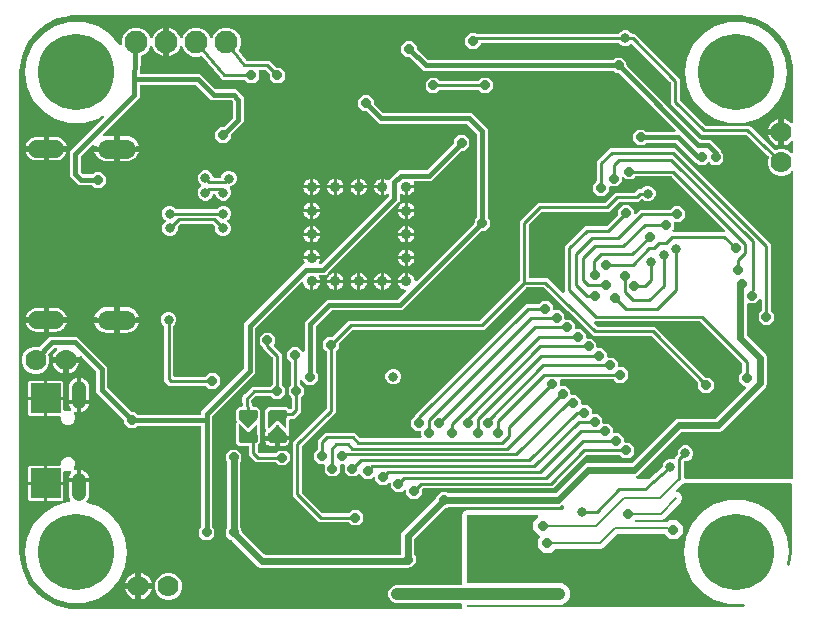
<source format=gbr>
G04 EAGLE Gerber RS-274X export*
G75*
%MOMM*%
%FSLAX34Y34*%
%LPD*%
%INBottom Copper*%
%IPPOS*%
%AMOC8*
5,1,8,0,0,1.08239X$1,22.5*%
G01*
%ADD10C,1.650000*%
%ADD11C,1.500000*%
%ADD12C,0.908000*%
%ADD13C,0.381000*%
%ADD14C,6.451600*%
%ADD15C,1.778000*%
%ADD16R,2.500000X2.500000*%
%ADD17C,1.208000*%
%ADD18C,1.930400*%
%ADD19C,0.400000*%
%ADD20P,0.872839X8X22.500000*%
%ADD21C,0.806400*%
%ADD22C,0.406400*%
%ADD23C,0.254000*%
%ADD24C,0.250000*%
%ADD25C,0.609600*%
%ADD26C,0.800100*%
%ADD27C,0.203200*%
%ADD28C,1.016000*%

G36*
X376065Y2557D02*
X376065Y2557D01*
X376190Y2566D01*
X376221Y2577D01*
X376253Y2581D01*
X376370Y2627D01*
X376489Y2668D01*
X376516Y2686D01*
X376546Y2698D01*
X376647Y2772D01*
X376753Y2841D01*
X376774Y2865D01*
X376800Y2884D01*
X376880Y2982D01*
X376964Y3075D01*
X376979Y3104D01*
X377000Y3129D01*
X377053Y3243D01*
X377111Y3354D01*
X377115Y3380D01*
X377132Y3415D01*
X377188Y3726D01*
X377185Y3765D01*
X377189Y3790D01*
X377189Y6370D01*
X377173Y6495D01*
X377164Y6620D01*
X377153Y6651D01*
X377149Y6683D01*
X377103Y6800D01*
X377062Y6919D01*
X377044Y6946D01*
X377032Y6976D01*
X376958Y7077D01*
X376889Y7183D01*
X376865Y7204D01*
X376846Y7230D01*
X376748Y7310D01*
X376655Y7394D01*
X376626Y7409D01*
X376601Y7430D01*
X376487Y7483D01*
X376376Y7541D01*
X376350Y7545D01*
X376315Y7562D01*
X376004Y7618D01*
X375965Y7615D01*
X375940Y7619D01*
X321064Y7619D01*
X318263Y8779D01*
X316119Y10923D01*
X314959Y13724D01*
X314959Y16756D01*
X316119Y19557D01*
X318263Y21701D01*
X321064Y22861D01*
X375940Y22861D01*
X376065Y22877D01*
X376190Y22886D01*
X376221Y22897D01*
X376253Y22901D01*
X376370Y22947D01*
X376489Y22988D01*
X376516Y23006D01*
X376546Y23018D01*
X376647Y23092D01*
X376753Y23161D01*
X376774Y23185D01*
X376800Y23204D01*
X376880Y23302D01*
X376964Y23395D01*
X376979Y23424D01*
X377000Y23449D01*
X377053Y23563D01*
X377111Y23674D01*
X377115Y23700D01*
X377132Y23735D01*
X377188Y24046D01*
X377185Y24085D01*
X377189Y24110D01*
X377189Y82291D01*
X377963Y84158D01*
X379392Y85587D01*
X381259Y86361D01*
X460928Y86361D01*
X461037Y86375D01*
X461147Y86380D01*
X461193Y86394D01*
X461241Y86401D01*
X461343Y86441D01*
X461448Y86474D01*
X461479Y86496D01*
X461534Y86518D01*
X461788Y86704D01*
X461801Y86719D01*
X461811Y86727D01*
X463339Y88254D01*
X463383Y88311D01*
X463434Y88360D01*
X463479Y88435D01*
X463532Y88504D01*
X463560Y88569D01*
X463597Y88630D01*
X463622Y88714D01*
X463657Y88794D01*
X463668Y88864D01*
X463688Y88932D01*
X463691Y89019D01*
X463705Y89106D01*
X463698Y89177D01*
X463700Y89248D01*
X463682Y89333D01*
X463673Y89420D01*
X463648Y89486D01*
X463633Y89556D01*
X463594Y89634D01*
X463564Y89715D01*
X463523Y89774D01*
X463491Y89837D01*
X463433Y89903D01*
X463383Y89975D01*
X463330Y90021D01*
X463283Y90074D01*
X463210Y90123D01*
X463144Y90180D01*
X463080Y90212D01*
X463021Y90252D01*
X462939Y90281D01*
X462861Y90319D01*
X462791Y90334D01*
X462724Y90358D01*
X462638Y90366D01*
X462552Y90383D01*
X462481Y90380D01*
X462410Y90386D01*
X462351Y90373D01*
X462237Y90368D01*
X462033Y90304D01*
X461978Y90292D01*
X459852Y89411D01*
X366224Y89411D01*
X366115Y89397D01*
X366005Y89392D01*
X365959Y89378D01*
X365911Y89371D01*
X365809Y89331D01*
X365704Y89298D01*
X365673Y89276D01*
X365618Y89254D01*
X365364Y89068D01*
X365351Y89053D01*
X365341Y89045D01*
X364722Y88427D01*
X363848Y88427D01*
X363739Y88413D01*
X363630Y88408D01*
X363583Y88394D01*
X363535Y88387D01*
X363433Y88347D01*
X363328Y88314D01*
X363298Y88292D01*
X363242Y88270D01*
X362988Y88084D01*
X362976Y88069D01*
X362965Y88061D01*
X337425Y62521D01*
X337357Y62434D01*
X337284Y62353D01*
X337261Y62310D01*
X337231Y62271D01*
X337188Y62170D01*
X337137Y62073D01*
X337130Y62036D01*
X337107Y61982D01*
X337059Y61670D01*
X337061Y61651D01*
X337059Y61638D01*
X337059Y48674D01*
X337073Y48565D01*
X337078Y48455D01*
X337092Y48409D01*
X337099Y48361D01*
X337139Y48259D01*
X337172Y48154D01*
X337194Y48123D01*
X337216Y48068D01*
X337402Y47814D01*
X337417Y47801D01*
X337425Y47791D01*
X338043Y47172D01*
X338043Y41727D01*
X334193Y37877D01*
X332505Y37877D01*
X332482Y37874D01*
X332459Y37876D01*
X332405Y37864D01*
X332192Y37837D01*
X332086Y37795D01*
X332027Y37782D01*
X331132Y37411D01*
X206888Y37411D01*
X204834Y38262D01*
X182535Y60561D01*
X182448Y60629D01*
X182367Y60702D01*
X182324Y60725D01*
X182285Y60755D01*
X182184Y60798D01*
X182087Y60849D01*
X182050Y60856D01*
X181996Y60879D01*
X181684Y60927D01*
X181665Y60925D01*
X181652Y60927D01*
X181277Y60927D01*
X177427Y64777D01*
X177427Y70223D01*
X178045Y70841D01*
X178113Y70927D01*
X178186Y71009D01*
X178209Y71052D01*
X178239Y71090D01*
X178282Y71191D01*
X178333Y71288D01*
X178340Y71325D01*
X178363Y71380D01*
X178411Y71692D01*
X178409Y71711D01*
X178411Y71724D01*
X178411Y126776D01*
X178397Y126885D01*
X178392Y126995D01*
X178378Y127041D01*
X178371Y127089D01*
X178331Y127191D01*
X178298Y127296D01*
X178276Y127327D01*
X178254Y127382D01*
X178068Y127636D01*
X178053Y127649D01*
X178045Y127659D01*
X177427Y128277D01*
X177427Y133723D01*
X181277Y137573D01*
X186723Y137573D01*
X190573Y133723D01*
X190573Y128277D01*
X189955Y127659D01*
X189887Y127573D01*
X189814Y127491D01*
X189791Y127448D01*
X189761Y127410D01*
X189718Y127309D01*
X189667Y127212D01*
X189660Y127175D01*
X189637Y127120D01*
X189589Y126808D01*
X189591Y126789D01*
X189589Y126776D01*
X189589Y71724D01*
X189603Y71615D01*
X189608Y71505D01*
X189622Y71459D01*
X189629Y71411D01*
X189669Y71309D01*
X189702Y71204D01*
X189724Y71173D01*
X189746Y71118D01*
X189932Y70864D01*
X189947Y70851D01*
X189955Y70841D01*
X190573Y70223D01*
X190573Y68848D01*
X190587Y68739D01*
X190592Y68630D01*
X190606Y68583D01*
X190613Y68535D01*
X190653Y68433D01*
X190686Y68328D01*
X190708Y68298D01*
X190730Y68242D01*
X190916Y67988D01*
X190931Y67976D01*
X190939Y67965D01*
X209949Y48955D01*
X210036Y48887D01*
X210117Y48814D01*
X210160Y48791D01*
X210199Y48761D01*
X210300Y48718D01*
X210397Y48667D01*
X210434Y48660D01*
X210488Y48637D01*
X210800Y48589D01*
X210819Y48591D01*
X210832Y48589D01*
X324632Y48589D01*
X324757Y48605D01*
X324882Y48614D01*
X324913Y48625D01*
X324945Y48629D01*
X325062Y48675D01*
X325181Y48716D01*
X325208Y48734D01*
X325238Y48746D01*
X325339Y48820D01*
X325445Y48889D01*
X325466Y48913D01*
X325492Y48932D01*
X325572Y49030D01*
X325656Y49123D01*
X325671Y49152D01*
X325692Y49177D01*
X325745Y49291D01*
X325803Y49402D01*
X325807Y49428D01*
X325824Y49463D01*
X325880Y49774D01*
X325877Y49813D01*
X325881Y49838D01*
X325881Y65582D01*
X326732Y67636D01*
X355061Y95965D01*
X355129Y96052D01*
X355202Y96133D01*
X355225Y96176D01*
X355255Y96215D01*
X355298Y96316D01*
X355349Y96413D01*
X355356Y96450D01*
X355379Y96504D01*
X355427Y96816D01*
X355425Y96835D01*
X355427Y96848D01*
X355427Y97723D01*
X359277Y101573D01*
X364722Y101573D01*
X365341Y100955D01*
X365427Y100887D01*
X365509Y100814D01*
X365552Y100791D01*
X365590Y100762D01*
X365691Y100718D01*
X365788Y100667D01*
X365825Y100660D01*
X365880Y100637D01*
X366192Y100589D01*
X366211Y100591D01*
X366224Y100589D01*
X455908Y100589D01*
X456017Y100603D01*
X456126Y100608D01*
X456173Y100622D01*
X456221Y100629D01*
X456323Y100669D01*
X456428Y100702D01*
X456458Y100724D01*
X456514Y100746D01*
X456768Y100932D01*
X456780Y100947D01*
X456791Y100955D01*
X481224Y125388D01*
X483278Y126239D01*
X520408Y126239D01*
X520517Y126253D01*
X520626Y126258D01*
X520673Y126272D01*
X520721Y126279D01*
X520823Y126319D01*
X520928Y126352D01*
X520958Y126374D01*
X521014Y126396D01*
X521268Y126582D01*
X521280Y126597D01*
X521291Y126605D01*
X557694Y163008D01*
X559748Y163859D01*
X591438Y163859D01*
X591547Y163873D01*
X591656Y163878D01*
X591703Y163892D01*
X591751Y163899D01*
X591853Y163939D01*
X591958Y163972D01*
X591988Y163994D01*
X592044Y164016D01*
X592298Y164202D01*
X592310Y164217D01*
X592321Y164225D01*
X617391Y189295D01*
X617478Y189407D01*
X617568Y189517D01*
X617574Y189531D01*
X617584Y189544D01*
X617640Y189675D01*
X617699Y189803D01*
X617702Y189819D01*
X617709Y189834D01*
X617730Y189975D01*
X617755Y190114D01*
X617754Y190130D01*
X617757Y190146D01*
X617742Y190287D01*
X617732Y190428D01*
X617726Y190444D01*
X617725Y190460D01*
X617676Y190593D01*
X617630Y190727D01*
X617621Y190741D01*
X617615Y190756D01*
X617535Y190872D01*
X617456Y190991D01*
X617444Y191002D01*
X617435Y191015D01*
X617328Y191107D01*
X617223Y191202D01*
X617208Y191210D01*
X617196Y191220D01*
X617069Y191283D01*
X616943Y191349D01*
X616930Y191351D01*
X616913Y191360D01*
X616604Y191424D01*
X616545Y191421D01*
X616508Y191427D01*
X615777Y191427D01*
X611927Y195277D01*
X611927Y200723D01*
X614323Y203119D01*
X614391Y203205D01*
X614464Y203287D01*
X614487Y203330D01*
X614517Y203368D01*
X614560Y203469D01*
X614611Y203566D01*
X614618Y203603D01*
X614641Y203658D01*
X614689Y203970D01*
X614687Y203989D01*
X614689Y204002D01*
X614689Y209423D01*
X614676Y209528D01*
X614671Y209634D01*
X614656Y209684D01*
X614649Y209736D01*
X614610Y209835D01*
X614579Y209936D01*
X614556Y209969D01*
X614532Y210029D01*
X614346Y210284D01*
X614335Y210293D01*
X614329Y210301D01*
X579274Y245818D01*
X579184Y245888D01*
X579100Y245964D01*
X579060Y245985D01*
X579026Y246012D01*
X578921Y246058D01*
X578820Y246111D01*
X578786Y246117D01*
X578737Y246139D01*
X578425Y246189D01*
X578401Y246186D01*
X578385Y246189D01*
X490133Y246189D01*
X489985Y246170D01*
X489836Y246154D01*
X489828Y246150D01*
X489820Y246149D01*
X489681Y246094D01*
X489542Y246041D01*
X489535Y246036D01*
X489527Y246032D01*
X489406Y245944D01*
X489285Y245857D01*
X489279Y245851D01*
X489272Y245846D01*
X489178Y245730D01*
X489082Y245616D01*
X489078Y245608D01*
X489073Y245601D01*
X489009Y245464D01*
X488946Y245331D01*
X488944Y245323D01*
X488941Y245315D01*
X488914Y245167D01*
X488886Y245021D01*
X488887Y245013D01*
X488885Y245004D01*
X488896Y244855D01*
X488905Y244706D01*
X488908Y244698D01*
X488909Y244690D01*
X488957Y244549D01*
X489003Y244406D01*
X489007Y244401D01*
X489010Y244391D01*
X489184Y244127D01*
X489224Y244091D01*
X489230Y244083D01*
X489242Y244072D01*
X489260Y244046D01*
X491268Y242086D01*
X491349Y242024D01*
X491425Y241956D01*
X491475Y241930D01*
X491519Y241896D01*
X491614Y241857D01*
X491705Y241809D01*
X491747Y241802D01*
X491811Y241775D01*
X492123Y241731D01*
X492133Y241732D01*
X492140Y241731D01*
X537017Y241731D01*
X537119Y241744D01*
X537222Y241748D01*
X537234Y241751D01*
X539094Y241731D01*
X539102Y241732D01*
X539107Y241731D01*
X540683Y241731D01*
X541784Y240605D01*
X541791Y240600D01*
X541794Y240595D01*
X543146Y239243D01*
X543234Y239123D01*
X543243Y239116D01*
X543247Y239110D01*
X582534Y198948D01*
X582625Y198876D01*
X582712Y198798D01*
X582749Y198778D01*
X582781Y198753D01*
X582888Y198705D01*
X582991Y198651D01*
X583023Y198645D01*
X583070Y198625D01*
X583381Y198574D01*
X583408Y198576D01*
X583427Y198573D01*
X586723Y198573D01*
X590573Y194723D01*
X590573Y189277D01*
X586723Y185427D01*
X581277Y185427D01*
X577427Y189277D01*
X577427Y192760D01*
X577414Y192862D01*
X577410Y192965D01*
X577394Y193018D01*
X577387Y193073D01*
X577349Y193169D01*
X577320Y193268D01*
X577296Y193302D01*
X577270Y193366D01*
X577084Y193620D01*
X577075Y193627D01*
X577071Y193634D01*
X537844Y233734D01*
X537753Y233806D01*
X537666Y233884D01*
X537630Y233904D01*
X537597Y233929D01*
X537490Y233977D01*
X537387Y234031D01*
X537355Y234037D01*
X537309Y234057D01*
X536997Y234108D01*
X536970Y234106D01*
X536951Y234109D01*
X490111Y234109D01*
X490102Y234108D01*
X490096Y234109D01*
X488521Y234090D01*
X487407Y235204D01*
X487400Y235209D01*
X487396Y235214D01*
X446812Y274834D01*
X446731Y274896D01*
X446655Y274964D01*
X446605Y274990D01*
X446561Y275024D01*
X446466Y275063D01*
X446375Y275111D01*
X446333Y275118D01*
X446269Y275145D01*
X445957Y275189D01*
X445947Y275188D01*
X445940Y275189D01*
X432096Y275189D01*
X431987Y275175D01*
X431877Y275170D01*
X431831Y275156D01*
X431783Y275149D01*
X431681Y275109D01*
X431576Y275076D01*
X431545Y275054D01*
X431490Y275032D01*
X431236Y274846D01*
X431223Y274831D01*
X431213Y274823D01*
X395578Y239189D01*
X285096Y239189D01*
X284987Y239175D01*
X284877Y239170D01*
X284831Y239156D01*
X284783Y239149D01*
X284681Y239109D01*
X284576Y239076D01*
X284545Y239054D01*
X284490Y239032D01*
X284236Y238846D01*
X284223Y238831D01*
X284213Y238823D01*
X273439Y228049D01*
X273371Y227963D01*
X273298Y227881D01*
X273275Y227838D01*
X273245Y227800D01*
X273202Y227699D01*
X273151Y227602D01*
X273144Y227565D01*
X273121Y227510D01*
X273073Y227198D01*
X273075Y227179D01*
X273073Y227166D01*
X273073Y223777D01*
X270677Y221381D01*
X270609Y221295D01*
X270536Y221213D01*
X270513Y221170D01*
X270483Y221132D01*
X270440Y221031D01*
X270389Y220934D01*
X270382Y220897D01*
X270359Y220842D01*
X270311Y220530D01*
X270313Y220511D01*
X270311Y220498D01*
X270311Y168922D01*
X242177Y140787D01*
X242109Y140701D01*
X242036Y140619D01*
X242013Y140576D01*
X241983Y140538D01*
X241940Y140437D01*
X241889Y140340D01*
X241882Y140303D01*
X241859Y140248D01*
X241811Y139936D01*
X241813Y139917D01*
X241811Y139904D01*
X241811Y101916D01*
X241825Y101807D01*
X241830Y101697D01*
X241844Y101651D01*
X241851Y101603D01*
X241891Y101501D01*
X241924Y101396D01*
X241946Y101365D01*
X241968Y101310D01*
X242154Y101056D01*
X242169Y101043D01*
X242177Y101033D01*
X259023Y84187D01*
X259109Y84119D01*
X259191Y84046D01*
X259234Y84023D01*
X259272Y83993D01*
X259373Y83950D01*
X259470Y83899D01*
X259507Y83892D01*
X259562Y83869D01*
X259874Y83821D01*
X259893Y83823D01*
X259906Y83821D01*
X281018Y83821D01*
X281127Y83835D01*
X281237Y83840D01*
X281283Y83854D01*
X281331Y83861D01*
X281433Y83901D01*
X281538Y83934D01*
X281569Y83956D01*
X281624Y83978D01*
X281878Y84164D01*
X281891Y84179D01*
X281901Y84187D01*
X284297Y86583D01*
X289743Y86583D01*
X293593Y82733D01*
X293593Y77287D01*
X289743Y73437D01*
X284297Y73437D01*
X281901Y75833D01*
X281815Y75901D01*
X281733Y75974D01*
X281690Y75997D01*
X281652Y76027D01*
X281551Y76070D01*
X281454Y76121D01*
X281417Y76128D01*
X281362Y76151D01*
X281050Y76199D01*
X281031Y76197D01*
X281018Y76199D01*
X256232Y76199D01*
X234189Y98242D01*
X234189Y143578D01*
X262323Y171713D01*
X262391Y171799D01*
X262464Y171881D01*
X262487Y171924D01*
X262517Y171962D01*
X262560Y172063D01*
X262611Y172160D01*
X262618Y172197D01*
X262641Y172252D01*
X262689Y172564D01*
X262687Y172583D01*
X262689Y172596D01*
X262689Y220498D01*
X262675Y220607D01*
X262670Y220717D01*
X262656Y220763D01*
X262649Y220811D01*
X262609Y220913D01*
X262576Y221018D01*
X262554Y221049D01*
X262532Y221104D01*
X262346Y221358D01*
X262331Y221371D01*
X262323Y221381D01*
X259927Y223777D01*
X259927Y229223D01*
X263777Y233073D01*
X267166Y233073D01*
X267275Y233087D01*
X267385Y233092D01*
X267431Y233106D01*
X267479Y233113D01*
X267581Y233153D01*
X267686Y233186D01*
X267717Y233208D01*
X267772Y233230D01*
X268026Y233416D01*
X268039Y233431D01*
X268049Y233439D01*
X281422Y246811D01*
X391904Y246811D01*
X392013Y246825D01*
X392123Y246830D01*
X392169Y246844D01*
X392217Y246851D01*
X392319Y246891D01*
X392424Y246924D01*
X392455Y246946D01*
X392510Y246968D01*
X392764Y247154D01*
X392777Y247169D01*
X392787Y247177D01*
X425823Y280213D01*
X425891Y280299D01*
X425964Y280381D01*
X425987Y280424D01*
X426017Y280462D01*
X426060Y280563D01*
X426111Y280660D01*
X426118Y280697D01*
X426141Y280752D01*
X426189Y281064D01*
X426187Y281083D01*
X426189Y281096D01*
X426189Y331248D01*
X441652Y346711D01*
X498284Y346711D01*
X498393Y346725D01*
X498503Y346730D01*
X498549Y346744D01*
X498597Y346751D01*
X498699Y346791D01*
X498804Y346824D01*
X498835Y346846D01*
X498890Y346868D01*
X499144Y347054D01*
X499157Y347069D01*
X499167Y347077D01*
X504458Y352368D01*
X507057Y354966D01*
X523049Y354966D01*
X523158Y354980D01*
X523268Y354985D01*
X523314Y354999D01*
X523362Y355006D01*
X523464Y355046D01*
X523569Y355079D01*
X523600Y355101D01*
X523655Y355123D01*
X523909Y355309D01*
X523922Y355324D01*
X523932Y355332D01*
X526742Y358141D01*
X528713Y358141D01*
X528822Y358155D01*
X528931Y358160D01*
X528978Y358174D01*
X529026Y358181D01*
X529128Y358221D01*
X529233Y358254D01*
X529263Y358276D01*
X529319Y358298D01*
X529573Y358484D01*
X529585Y358499D01*
X529596Y358507D01*
X530965Y359875D01*
X533369Y360871D01*
X535971Y360871D01*
X538375Y359875D01*
X540215Y358035D01*
X541211Y355631D01*
X541211Y353029D01*
X540215Y350625D01*
X538375Y348785D01*
X535971Y347789D01*
X533369Y347789D01*
X530965Y348785D01*
X530448Y349302D01*
X530348Y349379D01*
X530253Y349461D01*
X530224Y349475D01*
X530198Y349495D01*
X530082Y349545D01*
X529969Y349600D01*
X529938Y349607D01*
X529908Y349619D01*
X529784Y349638D01*
X529661Y349664D01*
X529628Y349662D01*
X529596Y349667D01*
X529471Y349655D01*
X529345Y349648D01*
X529315Y349639D01*
X529282Y349635D01*
X529164Y349592D01*
X529044Y349554D01*
X529023Y349540D01*
X528987Y349526D01*
X528727Y349346D01*
X528702Y349316D01*
X528681Y349302D01*
X526723Y347344D01*
X510731Y347344D01*
X510622Y347330D01*
X510512Y347325D01*
X510466Y347311D01*
X510418Y347304D01*
X510316Y347264D01*
X510211Y347231D01*
X510180Y347209D01*
X510125Y347187D01*
X509871Y347001D01*
X509865Y346994D01*
X509860Y346990D01*
X509854Y346983D01*
X509848Y346978D01*
X504557Y341687D01*
X501958Y339089D01*
X445326Y339089D01*
X445217Y339075D01*
X445107Y339070D01*
X445061Y339056D01*
X445013Y339049D01*
X444911Y339009D01*
X444806Y338976D01*
X444775Y338954D01*
X444720Y338932D01*
X444466Y338746D01*
X444453Y338731D01*
X444443Y338723D01*
X434177Y328457D01*
X434109Y328371D01*
X434036Y328289D01*
X434013Y328246D01*
X433983Y328208D01*
X433940Y328107D01*
X433889Y328010D01*
X433882Y327973D01*
X433859Y327918D01*
X433811Y327606D01*
X433813Y327587D01*
X433811Y327574D01*
X433811Y284060D01*
X433827Y283935D01*
X433836Y283810D01*
X433847Y283779D01*
X433851Y283747D01*
X433897Y283630D01*
X433938Y283511D01*
X433956Y283484D01*
X433968Y283454D01*
X434042Y283353D01*
X434111Y283247D01*
X434135Y283226D01*
X434154Y283200D01*
X434252Y283120D01*
X434345Y283036D01*
X434374Y283021D01*
X434399Y283000D01*
X434513Y282947D01*
X434624Y282889D01*
X434650Y282885D01*
X434685Y282868D01*
X434996Y282812D01*
X435035Y282815D01*
X435060Y282811D01*
X447969Y282811D01*
X447978Y282812D01*
X447984Y282811D01*
X449559Y282830D01*
X450673Y281716D01*
X450680Y281711D01*
X450684Y281706D01*
X462067Y270592D01*
X462174Y270512D01*
X462279Y270427D01*
X462300Y270417D01*
X462319Y270402D01*
X462443Y270351D01*
X462565Y270295D01*
X462589Y270290D01*
X462611Y270281D01*
X462743Y270263D01*
X462876Y270239D01*
X462899Y270241D01*
X462923Y270237D01*
X463056Y270252D01*
X463190Y270262D01*
X463213Y270270D01*
X463236Y270273D01*
X463362Y270321D01*
X463489Y270364D01*
X463509Y270377D01*
X463531Y270386D01*
X463640Y270464D01*
X463753Y270538D01*
X463769Y270555D01*
X463788Y270569D01*
X463874Y270672D01*
X463964Y270771D01*
X463975Y270792D01*
X463991Y270811D01*
X464049Y270932D01*
X464111Y271051D01*
X464114Y271070D01*
X464126Y271095D01*
X464187Y271405D01*
X464184Y271455D01*
X464189Y271486D01*
X464189Y309578D01*
X481422Y326811D01*
X498904Y326811D01*
X499013Y326825D01*
X499123Y326830D01*
X499169Y326844D01*
X499217Y326851D01*
X499319Y326891D01*
X499424Y326924D01*
X499455Y326946D01*
X499510Y326968D01*
X499764Y327154D01*
X499777Y327169D01*
X499787Y327177D01*
X509061Y336451D01*
X509129Y336537D01*
X509202Y336619D01*
X509225Y336662D01*
X509236Y336676D01*
X509238Y336678D01*
X509238Y336679D01*
X509255Y336700D01*
X509298Y336801D01*
X509349Y336898D01*
X509355Y336933D01*
X509370Y336965D01*
X509371Y336971D01*
X509379Y336990D01*
X509407Y337170D01*
X509426Y337276D01*
X509425Y337288D01*
X509427Y337302D01*
X509425Y337321D01*
X509427Y337334D01*
X509427Y340723D01*
X513277Y344573D01*
X518723Y344573D01*
X522573Y340723D01*
X522573Y337978D01*
X522591Y337838D01*
X522605Y337696D01*
X522611Y337681D01*
X522613Y337665D01*
X522665Y337533D01*
X522714Y337400D01*
X522724Y337387D01*
X522730Y337372D01*
X522813Y337258D01*
X522894Y337141D01*
X522907Y337131D01*
X522916Y337118D01*
X523026Y337028D01*
X523134Y336935D01*
X523148Y336928D01*
X523161Y336918D01*
X523290Y336859D01*
X523417Y336796D01*
X523433Y336793D01*
X523447Y336786D01*
X523587Y336761D01*
X523726Y336732D01*
X523742Y336733D01*
X523758Y336730D01*
X523899Y336741D01*
X524041Y336748D01*
X524056Y336753D01*
X524072Y336754D01*
X524207Y336800D01*
X524342Y336842D01*
X524353Y336849D01*
X524371Y336856D01*
X524635Y337029D01*
X524675Y337073D01*
X524705Y337095D01*
X525823Y338213D01*
X528422Y340811D01*
X553498Y340811D01*
X553607Y340825D01*
X553717Y340830D01*
X553763Y340844D01*
X553811Y340851D01*
X553913Y340891D01*
X554018Y340924D01*
X554049Y340946D01*
X554104Y340968D01*
X554358Y341154D01*
X554371Y341169D01*
X554381Y341177D01*
X556777Y343573D01*
X562223Y343573D01*
X566073Y339723D01*
X566073Y334277D01*
X562223Y330427D01*
X557822Y330427D01*
X557697Y330411D01*
X557572Y330402D01*
X557541Y330391D01*
X557509Y330387D01*
X557392Y330341D01*
X557273Y330300D01*
X557246Y330282D01*
X557216Y330270D01*
X557115Y330196D01*
X557009Y330127D01*
X556988Y330103D01*
X556962Y330084D01*
X556882Y329986D01*
X556798Y329893D01*
X556783Y329864D01*
X556762Y329839D01*
X556709Y329725D01*
X556651Y329614D01*
X556647Y329588D01*
X556630Y329553D01*
X556574Y329242D01*
X556577Y329203D01*
X556573Y329178D01*
X556573Y324778D01*
X555739Y323943D01*
X555652Y323831D01*
X555562Y323721D01*
X555555Y323707D01*
X555545Y323694D01*
X555490Y323564D01*
X555430Y323435D01*
X555427Y323419D01*
X555421Y323404D01*
X555399Y323263D01*
X555374Y323124D01*
X555376Y323108D01*
X555373Y323092D01*
X555387Y322951D01*
X555398Y322810D01*
X555403Y322794D01*
X555405Y322778D01*
X555454Y322646D01*
X555500Y322511D01*
X555509Y322497D01*
X555514Y322482D01*
X555595Y322367D01*
X555673Y322247D01*
X555685Y322236D01*
X555694Y322223D01*
X555801Y322131D01*
X555907Y322036D01*
X555921Y322028D01*
X555933Y322018D01*
X556061Y321955D01*
X556186Y321889D01*
X556199Y321887D01*
X556217Y321878D01*
X556526Y321814D01*
X556585Y321817D01*
X556622Y321811D01*
X598784Y321811D01*
X598925Y321829D01*
X599066Y321843D01*
X599081Y321849D01*
X599097Y321851D01*
X599229Y321903D01*
X599362Y321952D01*
X599375Y321962D01*
X599390Y321968D01*
X599505Y322052D01*
X599621Y322132D01*
X599631Y322145D01*
X599644Y322154D01*
X599734Y322264D01*
X599827Y322372D01*
X599834Y322386D01*
X599844Y322399D01*
X599903Y322528D01*
X599966Y322655D01*
X599969Y322671D01*
X599976Y322685D01*
X600001Y322825D01*
X600030Y322964D01*
X600029Y322980D01*
X600032Y322996D01*
X600021Y323137D01*
X600014Y323279D01*
X600009Y323294D01*
X600008Y323310D01*
X599962Y323445D01*
X599920Y323580D01*
X599913Y323591D01*
X599906Y323609D01*
X599733Y323873D01*
X599689Y323913D01*
X599667Y323943D01*
X554787Y368823D01*
X554701Y368891D01*
X554619Y368964D01*
X554576Y368987D01*
X554538Y369017D01*
X554437Y369060D01*
X554340Y369111D01*
X554303Y369118D01*
X554248Y369141D01*
X553936Y369189D01*
X553917Y369187D01*
X553904Y369189D01*
X525002Y369189D01*
X524893Y369175D01*
X524783Y369170D01*
X524737Y369156D01*
X524689Y369149D01*
X524587Y369109D01*
X524482Y369076D01*
X524451Y369054D01*
X524396Y369032D01*
X524142Y368846D01*
X524129Y368831D01*
X524119Y368823D01*
X521723Y366427D01*
X516278Y366427D01*
X514705Y367999D01*
X514593Y368086D01*
X514483Y368176D01*
X514469Y368183D01*
X514456Y368193D01*
X514326Y368248D01*
X514197Y368308D01*
X514181Y368311D01*
X514166Y368317D01*
X514025Y368339D01*
X513886Y368364D01*
X513870Y368362D01*
X513854Y368365D01*
X513713Y368351D01*
X513572Y368340D01*
X513556Y368335D01*
X513540Y368333D01*
X513408Y368284D01*
X513273Y368238D01*
X513259Y368229D01*
X513244Y368224D01*
X513129Y368143D01*
X513009Y368065D01*
X512998Y368053D01*
X512985Y368044D01*
X512893Y367937D01*
X512798Y367831D01*
X512790Y367817D01*
X512780Y367804D01*
X512717Y367678D01*
X512651Y367552D01*
X512649Y367539D01*
X512640Y367521D01*
X512576Y367212D01*
X512579Y367153D01*
X512573Y367116D01*
X512573Y364277D01*
X508723Y360427D01*
X502822Y360427D01*
X502697Y360411D01*
X502572Y360402D01*
X502541Y360391D01*
X502509Y360387D01*
X502392Y360341D01*
X502273Y360300D01*
X502246Y360282D01*
X502216Y360270D01*
X502115Y360196D01*
X502009Y360127D01*
X501988Y360103D01*
X501962Y360084D01*
X501882Y359986D01*
X501798Y359893D01*
X501783Y359864D01*
X501762Y359839D01*
X501709Y359725D01*
X501651Y359614D01*
X501647Y359588D01*
X501630Y359553D01*
X501574Y359242D01*
X501577Y359203D01*
X501573Y359178D01*
X501573Y356277D01*
X497723Y352427D01*
X492277Y352427D01*
X488427Y356277D01*
X488427Y361723D01*
X490823Y364119D01*
X490891Y364205D01*
X490964Y364287D01*
X490987Y364330D01*
X491017Y364368D01*
X491060Y364469D01*
X491111Y364566D01*
X491118Y364603D01*
X491141Y364658D01*
X491189Y364970D01*
X491187Y364989D01*
X491189Y365002D01*
X491189Y381578D01*
X502422Y392811D01*
X557578Y392811D01*
X638811Y311578D01*
X638811Y256002D01*
X638825Y255893D01*
X638830Y255783D01*
X638844Y255737D01*
X638851Y255689D01*
X638891Y255587D01*
X638924Y255482D01*
X638946Y255451D01*
X638968Y255396D01*
X639154Y255142D01*
X639169Y255129D01*
X639177Y255119D01*
X641573Y252723D01*
X641573Y247277D01*
X637723Y243427D01*
X632277Y243427D01*
X628427Y247277D01*
X628427Y252723D01*
X630823Y255119D01*
X630891Y255205D01*
X630964Y255287D01*
X630987Y255330D01*
X631017Y255368D01*
X631060Y255469D01*
X631111Y255566D01*
X631118Y255603D01*
X631141Y255658D01*
X631189Y255970D01*
X631187Y255989D01*
X631189Y256002D01*
X631189Y263878D01*
X631171Y264018D01*
X631157Y264160D01*
X631151Y264175D01*
X631149Y264191D01*
X631097Y264323D01*
X631048Y264456D01*
X631038Y264469D01*
X631032Y264484D01*
X630948Y264599D01*
X630868Y264715D01*
X630855Y264725D01*
X630846Y264738D01*
X630736Y264828D01*
X630628Y264921D01*
X630614Y264928D01*
X630601Y264938D01*
X630472Y264997D01*
X630345Y265060D01*
X630329Y265063D01*
X630315Y265070D01*
X630175Y265095D01*
X630036Y265124D01*
X630020Y265123D01*
X630004Y265126D01*
X629863Y265115D01*
X629721Y265108D01*
X629706Y265103D01*
X629690Y265102D01*
X629555Y265056D01*
X629420Y265014D01*
X629409Y265006D01*
X629391Y265000D01*
X629127Y264827D01*
X629087Y264783D01*
X629057Y264761D01*
X625723Y261427D01*
X619838Y261427D01*
X619713Y261411D01*
X619588Y261402D01*
X619557Y261391D01*
X619525Y261387D01*
X619408Y261341D01*
X619289Y261300D01*
X619262Y261282D01*
X619232Y261270D01*
X619131Y261196D01*
X619025Y261127D01*
X619004Y261103D01*
X618978Y261084D01*
X618898Y260986D01*
X618814Y260893D01*
X618799Y260864D01*
X618778Y260839D01*
X618725Y260725D01*
X618667Y260614D01*
X618663Y260588D01*
X618646Y260553D01*
X618590Y260242D01*
X618593Y260203D01*
X618589Y260178D01*
X618589Y234832D01*
X618603Y234723D01*
X618608Y234614D01*
X618622Y234567D01*
X618629Y234519D01*
X618669Y234417D01*
X618702Y234312D01*
X618724Y234282D01*
X618746Y234226D01*
X618932Y233972D01*
X618947Y233960D01*
X618955Y233949D01*
X634738Y218166D01*
X635589Y216112D01*
X635589Y192888D01*
X634738Y190834D01*
X597436Y153532D01*
X595382Y152681D01*
X563692Y152681D01*
X563583Y152667D01*
X563474Y152662D01*
X563427Y152648D01*
X563379Y152641D01*
X563277Y152601D01*
X563172Y152568D01*
X563142Y152546D01*
X563086Y152524D01*
X562832Y152338D01*
X562820Y152323D01*
X562809Y152315D01*
X526406Y115912D01*
X525252Y115434D01*
X525190Y115399D01*
X525124Y115372D01*
X525054Y115321D01*
X524978Y115278D01*
X524927Y115228D01*
X524870Y115186D01*
X524814Y115118D01*
X524752Y115057D01*
X524715Y114997D01*
X524670Y114941D01*
X524634Y114862D01*
X524588Y114788D01*
X524568Y114719D01*
X524538Y114655D01*
X524523Y114569D01*
X524498Y114485D01*
X524495Y114414D01*
X524482Y114344D01*
X524489Y114257D01*
X524485Y114170D01*
X524501Y114101D01*
X524506Y114030D01*
X524534Y113947D01*
X524553Y113862D01*
X524585Y113798D01*
X524608Y113731D01*
X524656Y113658D01*
X524695Y113580D01*
X524742Y113527D01*
X524781Y113467D01*
X524846Y113409D01*
X524903Y113343D01*
X524962Y113303D01*
X525015Y113256D01*
X525092Y113215D01*
X525164Y113166D01*
X525231Y113142D01*
X525294Y113109D01*
X525354Y113098D01*
X525461Y113060D01*
X525675Y113041D01*
X525730Y113031D01*
X535974Y113031D01*
X536045Y113040D01*
X536116Y113039D01*
X536201Y113060D01*
X536287Y113071D01*
X536353Y113097D01*
X536422Y113114D01*
X536474Y113145D01*
X536580Y113188D01*
X536752Y113314D01*
X536801Y113343D01*
X546756Y122127D01*
X546854Y122238D01*
X546954Y122349D01*
X546958Y122357D01*
X546964Y122364D01*
X547031Y122496D01*
X547100Y122629D01*
X547102Y122636D01*
X547107Y122646D01*
X547174Y122954D01*
X547171Y123023D01*
X547179Y123064D01*
X547179Y124491D01*
X548175Y126895D01*
X550015Y128735D01*
X552419Y129731D01*
X555021Y129731D01*
X555802Y129408D01*
X555855Y129393D01*
X555905Y129370D01*
X556007Y129352D01*
X556106Y129325D01*
X556162Y129324D01*
X556216Y129314D01*
X556319Y129322D01*
X556422Y129321D01*
X556475Y129334D01*
X556530Y129338D01*
X556628Y129371D01*
X556728Y129396D01*
X556777Y129422D01*
X556829Y129440D01*
X556915Y129497D01*
X557006Y129545D01*
X557047Y129583D01*
X557093Y129613D01*
X557162Y129690D01*
X557238Y129760D01*
X557267Y129806D01*
X557304Y129847D01*
X557352Y129938D01*
X557408Y130025D01*
X557425Y130078D01*
X557451Y130126D01*
X557462Y130191D01*
X557507Y130325D01*
X557518Y130498D01*
X557529Y130562D01*
X557529Y131118D01*
X559513Y133102D01*
X559580Y133189D01*
X559654Y133270D01*
X559676Y133313D01*
X559706Y133352D01*
X559749Y133453D01*
X559800Y133550D01*
X559807Y133587D01*
X559830Y133641D01*
X559878Y133953D01*
X559876Y133972D01*
X559879Y133985D01*
X559879Y135921D01*
X560875Y138325D01*
X562715Y140165D01*
X565119Y141161D01*
X567721Y141161D01*
X570125Y140165D01*
X571965Y138325D01*
X572961Y135921D01*
X572961Y133319D01*
X571965Y130915D01*
X570125Y129075D01*
X567721Y128079D01*
X566400Y128079D01*
X566275Y128063D01*
X566150Y128053D01*
X566119Y128043D01*
X566087Y128039D01*
X565970Y127992D01*
X565851Y127952D01*
X565824Y127934D01*
X565794Y127922D01*
X565693Y127848D01*
X565587Y127778D01*
X565566Y127754D01*
X565540Y127735D01*
X565460Y127638D01*
X565376Y127544D01*
X565361Y127516D01*
X565340Y127491D01*
X565287Y127376D01*
X565229Y127265D01*
X565225Y127240D01*
X565208Y127204D01*
X565152Y126894D01*
X565155Y126855D01*
X565151Y126830D01*
X565151Y114280D01*
X565167Y114155D01*
X565176Y114030D01*
X565187Y113999D01*
X565191Y113967D01*
X565237Y113850D01*
X565278Y113731D01*
X565296Y113704D01*
X565308Y113674D01*
X565382Y113573D01*
X565451Y113467D01*
X565475Y113446D01*
X565494Y113420D01*
X565592Y113340D01*
X565685Y113256D01*
X565714Y113241D01*
X565739Y113220D01*
X565853Y113167D01*
X565964Y113109D01*
X565990Y113105D01*
X566025Y113088D01*
X566336Y113032D01*
X566375Y113035D01*
X566400Y113031D01*
X656610Y113031D01*
X656735Y113047D01*
X656860Y113056D01*
X656891Y113067D01*
X656923Y113071D01*
X657040Y113117D01*
X657159Y113158D01*
X657186Y113176D01*
X657216Y113188D01*
X657317Y113262D01*
X657423Y113331D01*
X657444Y113355D01*
X657470Y113374D01*
X657550Y113472D01*
X657634Y113565D01*
X657649Y113594D01*
X657670Y113619D01*
X657723Y113733D01*
X657781Y113844D01*
X657785Y113870D01*
X657802Y113905D01*
X657858Y114216D01*
X657855Y114255D01*
X657859Y114280D01*
X657859Y371978D01*
X657841Y372118D01*
X657827Y372260D01*
X657821Y372275D01*
X657819Y372291D01*
X657767Y372422D01*
X657718Y372556D01*
X657708Y372569D01*
X657702Y372584D01*
X657619Y372698D01*
X657538Y372815D01*
X657525Y372825D01*
X657516Y372838D01*
X657406Y372928D01*
X657298Y373020D01*
X657284Y373027D01*
X657271Y373038D01*
X657142Y373097D01*
X657015Y373160D01*
X656999Y373163D01*
X656985Y373170D01*
X656845Y373195D01*
X656706Y373223D01*
X656690Y373223D01*
X656674Y373225D01*
X656533Y373215D01*
X656391Y373208D01*
X656376Y373203D01*
X656360Y373202D01*
X656225Y373156D01*
X656090Y373114D01*
X656079Y373106D01*
X656061Y373100D01*
X655797Y372927D01*
X655757Y372883D01*
X655727Y372861D01*
X654175Y371309D01*
X649974Y369569D01*
X645426Y369569D01*
X641225Y371309D01*
X638009Y374525D01*
X636269Y378726D01*
X636269Y383274D01*
X636904Y384806D01*
X636919Y384863D01*
X636944Y384916D01*
X636961Y385014D01*
X636987Y385110D01*
X636988Y385169D01*
X636998Y385227D01*
X636990Y385326D01*
X636991Y385426D01*
X636977Y385483D01*
X636972Y385541D01*
X636940Y385635D01*
X636916Y385732D01*
X636888Y385784D01*
X636869Y385839D01*
X636830Y385891D01*
X636766Y386010D01*
X636644Y386143D01*
X636605Y386195D01*
X617811Y403850D01*
X617738Y403904D01*
X617671Y403964D01*
X617611Y403996D01*
X617556Y404036D01*
X617472Y404069D01*
X617392Y404111D01*
X617342Y404120D01*
X617262Y404151D01*
X616971Y404187D01*
X616956Y404189D01*
X580422Y404189D01*
X554189Y430422D01*
X554189Y447904D01*
X554175Y448013D01*
X554170Y448123D01*
X554156Y448169D01*
X554149Y448217D01*
X554109Y448319D01*
X554076Y448424D01*
X554054Y448455D01*
X554032Y448510D01*
X553846Y448764D01*
X553831Y448777D01*
X553823Y448787D01*
X521624Y480987D01*
X521525Y481064D01*
X521429Y481146D01*
X521400Y481160D01*
X521375Y481180D01*
X521259Y481230D01*
X521146Y481285D01*
X521114Y481292D01*
X521085Y481304D01*
X520960Y481323D01*
X520837Y481349D01*
X520805Y481347D01*
X520773Y481352D01*
X520648Y481340D01*
X520522Y481333D01*
X520491Y481324D01*
X520459Y481320D01*
X520341Y481277D01*
X520221Y481239D01*
X520200Y481225D01*
X520163Y481211D01*
X519904Y481031D01*
X519879Y481001D01*
X519857Y480987D01*
X519325Y480455D01*
X516921Y479459D01*
X514319Y479459D01*
X511915Y480455D01*
X510546Y481823D01*
X510459Y481891D01*
X510378Y481964D01*
X510335Y481987D01*
X510296Y482017D01*
X510195Y482060D01*
X510098Y482111D01*
X510061Y482118D01*
X510007Y482141D01*
X509695Y482189D01*
X509676Y482187D01*
X509663Y482189D01*
X394322Y482189D01*
X394197Y482173D01*
X394072Y482164D01*
X394041Y482153D01*
X394009Y482149D01*
X393892Y482103D01*
X393773Y482062D01*
X393746Y482044D01*
X393716Y482032D01*
X393615Y481958D01*
X393509Y481889D01*
X393488Y481865D01*
X393462Y481846D01*
X393382Y481748D01*
X393298Y481655D01*
X393283Y481626D01*
X393262Y481601D01*
X393209Y481487D01*
X393151Y481376D01*
X393147Y481350D01*
X393130Y481315D01*
X393074Y481004D01*
X393077Y480965D01*
X393073Y480940D01*
X393073Y480777D01*
X389223Y476927D01*
X383777Y476927D01*
X379927Y480777D01*
X379927Y486223D01*
X383777Y490073D01*
X389246Y490073D01*
X389287Y490036D01*
X389330Y490013D01*
X389368Y489983D01*
X389469Y489940D01*
X389566Y489889D01*
X389603Y489882D01*
X389658Y489859D01*
X389970Y489811D01*
X389989Y489813D01*
X390002Y489811D01*
X509663Y489811D01*
X509772Y489825D01*
X509881Y489830D01*
X509928Y489844D01*
X509976Y489851D01*
X510078Y489891D01*
X510183Y489924D01*
X510213Y489946D01*
X510269Y489968D01*
X510523Y490154D01*
X510535Y490169D01*
X510546Y490177D01*
X511915Y491545D01*
X514319Y492541D01*
X516921Y492541D01*
X519325Y491545D01*
X520694Y490177D01*
X520781Y490109D01*
X520862Y490036D01*
X520905Y490013D01*
X520944Y489983D01*
X521045Y489940D01*
X521142Y489889D01*
X521179Y489882D01*
X521233Y489859D01*
X521545Y489811D01*
X521564Y489813D01*
X521577Y489811D01*
X523578Y489811D01*
X561811Y451578D01*
X561811Y434096D01*
X561825Y433987D01*
X561830Y433877D01*
X561844Y433831D01*
X561851Y433783D01*
X561891Y433681D01*
X561924Y433576D01*
X561946Y433545D01*
X561968Y433490D01*
X562154Y433236D01*
X562169Y433223D01*
X562177Y433213D01*
X583213Y412177D01*
X583299Y412109D01*
X583381Y412036D01*
X583424Y412013D01*
X583462Y411983D01*
X583563Y411940D01*
X583660Y411889D01*
X583697Y411882D01*
X583752Y411859D01*
X584064Y411811D01*
X584083Y411813D01*
X584096Y411811D01*
X618881Y411811D01*
X618904Y411814D01*
X618920Y411811D01*
X620489Y411860D01*
X621599Y410750D01*
X621617Y410736D01*
X621627Y410723D01*
X641834Y391739D01*
X641850Y391727D01*
X641863Y391713D01*
X641978Y391635D01*
X642090Y391554D01*
X642108Y391547D01*
X642124Y391536D01*
X642254Y391489D01*
X642384Y391438D01*
X642403Y391436D01*
X642421Y391429D01*
X642559Y391417D01*
X642697Y391400D01*
X642716Y391403D01*
X642736Y391401D01*
X642787Y391412D01*
X643009Y391442D01*
X643111Y391483D01*
X643168Y391495D01*
X645426Y392431D01*
X649974Y392431D01*
X654175Y390691D01*
X655727Y389139D01*
X655839Y389052D01*
X655949Y388962D01*
X655963Y388956D01*
X655976Y388946D01*
X656106Y388890D01*
X656235Y388830D01*
X656251Y388828D01*
X656266Y388821D01*
X656407Y388800D01*
X656546Y388775D01*
X656562Y388776D01*
X656578Y388773D01*
X656719Y388788D01*
X656860Y388798D01*
X656876Y388803D01*
X656892Y388805D01*
X657024Y388854D01*
X657159Y388900D01*
X657173Y388909D01*
X657188Y388915D01*
X657303Y388995D01*
X657423Y389073D01*
X657434Y389085D01*
X657447Y389095D01*
X657539Y389201D01*
X657634Y389307D01*
X657642Y389322D01*
X657652Y389334D01*
X657715Y389461D01*
X657781Y389587D01*
X657783Y389600D01*
X657792Y389617D01*
X657856Y389926D01*
X657853Y389985D01*
X657859Y390022D01*
X657859Y397378D01*
X657841Y397518D01*
X657827Y397660D01*
X657821Y397675D01*
X657819Y397691D01*
X657767Y397823D01*
X657718Y397956D01*
X657708Y397969D01*
X657702Y397984D01*
X657618Y398099D01*
X657538Y398215D01*
X657525Y398225D01*
X657516Y398238D01*
X657406Y398328D01*
X657298Y398420D01*
X657284Y398427D01*
X657271Y398438D01*
X657142Y398497D01*
X657015Y398560D01*
X657000Y398563D01*
X656985Y398570D01*
X656845Y398595D01*
X656706Y398623D01*
X656690Y398623D01*
X656674Y398625D01*
X656533Y398615D01*
X656391Y398608D01*
X656376Y398603D01*
X656360Y398602D01*
X656225Y398556D01*
X656090Y398514D01*
X656079Y398506D01*
X656061Y398500D01*
X655797Y398327D01*
X655757Y398283D01*
X655727Y398261D01*
X655147Y397681D01*
X653691Y396624D01*
X652088Y395807D01*
X650377Y395251D01*
X650199Y395223D01*
X650199Y405150D01*
X650183Y405275D01*
X650174Y405400D01*
X650163Y405431D01*
X650159Y405463D01*
X650113Y405580D01*
X650072Y405699D01*
X650054Y405726D01*
X650042Y405756D01*
X649968Y405857D01*
X649899Y405963D01*
X649875Y405984D01*
X649856Y406010D01*
X649758Y406090D01*
X649665Y406174D01*
X649636Y406189D01*
X649611Y406210D01*
X649497Y406262D01*
X649385Y406321D01*
X649360Y406325D01*
X649325Y406342D01*
X649014Y406397D01*
X648975Y406395D01*
X648950Y406399D01*
X647699Y406399D01*
X647699Y406401D01*
X648950Y406401D01*
X649075Y406417D01*
X649200Y406426D01*
X649231Y406437D01*
X649263Y406441D01*
X649380Y406487D01*
X649499Y406528D01*
X649526Y406546D01*
X649556Y406558D01*
X649657Y406632D01*
X649763Y406701D01*
X649784Y406725D01*
X649810Y406744D01*
X649890Y406842D01*
X649974Y406935D01*
X649989Y406964D01*
X650010Y406989D01*
X650062Y407103D01*
X650121Y407215D01*
X650125Y407240D01*
X650142Y407275D01*
X650198Y407586D01*
X650195Y407625D01*
X650199Y407650D01*
X650199Y417577D01*
X650377Y417549D01*
X652088Y416993D01*
X653691Y416176D01*
X655147Y415119D01*
X655727Y414539D01*
X655839Y414452D01*
X655949Y414362D01*
X655963Y414356D01*
X655976Y414346D01*
X656106Y414290D01*
X656235Y414230D01*
X656251Y414228D01*
X656266Y414221D01*
X656407Y414200D01*
X656546Y414175D01*
X656562Y414176D01*
X656578Y414173D01*
X656719Y414188D01*
X656860Y414198D01*
X656876Y414203D01*
X656892Y414205D01*
X657024Y414254D01*
X657159Y414300D01*
X657173Y414309D01*
X657188Y414315D01*
X657304Y414395D01*
X657423Y414473D01*
X657434Y414485D01*
X657447Y414495D01*
X657539Y414602D01*
X657634Y414707D01*
X657642Y414722D01*
X657652Y414734D01*
X657715Y414861D01*
X657781Y414987D01*
X657783Y415000D01*
X657792Y415017D01*
X657856Y415326D01*
X657853Y415385D01*
X657859Y415422D01*
X657859Y457200D01*
X657854Y457242D01*
X657857Y457270D01*
X657562Y462534D01*
X657535Y462676D01*
X657532Y462741D01*
X655190Y473004D01*
X655111Y473220D01*
X655098Y473268D01*
X650530Y482753D01*
X650405Y482945D01*
X650381Y482990D01*
X643818Y491220D01*
X643653Y491380D01*
X643620Y491418D01*
X635390Y497981D01*
X635193Y498101D01*
X635153Y498130D01*
X625668Y502698D01*
X625451Y502770D01*
X625404Y502790D01*
X615141Y505132D01*
X614997Y505146D01*
X614934Y505162D01*
X609670Y505457D01*
X609628Y505454D01*
X609600Y505459D01*
X50800Y505459D01*
X50758Y505454D01*
X50730Y505457D01*
X45466Y505162D01*
X45324Y505135D01*
X45259Y505132D01*
X34996Y502790D01*
X34780Y502711D01*
X34732Y502698D01*
X25247Y498130D01*
X25244Y498128D01*
X25240Y498127D01*
X25109Y498041D01*
X25054Y498005D01*
X25010Y497981D01*
X16780Y491418D01*
X16620Y491253D01*
X16582Y491220D01*
X10019Y482990D01*
X9984Y482932D01*
X9969Y482914D01*
X9958Y482889D01*
X9899Y482794D01*
X9870Y482753D01*
X5302Y473268D01*
X5230Y473051D01*
X5210Y473004D01*
X2868Y462741D01*
X2854Y462597D01*
X2838Y462534D01*
X2543Y457270D01*
X2546Y457228D01*
X2541Y457200D01*
X2541Y50800D01*
X2546Y50758D01*
X2543Y50730D01*
X2838Y45466D01*
X2865Y45324D01*
X2868Y45259D01*
X5210Y34996D01*
X5289Y34780D01*
X5302Y34732D01*
X9870Y25247D01*
X9995Y25055D01*
X10019Y25010D01*
X16582Y16780D01*
X16643Y16721D01*
X16644Y16719D01*
X16655Y16709D01*
X16747Y16620D01*
X16780Y16582D01*
X25010Y10019D01*
X25206Y9899D01*
X25247Y9870D01*
X34732Y5302D01*
X34949Y5230D01*
X34996Y5210D01*
X45259Y2868D01*
X45403Y2854D01*
X45466Y2838D01*
X50730Y2543D01*
X50772Y2546D01*
X50800Y2541D01*
X375940Y2541D01*
X376065Y2557D01*
G37*
%LPC*%
G36*
X333777Y95927D02*
X333777Y95927D01*
X329927Y99777D01*
X329927Y102616D01*
X329909Y102756D01*
X329895Y102898D01*
X329889Y102913D01*
X329887Y102929D01*
X329835Y103060D01*
X329786Y103194D01*
X329776Y103207D01*
X329770Y103222D01*
X329687Y103336D01*
X329606Y103453D01*
X329593Y103463D01*
X329584Y103476D01*
X329474Y103566D01*
X329366Y103659D01*
X329352Y103666D01*
X329339Y103676D01*
X329210Y103735D01*
X329083Y103798D01*
X329067Y103801D01*
X329053Y103808D01*
X328913Y103833D01*
X328774Y103862D01*
X328758Y103861D01*
X328742Y103864D01*
X328601Y103853D01*
X328459Y103846D01*
X328444Y103841D01*
X328428Y103840D01*
X328293Y103794D01*
X328158Y103752D01*
X328147Y103744D01*
X328129Y103738D01*
X327865Y103565D01*
X327825Y103521D01*
X327795Y103499D01*
X326222Y101927D01*
X320777Y101927D01*
X316927Y105777D01*
X316927Y108616D01*
X316909Y108756D01*
X316895Y108898D01*
X316889Y108913D01*
X316887Y108929D01*
X316835Y109060D01*
X316786Y109194D01*
X316776Y109207D01*
X316770Y109222D01*
X316687Y109336D01*
X316606Y109453D01*
X316593Y109463D01*
X316584Y109476D01*
X316474Y109566D01*
X316366Y109659D01*
X316352Y109666D01*
X316339Y109676D01*
X316210Y109735D01*
X316083Y109798D01*
X316067Y109801D01*
X316053Y109808D01*
X315913Y109833D01*
X315774Y109862D01*
X315758Y109861D01*
X315742Y109864D01*
X315601Y109853D01*
X315459Y109846D01*
X315444Y109841D01*
X315428Y109840D01*
X315293Y109794D01*
X315158Y109752D01*
X315147Y109744D01*
X315129Y109738D01*
X314865Y109565D01*
X314825Y109521D01*
X314795Y109499D01*
X313222Y107927D01*
X307777Y107927D01*
X303927Y111777D01*
X303927Y113616D01*
X303909Y113756D01*
X303895Y113898D01*
X303889Y113913D01*
X303887Y113929D01*
X303835Y114060D01*
X303786Y114194D01*
X303776Y114207D01*
X303770Y114222D01*
X303687Y114336D01*
X303606Y114453D01*
X303593Y114463D01*
X303584Y114476D01*
X303474Y114566D01*
X303366Y114659D01*
X303352Y114666D01*
X303339Y114676D01*
X303210Y114735D01*
X303083Y114798D01*
X303067Y114801D01*
X303053Y114808D01*
X302913Y114833D01*
X302774Y114862D01*
X302758Y114861D01*
X302742Y114864D01*
X302601Y114853D01*
X302459Y114846D01*
X302444Y114841D01*
X302428Y114840D01*
X302293Y114794D01*
X302158Y114752D01*
X302147Y114744D01*
X302129Y114738D01*
X301865Y114565D01*
X301825Y114521D01*
X301795Y114499D01*
X300222Y112927D01*
X294777Y112927D01*
X290883Y116821D01*
X290784Y116898D01*
X290688Y116981D01*
X290659Y116995D01*
X290634Y117015D01*
X290518Y117064D01*
X290405Y117120D01*
X290374Y117126D01*
X290344Y117139D01*
X290219Y117158D01*
X290096Y117184D01*
X290064Y117182D01*
X290032Y117187D01*
X289907Y117174D01*
X289781Y117168D01*
X289750Y117158D01*
X289718Y117155D01*
X289600Y117111D01*
X289480Y117074D01*
X289459Y117059D01*
X289422Y117046D01*
X289163Y116866D01*
X289138Y116836D01*
X289117Y116821D01*
X287223Y114927D01*
X281777Y114927D01*
X277927Y118777D01*
X277927Y124178D01*
X277911Y124303D01*
X277902Y124428D01*
X277891Y124459D01*
X277887Y124491D01*
X277841Y124608D01*
X277800Y124727D01*
X277782Y124754D01*
X277770Y124784D01*
X277696Y124885D01*
X277627Y124991D01*
X277603Y125012D01*
X277584Y125038D01*
X277486Y125118D01*
X277393Y125202D01*
X277364Y125217D01*
X277339Y125238D01*
X277225Y125291D01*
X277114Y125349D01*
X277088Y125353D01*
X277053Y125370D01*
X276742Y125426D01*
X276703Y125423D01*
X276678Y125427D01*
X275322Y125427D01*
X275197Y125411D01*
X275072Y125402D01*
X275041Y125391D01*
X275009Y125387D01*
X274892Y125341D01*
X274773Y125300D01*
X274746Y125282D01*
X274716Y125270D01*
X274615Y125196D01*
X274509Y125127D01*
X274488Y125103D01*
X274462Y125084D01*
X274382Y124986D01*
X274298Y124893D01*
X274283Y124864D01*
X274262Y124839D01*
X274209Y124725D01*
X274151Y124614D01*
X274147Y124588D01*
X274130Y124553D01*
X274074Y124242D01*
X274077Y124203D01*
X274073Y124178D01*
X274073Y118777D01*
X270223Y114927D01*
X264777Y114927D01*
X260927Y118777D01*
X260927Y124178D01*
X260911Y124303D01*
X260902Y124428D01*
X260891Y124459D01*
X260887Y124491D01*
X260841Y124608D01*
X260800Y124727D01*
X260782Y124754D01*
X260770Y124784D01*
X260696Y124885D01*
X260627Y124991D01*
X260603Y125012D01*
X260584Y125038D01*
X260486Y125118D01*
X260393Y125202D01*
X260364Y125217D01*
X260339Y125238D01*
X260225Y125291D01*
X260114Y125349D01*
X260088Y125353D01*
X260053Y125370D01*
X259742Y125426D01*
X259703Y125423D01*
X259678Y125427D01*
X256277Y125427D01*
X252427Y129277D01*
X252427Y134723D01*
X254823Y137119D01*
X254891Y137205D01*
X254964Y137287D01*
X254987Y137330D01*
X255017Y137368D01*
X255060Y137469D01*
X255111Y137566D01*
X255118Y137603D01*
X255141Y137658D01*
X255189Y137970D01*
X255187Y137989D01*
X255189Y138002D01*
X255189Y145578D01*
X261422Y151811D01*
X286578Y151811D01*
X290713Y147677D01*
X290799Y147609D01*
X290881Y147536D01*
X290924Y147513D01*
X290962Y147483D01*
X291063Y147440D01*
X291160Y147389D01*
X291197Y147382D01*
X291252Y147359D01*
X291564Y147311D01*
X291583Y147313D01*
X291596Y147311D01*
X341878Y147311D01*
X342019Y147329D01*
X342160Y147343D01*
X342175Y147349D01*
X342191Y147351D01*
X342323Y147403D01*
X342456Y147452D01*
X342469Y147462D01*
X342484Y147468D01*
X342599Y147552D01*
X342715Y147632D01*
X342725Y147645D01*
X342738Y147654D01*
X342828Y147764D01*
X342921Y147872D01*
X342928Y147886D01*
X342938Y147899D01*
X342997Y148028D01*
X343060Y148155D01*
X343063Y148171D01*
X343070Y148185D01*
X343095Y148325D01*
X343124Y148464D01*
X343123Y148480D01*
X343126Y148496D01*
X343115Y148638D01*
X343108Y148779D01*
X343103Y148794D01*
X343102Y148810D01*
X343056Y148945D01*
X343014Y149080D01*
X343006Y149091D01*
X343000Y149109D01*
X342927Y149220D01*
X342927Y152178D01*
X342911Y152303D01*
X342902Y152428D01*
X342891Y152459D01*
X342887Y152491D01*
X342841Y152608D01*
X342800Y152727D01*
X342782Y152754D01*
X342770Y152784D01*
X342696Y152885D01*
X342627Y152991D01*
X342603Y153012D01*
X342584Y153038D01*
X342486Y153118D01*
X342393Y153202D01*
X342364Y153217D01*
X342339Y153238D01*
X342225Y153291D01*
X342114Y153349D01*
X342088Y153353D01*
X342053Y153370D01*
X341742Y153426D01*
X341703Y153423D01*
X341678Y153427D01*
X338277Y153427D01*
X334427Y157277D01*
X334427Y162723D01*
X336823Y165119D01*
X336891Y165205D01*
X336964Y165287D01*
X336987Y165330D01*
X337017Y165368D01*
X337060Y165469D01*
X337111Y165566D01*
X337118Y165603D01*
X337141Y165658D01*
X337189Y165970D01*
X337187Y165989D01*
X337189Y166002D01*
X337189Y166578D01*
X431422Y260811D01*
X441498Y260811D01*
X441607Y260825D01*
X441717Y260830D01*
X441763Y260844D01*
X441811Y260851D01*
X441913Y260891D01*
X442018Y260924D01*
X442049Y260946D01*
X442104Y260968D01*
X442358Y261154D01*
X442371Y261169D01*
X442381Y261177D01*
X444777Y263573D01*
X450223Y263573D01*
X454073Y259723D01*
X454073Y256822D01*
X454089Y256697D01*
X454098Y256572D01*
X454109Y256541D01*
X454113Y256509D01*
X454159Y256392D01*
X454200Y256273D01*
X454218Y256246D01*
X454230Y256216D01*
X454304Y256115D01*
X454373Y256009D01*
X454397Y255988D01*
X454416Y255962D01*
X454514Y255882D01*
X454607Y255798D01*
X454636Y255783D01*
X454661Y255762D01*
X454775Y255709D01*
X454886Y255651D01*
X454912Y255647D01*
X454947Y255630D01*
X455258Y255574D01*
X455297Y255577D01*
X455322Y255573D01*
X460223Y255573D01*
X464073Y251723D01*
X464073Y248822D01*
X464089Y248697D01*
X464098Y248572D01*
X464109Y248541D01*
X464113Y248509D01*
X464159Y248392D01*
X464200Y248273D01*
X464218Y248246D01*
X464230Y248216D01*
X464304Y248115D01*
X464373Y248009D01*
X464397Y247988D01*
X464416Y247962D01*
X464514Y247882D01*
X464607Y247798D01*
X464636Y247783D01*
X464661Y247762D01*
X464775Y247709D01*
X464886Y247651D01*
X464912Y247647D01*
X464947Y247630D01*
X465258Y247574D01*
X465297Y247577D01*
X465322Y247573D01*
X469223Y247573D01*
X473073Y243723D01*
X473073Y240822D01*
X473089Y240697D01*
X473098Y240572D01*
X473109Y240541D01*
X473113Y240509D01*
X473159Y240392D01*
X473200Y240273D01*
X473218Y240246D01*
X473230Y240216D01*
X473304Y240115D01*
X473373Y240009D01*
X473397Y239988D01*
X473416Y239962D01*
X473514Y239882D01*
X473607Y239798D01*
X473636Y239783D01*
X473661Y239762D01*
X473775Y239709D01*
X473886Y239651D01*
X473912Y239647D01*
X473947Y239630D01*
X474258Y239574D01*
X474297Y239577D01*
X474322Y239573D01*
X478223Y239573D01*
X482073Y235723D01*
X482073Y232822D01*
X482089Y232697D01*
X482098Y232572D01*
X482109Y232541D01*
X482113Y232509D01*
X482159Y232392D01*
X482200Y232273D01*
X482218Y232246D01*
X482230Y232216D01*
X482304Y232115D01*
X482373Y232009D01*
X482397Y231988D01*
X482416Y231962D01*
X482514Y231882D01*
X482607Y231798D01*
X482636Y231783D01*
X482661Y231762D01*
X482775Y231709D01*
X482886Y231651D01*
X482912Y231647D01*
X482947Y231630D01*
X483258Y231574D01*
X483297Y231577D01*
X483322Y231573D01*
X487223Y231573D01*
X491073Y227723D01*
X491073Y224822D01*
X491089Y224697D01*
X491098Y224572D01*
X491109Y224541D01*
X491113Y224509D01*
X491159Y224392D01*
X491200Y224273D01*
X491218Y224246D01*
X491230Y224216D01*
X491304Y224115D01*
X491373Y224009D01*
X491397Y223988D01*
X491416Y223962D01*
X491514Y223882D01*
X491607Y223798D01*
X491636Y223783D01*
X491661Y223762D01*
X491775Y223709D01*
X491886Y223651D01*
X491912Y223647D01*
X491947Y223630D01*
X492258Y223574D01*
X492297Y223577D01*
X492322Y223573D01*
X496223Y223573D01*
X500073Y219723D01*
X500073Y216822D01*
X500089Y216697D01*
X500098Y216572D01*
X500109Y216541D01*
X500113Y216509D01*
X500159Y216392D01*
X500200Y216273D01*
X500218Y216246D01*
X500230Y216216D01*
X500304Y216115D01*
X500373Y216009D01*
X500397Y215988D01*
X500416Y215962D01*
X500514Y215882D01*
X500607Y215798D01*
X500636Y215783D01*
X500661Y215762D01*
X500775Y215709D01*
X500886Y215651D01*
X500912Y215647D01*
X500947Y215630D01*
X501258Y215574D01*
X501297Y215577D01*
X501322Y215573D01*
X505223Y215573D01*
X509073Y211723D01*
X509073Y208822D01*
X509089Y208697D01*
X509098Y208572D01*
X509109Y208541D01*
X509113Y208509D01*
X509159Y208392D01*
X509200Y208273D01*
X509218Y208246D01*
X509230Y208216D01*
X509304Y208115D01*
X509373Y208009D01*
X509397Y207988D01*
X509416Y207962D01*
X509514Y207882D01*
X509607Y207798D01*
X509636Y207783D01*
X509661Y207762D01*
X509775Y207709D01*
X509886Y207651D01*
X509912Y207647D01*
X509947Y207630D01*
X510258Y207574D01*
X510297Y207577D01*
X510322Y207573D01*
X514223Y207573D01*
X518073Y203723D01*
X518073Y198277D01*
X514223Y194427D01*
X508777Y194427D01*
X506381Y196823D01*
X506295Y196891D01*
X506213Y196964D01*
X506170Y196987D01*
X506132Y197017D01*
X506031Y197060D01*
X505934Y197111D01*
X505897Y197118D01*
X505842Y197141D01*
X505530Y197189D01*
X505511Y197187D01*
X505498Y197189D01*
X461322Y197189D01*
X461197Y197173D01*
X461072Y197164D01*
X461041Y197153D01*
X461009Y197149D01*
X460892Y197103D01*
X460773Y197062D01*
X460746Y197044D01*
X460716Y197032D01*
X460615Y196958D01*
X460509Y196889D01*
X460488Y196865D01*
X460462Y196846D01*
X460382Y196748D01*
X460298Y196655D01*
X460283Y196626D01*
X460262Y196601D01*
X460209Y196487D01*
X460151Y196376D01*
X460147Y196350D01*
X460130Y196315D01*
X460074Y196004D01*
X460077Y195965D01*
X460073Y195940D01*
X460073Y192822D01*
X460089Y192697D01*
X460098Y192572D01*
X460109Y192541D01*
X460113Y192509D01*
X460159Y192392D01*
X460200Y192273D01*
X460218Y192246D01*
X460230Y192216D01*
X460304Y192115D01*
X460373Y192009D01*
X460397Y191988D01*
X460416Y191962D01*
X460514Y191882D01*
X460607Y191798D01*
X460636Y191783D01*
X460661Y191762D01*
X460775Y191709D01*
X460886Y191651D01*
X460912Y191647D01*
X460947Y191630D01*
X461258Y191574D01*
X461297Y191577D01*
X461322Y191573D01*
X465223Y191573D01*
X469073Y187723D01*
X469073Y184822D01*
X469089Y184697D01*
X469098Y184572D01*
X469109Y184541D01*
X469113Y184509D01*
X469159Y184392D01*
X469200Y184273D01*
X469218Y184246D01*
X469230Y184216D01*
X469304Y184115D01*
X469373Y184009D01*
X469397Y183988D01*
X469416Y183962D01*
X469514Y183882D01*
X469607Y183798D01*
X469636Y183783D01*
X469661Y183762D01*
X469775Y183709D01*
X469886Y183651D01*
X469912Y183647D01*
X469947Y183630D01*
X470258Y183574D01*
X470297Y183577D01*
X470322Y183573D01*
X474223Y183573D01*
X478073Y179723D01*
X478073Y176822D01*
X478089Y176697D01*
X478098Y176572D01*
X478109Y176541D01*
X478113Y176509D01*
X478159Y176392D01*
X478200Y176273D01*
X478218Y176246D01*
X478230Y176216D01*
X478304Y176115D01*
X478373Y176009D01*
X478397Y175988D01*
X478416Y175962D01*
X478514Y175882D01*
X478607Y175798D01*
X478636Y175783D01*
X478661Y175762D01*
X478775Y175709D01*
X478886Y175651D01*
X478912Y175647D01*
X478947Y175630D01*
X479258Y175574D01*
X479297Y175577D01*
X479322Y175573D01*
X483223Y175573D01*
X487073Y171723D01*
X487073Y168822D01*
X487089Y168697D01*
X487098Y168572D01*
X487109Y168541D01*
X487113Y168509D01*
X487159Y168392D01*
X487200Y168273D01*
X487218Y168246D01*
X487230Y168216D01*
X487304Y168115D01*
X487373Y168009D01*
X487397Y167988D01*
X487416Y167962D01*
X487514Y167882D01*
X487607Y167798D01*
X487636Y167783D01*
X487661Y167762D01*
X487775Y167709D01*
X487886Y167651D01*
X487912Y167647D01*
X487947Y167630D01*
X488258Y167574D01*
X488297Y167577D01*
X488322Y167573D01*
X492223Y167573D01*
X496073Y163723D01*
X496073Y160822D01*
X496089Y160697D01*
X496098Y160572D01*
X496109Y160541D01*
X496113Y160509D01*
X496159Y160392D01*
X496200Y160273D01*
X496218Y160246D01*
X496230Y160216D01*
X496304Y160115D01*
X496373Y160009D01*
X496397Y159988D01*
X496416Y159962D01*
X496514Y159882D01*
X496607Y159798D01*
X496636Y159783D01*
X496661Y159762D01*
X496775Y159709D01*
X496886Y159651D01*
X496912Y159647D01*
X496947Y159630D01*
X497258Y159574D01*
X497297Y159577D01*
X497322Y159573D01*
X501223Y159573D01*
X505073Y155723D01*
X505073Y152822D01*
X505089Y152697D01*
X505098Y152572D01*
X505109Y152541D01*
X505113Y152509D01*
X505159Y152392D01*
X505200Y152273D01*
X505218Y152246D01*
X505230Y152216D01*
X505304Y152115D01*
X505373Y152009D01*
X505397Y151988D01*
X505416Y151962D01*
X505514Y151882D01*
X505607Y151798D01*
X505636Y151783D01*
X505661Y151762D01*
X505775Y151709D01*
X505886Y151651D01*
X505912Y151647D01*
X505947Y151630D01*
X506258Y151574D01*
X506297Y151577D01*
X506322Y151573D01*
X510223Y151573D01*
X514073Y147723D01*
X514073Y144822D01*
X514089Y144697D01*
X514098Y144572D01*
X514109Y144541D01*
X514113Y144509D01*
X514159Y144392D01*
X514200Y144273D01*
X514218Y144246D01*
X514230Y144216D01*
X514304Y144115D01*
X514373Y144009D01*
X514397Y143988D01*
X514416Y143962D01*
X514514Y143882D01*
X514607Y143798D01*
X514636Y143783D01*
X514661Y143762D01*
X514775Y143709D01*
X514886Y143651D01*
X514912Y143647D01*
X514947Y143630D01*
X515258Y143574D01*
X515297Y143577D01*
X515322Y143573D01*
X519223Y143573D01*
X523073Y139723D01*
X523073Y134277D01*
X519223Y130427D01*
X513777Y130427D01*
X511381Y132823D01*
X511295Y132891D01*
X511213Y132964D01*
X511170Y132987D01*
X511132Y133017D01*
X511031Y133060D01*
X510934Y133111D01*
X510897Y133118D01*
X510842Y133141D01*
X510530Y133189D01*
X510511Y133187D01*
X510498Y133189D01*
X483096Y133189D01*
X482987Y133175D01*
X482877Y133170D01*
X482831Y133156D01*
X482783Y133149D01*
X482681Y133109D01*
X482576Y133076D01*
X482545Y133054D01*
X482490Y133032D01*
X482236Y132846D01*
X482223Y132831D01*
X482213Y132823D01*
X454078Y104689D01*
X344596Y104689D01*
X344487Y104675D01*
X344377Y104670D01*
X344331Y104656D01*
X344283Y104649D01*
X344181Y104609D01*
X344076Y104576D01*
X344045Y104554D01*
X343990Y104532D01*
X343736Y104346D01*
X343723Y104331D01*
X343713Y104323D01*
X343439Y104049D01*
X343371Y103963D01*
X343298Y103881D01*
X343275Y103838D01*
X343245Y103800D01*
X343202Y103699D01*
X343151Y103602D01*
X343144Y103565D01*
X343121Y103510D01*
X343073Y103198D01*
X343075Y103179D01*
X343073Y103166D01*
X343073Y99777D01*
X339223Y95927D01*
X333777Y95927D01*
G37*
%LPD*%
G36*
X609631Y4069D02*
X609631Y4069D01*
X609657Y4066D01*
X614776Y4354D01*
X614875Y4374D01*
X614945Y4378D01*
X615725Y4556D01*
X615752Y4566D01*
X615780Y4570D01*
X615884Y4616D01*
X615990Y4657D01*
X616013Y4674D01*
X616040Y4686D01*
X616126Y4760D01*
X616217Y4828D01*
X616235Y4851D01*
X616257Y4870D01*
X616320Y4964D01*
X616388Y5055D01*
X616398Y5082D01*
X616414Y5107D01*
X616449Y5215D01*
X616489Y5321D01*
X616491Y5350D01*
X616500Y5378D01*
X616503Y5491D01*
X616512Y5605D01*
X616507Y5633D01*
X616507Y5662D01*
X616479Y5771D01*
X616456Y5883D01*
X616443Y5909D01*
X616435Y5937D01*
X616378Y6034D01*
X616325Y6135D01*
X616305Y6156D01*
X616290Y6181D01*
X616207Y6259D01*
X616129Y6341D01*
X616104Y6356D01*
X616083Y6376D01*
X615982Y6427D01*
X615884Y6485D01*
X615855Y6492D01*
X615830Y6505D01*
X615753Y6518D01*
X615608Y6555D01*
X615553Y6552D01*
X615499Y6561D01*
X603239Y6561D01*
X591033Y10145D01*
X580331Y17022D01*
X572001Y26636D01*
X566716Y38208D01*
X564906Y50800D01*
X566716Y63392D01*
X572001Y74964D01*
X580331Y84578D01*
X591033Y91455D01*
X603239Y95039D01*
X615961Y95039D01*
X628167Y91455D01*
X638869Y84578D01*
X647199Y74964D01*
X652484Y63392D01*
X654294Y50800D01*
X652816Y40515D01*
X652815Y40414D01*
X652807Y40313D01*
X652815Y40272D01*
X652815Y40230D01*
X652843Y40133D01*
X652862Y40034D01*
X652882Y39997D01*
X652893Y39957D01*
X652947Y39871D01*
X652993Y39782D01*
X653022Y39751D01*
X653044Y39716D01*
X653119Y39649D01*
X653189Y39575D01*
X653225Y39554D01*
X653256Y39527D01*
X653347Y39483D01*
X653434Y39431D01*
X653474Y39421D01*
X653512Y39403D01*
X653611Y39386D01*
X653709Y39361D01*
X653751Y39362D01*
X653792Y39355D01*
X653892Y39367D01*
X653994Y39370D01*
X654033Y39383D01*
X654075Y39387D01*
X654168Y39426D01*
X654264Y39457D01*
X654299Y39480D01*
X654337Y39496D01*
X654416Y39559D01*
X654500Y39616D01*
X654527Y39648D01*
X654559Y39674D01*
X654617Y39756D01*
X654682Y39834D01*
X654697Y39868D01*
X654723Y39906D01*
X654762Y40027D01*
X654810Y40144D01*
X656022Y45455D01*
X656026Y45495D01*
X656034Y45522D01*
X656036Y45578D01*
X656046Y45624D01*
X656334Y50743D01*
X656331Y50775D01*
X656335Y50800D01*
X656335Y107950D01*
X656327Y108008D01*
X656329Y108066D01*
X656307Y108148D01*
X656295Y108232D01*
X656272Y108285D01*
X656257Y108341D01*
X656214Y108414D01*
X656179Y108491D01*
X656141Y108536D01*
X656112Y108586D01*
X656050Y108644D01*
X655996Y108708D01*
X655947Y108740D01*
X655904Y108780D01*
X655829Y108819D01*
X655759Y108866D01*
X655703Y108883D01*
X655651Y108910D01*
X655583Y108921D01*
X655488Y108951D01*
X655388Y108954D01*
X655320Y108965D01*
X565240Y108965D01*
X565154Y108953D01*
X565066Y108950D01*
X565013Y108933D01*
X564959Y108925D01*
X564879Y108890D01*
X564796Y108863D01*
X564756Y108835D01*
X564699Y108809D01*
X564586Y108713D01*
X564522Y108668D01*
X564362Y108507D01*
X563935Y108331D01*
X563909Y108315D01*
X563879Y108305D01*
X563815Y108260D01*
X563690Y108186D01*
X563646Y108139D01*
X563606Y108111D01*
X558829Y103334D01*
X558811Y103310D01*
X558789Y103291D01*
X558726Y103197D01*
X558658Y103107D01*
X558648Y103079D01*
X558631Y103055D01*
X558597Y102947D01*
X558557Y102841D01*
X558555Y102812D01*
X558546Y102784D01*
X558543Y102670D01*
X558533Y102558D01*
X558539Y102529D01*
X558538Y102500D01*
X558567Y102390D01*
X558589Y102279D01*
X558603Y102253D01*
X558610Y102225D01*
X558668Y102127D01*
X558720Y102027D01*
X558740Y102005D01*
X558755Y101980D01*
X558838Y101903D01*
X558916Y101821D01*
X558941Y101806D01*
X558963Y101786D01*
X559064Y101734D01*
X559161Y101677D01*
X559190Y101670D01*
X559216Y101656D01*
X559293Y101643D01*
X559437Y101607D01*
X559499Y101609D01*
X559547Y101601D01*
X559811Y101601D01*
X561678Y100827D01*
X563107Y99398D01*
X563881Y97531D01*
X563881Y95509D01*
X563107Y93642D01*
X548568Y79103D01*
X546701Y78329D01*
X524950Y78329D01*
X524864Y78317D01*
X524776Y78314D01*
X524724Y78297D01*
X524669Y78289D01*
X524589Y78254D01*
X524506Y78227D01*
X524467Y78199D01*
X524409Y78173D01*
X524296Y78078D01*
X524233Y78032D01*
X524134Y77934D01*
X524117Y77910D01*
X524094Y77891D01*
X524032Y77797D01*
X523964Y77707D01*
X523953Y77679D01*
X523937Y77655D01*
X523903Y77547D01*
X523862Y77441D01*
X523860Y77412D01*
X523851Y77384D01*
X523848Y77271D01*
X523839Y77158D01*
X523844Y77129D01*
X523844Y77100D01*
X523872Y76990D01*
X523894Y76879D01*
X523908Y76853D01*
X523915Y76825D01*
X523973Y76727D01*
X524025Y76627D01*
X524046Y76605D01*
X524061Y76580D01*
X524143Y76503D01*
X524221Y76421D01*
X524247Y76406D01*
X524268Y76386D01*
X524369Y76334D01*
X524466Y76277D01*
X524495Y76270D01*
X524521Y76256D01*
X524599Y76243D01*
X524742Y76207D01*
X524805Y76209D01*
X524852Y76201D01*
X549313Y76201D01*
X549434Y76218D01*
X549510Y76220D01*
X549915Y76300D01*
X550315Y76220D01*
X550438Y76213D01*
X550514Y76201D01*
X550740Y76201D01*
X550826Y76213D01*
X550914Y76216D01*
X550966Y76233D01*
X551021Y76241D01*
X551101Y76276D01*
X551184Y76303D01*
X551224Y76331D01*
X551281Y76357D01*
X551394Y76453D01*
X551458Y76498D01*
X552906Y77947D01*
X559614Y77947D01*
X564357Y73204D01*
X564357Y66496D01*
X559614Y61753D01*
X552906Y61753D01*
X548918Y65742D01*
X548848Y65794D01*
X548784Y65854D01*
X548735Y65880D01*
X548690Y65913D01*
X548609Y65944D01*
X548531Y65984D01*
X548483Y65992D01*
X548425Y66014D01*
X548277Y66026D01*
X548200Y66039D01*
X509255Y66039D01*
X509168Y66027D01*
X509081Y66024D01*
X509028Y66007D01*
X508974Y65999D01*
X508894Y65964D01*
X508811Y65937D01*
X508771Y65909D01*
X508714Y65883D01*
X508601Y65787D01*
X508537Y65742D01*
X496908Y54113D01*
X495041Y53339D01*
X456370Y53339D01*
X456284Y53327D01*
X456196Y53324D01*
X456144Y53307D01*
X456089Y53299D01*
X456009Y53264D01*
X455926Y53237D01*
X455886Y53209D01*
X455829Y53183D01*
X455716Y53087D01*
X455652Y53042D01*
X452934Y50323D01*
X446226Y50323D01*
X441483Y55066D01*
X441483Y61774D01*
X442980Y63270D01*
X442990Y63284D01*
X442996Y63289D01*
X443002Y63297D01*
X443020Y63313D01*
X443082Y63407D01*
X443151Y63497D01*
X443161Y63525D01*
X443177Y63549D01*
X443211Y63657D01*
X443252Y63763D01*
X443254Y63792D01*
X443263Y63820D01*
X443266Y63934D01*
X443275Y64046D01*
X443270Y64075D01*
X443270Y64104D01*
X443242Y64214D01*
X443219Y64325D01*
X443206Y64351D01*
X443199Y64379D01*
X443141Y64477D01*
X443088Y64577D01*
X443068Y64599D01*
X443053Y64624D01*
X442971Y64701D01*
X442893Y64783D01*
X442867Y64798D01*
X442846Y64818D01*
X442745Y64870D01*
X442647Y64927D01*
X442619Y64934D01*
X442593Y64948D01*
X442515Y64961D01*
X442439Y64980D01*
X437673Y69746D01*
X437673Y76454D01*
X441782Y80562D01*
X441799Y80586D01*
X441822Y80605D01*
X441885Y80699D01*
X441953Y80789D01*
X441963Y80817D01*
X441979Y80841D01*
X442013Y80949D01*
X442054Y81055D01*
X442056Y81084D01*
X442065Y81112D01*
X442068Y81226D01*
X442077Y81338D01*
X442072Y81367D01*
X442072Y81396D01*
X442044Y81506D01*
X442021Y81617D01*
X442008Y81643D01*
X442000Y81671D01*
X441943Y81769D01*
X441890Y81869D01*
X441870Y81891D01*
X441855Y81916D01*
X441773Y81993D01*
X441695Y82075D01*
X441669Y82090D01*
X441648Y82110D01*
X441547Y82162D01*
X441449Y82219D01*
X441421Y82226D01*
X441395Y82240D01*
X441317Y82253D01*
X441174Y82289D01*
X441111Y82287D01*
X441064Y82295D01*
X382270Y82295D01*
X382212Y82287D01*
X382154Y82289D01*
X382072Y82267D01*
X381989Y82255D01*
X381935Y82232D01*
X381879Y82217D01*
X381806Y82174D01*
X381729Y82139D01*
X381684Y82101D01*
X381634Y82072D01*
X381576Y82010D01*
X381512Y81956D01*
X381480Y81907D01*
X381440Y81864D01*
X381401Y81789D01*
X381355Y81719D01*
X381337Y81663D01*
X381310Y81611D01*
X381299Y81543D01*
X381269Y81448D01*
X381266Y81348D01*
X381255Y81280D01*
X381255Y25400D01*
X381263Y25342D01*
X381261Y25284D01*
X381283Y25202D01*
X381295Y25118D01*
X381319Y25065D01*
X381333Y25009D01*
X381376Y24936D01*
X381411Y24859D01*
X381449Y24814D01*
X381479Y24764D01*
X381540Y24706D01*
X381595Y24642D01*
X381643Y24610D01*
X381686Y24570D01*
X381761Y24531D01*
X381831Y24484D01*
X381887Y24467D01*
X381939Y24440D01*
X382007Y24429D01*
X382102Y24399D01*
X382202Y24396D01*
X382270Y24385D01*
X461559Y24385D01*
X464920Y22993D01*
X467493Y20420D01*
X468885Y17059D01*
X468885Y13421D01*
X467493Y10060D01*
X464920Y7487D01*
X461559Y6095D01*
X382270Y6095D01*
X382212Y6087D01*
X382154Y6089D01*
X382072Y6067D01*
X381989Y6055D01*
X381935Y6032D01*
X381879Y6017D01*
X381806Y5974D01*
X381729Y5939D01*
X381684Y5901D01*
X381634Y5872D01*
X381576Y5810D01*
X381512Y5756D01*
X381480Y5707D01*
X381440Y5664D01*
X381401Y5589D01*
X381355Y5519D01*
X381337Y5463D01*
X381310Y5411D01*
X381299Y5343D01*
X381269Y5248D01*
X381266Y5148D01*
X381255Y5080D01*
X381263Y5022D01*
X381261Y4964D01*
X381275Y4912D01*
X381283Y4882D01*
X381295Y4798D01*
X381319Y4745D01*
X381333Y4689D01*
X381376Y4616D01*
X381411Y4539D01*
X381449Y4494D01*
X381479Y4444D01*
X381540Y4386D01*
X381595Y4322D01*
X381643Y4290D01*
X381686Y4250D01*
X381761Y4211D01*
X381831Y4164D01*
X381887Y4147D01*
X381939Y4120D01*
X382007Y4109D01*
X382102Y4079D01*
X382202Y4076D01*
X382270Y4065D01*
X609600Y4065D01*
X609631Y4069D01*
G37*
%LPC*%
G36*
X66277Y359427D02*
X66277Y359427D01*
X64643Y361061D01*
X64557Y361129D01*
X64475Y361202D01*
X64432Y361225D01*
X64394Y361255D01*
X64293Y361298D01*
X64196Y361349D01*
X64159Y361356D01*
X64104Y361379D01*
X63792Y361427D01*
X63773Y361425D01*
X63760Y361427D01*
X53106Y361427D01*
X45427Y369106D01*
X45427Y389894D01*
X73763Y418230D01*
X73778Y418250D01*
X73797Y418265D01*
X73875Y418374D01*
X73957Y418480D01*
X73966Y418502D01*
X73980Y418522D01*
X74028Y418647D01*
X74081Y418770D01*
X74085Y418794D01*
X74094Y418817D01*
X74109Y418949D01*
X74129Y419081D01*
X74126Y419106D01*
X74129Y419130D01*
X74111Y419262D01*
X74097Y419395D01*
X74089Y419418D01*
X74085Y419443D01*
X74034Y419565D01*
X73988Y419691D01*
X73974Y419711D01*
X73964Y419734D01*
X73884Y419841D01*
X73808Y419950D01*
X73789Y419966D01*
X73774Y419986D01*
X73669Y420069D01*
X73568Y420156D01*
X73546Y420167D01*
X73527Y420182D01*
X73405Y420236D01*
X73285Y420295D01*
X73261Y420300D01*
X73239Y420310D01*
X73107Y420332D01*
X72976Y420359D01*
X72952Y420358D01*
X72928Y420362D01*
X72795Y420350D01*
X72661Y420343D01*
X72638Y420336D01*
X72613Y420334D01*
X72560Y420312D01*
X72360Y420249D01*
X72287Y420199D01*
X72205Y420164D01*
X68733Y417933D01*
X56943Y414471D01*
X44657Y414471D01*
X32867Y417933D01*
X22531Y424576D01*
X14485Y433862D01*
X9381Y445038D01*
X7632Y457200D01*
X9381Y469362D01*
X14485Y480538D01*
X22531Y489824D01*
X32867Y496467D01*
X44657Y499929D01*
X56943Y499929D01*
X68733Y496467D01*
X79069Y489824D01*
X87214Y480424D01*
X87235Y480405D01*
X87252Y480382D01*
X87352Y480300D01*
X87449Y480214D01*
X87474Y480201D01*
X87497Y480183D01*
X87614Y480129D01*
X87729Y480069D01*
X87757Y480063D01*
X87783Y480051D01*
X87910Y480028D01*
X88037Y479999D01*
X88066Y480000D01*
X88094Y479995D01*
X88223Y480005D01*
X88352Y480008D01*
X88380Y480016D01*
X88408Y480019D01*
X88531Y480060D01*
X88655Y480096D01*
X88680Y480111D01*
X88707Y480120D01*
X88816Y480192D01*
X88926Y480257D01*
X88947Y480278D01*
X88971Y480294D01*
X89058Y480390D01*
X89149Y480481D01*
X89163Y480506D01*
X89182Y480527D01*
X89242Y480642D01*
X89308Y480754D01*
X89316Y480782D01*
X89329Y480807D01*
X89340Y480867D01*
X89394Y481058D01*
X89396Y481181D01*
X89407Y481242D01*
X89407Y485025D01*
X91263Y489507D01*
X94693Y492937D01*
X99175Y494793D01*
X104025Y494793D01*
X108507Y492937D01*
X111937Y489507D01*
X113155Y486564D01*
X113172Y486535D01*
X113182Y486504D01*
X113250Y486399D01*
X113312Y486290D01*
X113335Y486266D01*
X113353Y486238D01*
X113445Y486154D01*
X113532Y486064D01*
X113561Y486047D01*
X113585Y486024D01*
X113695Y485965D01*
X113802Y485901D01*
X113834Y485891D01*
X113863Y485875D01*
X113985Y485846D01*
X114104Y485810D01*
X114137Y485808D01*
X114170Y485801D01*
X114295Y485802D01*
X114419Y485798D01*
X114452Y485805D01*
X114485Y485805D01*
X114606Y485838D01*
X114728Y485865D01*
X114757Y485880D01*
X114789Y485889D01*
X114898Y485951D01*
X115009Y486007D01*
X115034Y486029D01*
X115063Y486045D01*
X115152Y486133D01*
X115246Y486215D01*
X115265Y486243D01*
X115289Y486266D01*
X115319Y486322D01*
X115423Y486476D01*
X115468Y486600D01*
X115498Y486656D01*
X115701Y487280D01*
X116572Y488990D01*
X117700Y490543D01*
X119057Y491900D01*
X120610Y493028D01*
X122320Y493899D01*
X124145Y494492D01*
X124501Y494549D01*
X124501Y483850D01*
X124517Y483725D01*
X124526Y483600D01*
X124537Y483569D01*
X124541Y483537D01*
X124587Y483420D01*
X124628Y483301D01*
X124646Y483274D01*
X124658Y483244D01*
X124732Y483143D01*
X124801Y483037D01*
X124825Y483016D01*
X124844Y482990D01*
X124942Y482910D01*
X125035Y482826D01*
X125064Y482811D01*
X125089Y482790D01*
X125203Y482738D01*
X125315Y482679D01*
X125340Y482675D01*
X125375Y482658D01*
X125686Y482603D01*
X125725Y482605D01*
X125750Y482601D01*
X128250Y482601D01*
X128375Y482617D01*
X128500Y482626D01*
X128531Y482637D01*
X128563Y482641D01*
X128680Y482687D01*
X128799Y482728D01*
X128826Y482746D01*
X128856Y482758D01*
X128957Y482832D01*
X129063Y482901D01*
X129084Y482925D01*
X129110Y482944D01*
X129190Y483042D01*
X129274Y483135D01*
X129289Y483164D01*
X129310Y483189D01*
X129362Y483303D01*
X129421Y483415D01*
X129425Y483440D01*
X129442Y483475D01*
X129498Y483786D01*
X129495Y483825D01*
X129499Y483850D01*
X129499Y494549D01*
X129855Y494493D01*
X131680Y493899D01*
X133390Y493028D01*
X134943Y491900D01*
X136300Y490543D01*
X137428Y488990D01*
X138299Y487280D01*
X138502Y486656D01*
X138516Y486626D01*
X138524Y486594D01*
X138584Y486484D01*
X138637Y486371D01*
X138658Y486345D01*
X138674Y486316D01*
X138759Y486224D01*
X138839Y486128D01*
X138866Y486109D01*
X138888Y486084D01*
X138993Y486017D01*
X139095Y485944D01*
X139126Y485932D01*
X139154Y485914D01*
X139272Y485875D01*
X139389Y485830D01*
X139422Y485826D01*
X139453Y485815D01*
X139578Y485807D01*
X139702Y485793D01*
X139735Y485797D01*
X139768Y485795D01*
X139891Y485819D01*
X140015Y485836D01*
X140046Y485848D01*
X140078Y485854D01*
X140191Y485908D01*
X140307Y485955D01*
X140333Y485975D01*
X140363Y485989D01*
X140459Y486069D01*
X140559Y486144D01*
X140580Y486170D01*
X140606Y486192D01*
X140640Y486245D01*
X140756Y486391D01*
X140810Y486510D01*
X140845Y486564D01*
X142063Y489507D01*
X145493Y492937D01*
X149975Y494793D01*
X154825Y494793D01*
X159307Y492937D01*
X162737Y489507D01*
X163946Y486587D01*
X164016Y486464D01*
X164083Y486339D01*
X164094Y486327D01*
X164102Y486313D01*
X164202Y486211D01*
X164298Y486107D01*
X164311Y486099D01*
X164323Y486087D01*
X164444Y486014D01*
X164563Y485937D01*
X164579Y485932D01*
X164592Y485924D01*
X164728Y485883D01*
X164863Y485839D01*
X164879Y485837D01*
X164895Y485833D01*
X165036Y485827D01*
X165178Y485818D01*
X165194Y485821D01*
X165210Y485821D01*
X165349Y485851D01*
X165488Y485878D01*
X165502Y485884D01*
X165518Y485888D01*
X165645Y485952D01*
X165773Y486013D01*
X165785Y486023D01*
X165800Y486030D01*
X165906Y486124D01*
X166015Y486215D01*
X166022Y486226D01*
X166037Y486238D01*
X166214Y486499D01*
X166234Y486555D01*
X166254Y486587D01*
X167463Y489507D01*
X170893Y492937D01*
X175375Y494793D01*
X180225Y494793D01*
X184707Y492937D01*
X188137Y489507D01*
X189993Y485025D01*
X189993Y480175D01*
X188377Y476273D01*
X188345Y476157D01*
X188307Y476043D01*
X188304Y476006D01*
X188294Y475969D01*
X188292Y475849D01*
X188283Y475729D01*
X188290Y475691D01*
X188290Y475654D01*
X188318Y475536D01*
X188340Y475418D01*
X188354Y475392D01*
X188365Y475347D01*
X188514Y475069D01*
X188536Y475046D01*
X188546Y475027D01*
X194584Y467291D01*
X194605Y467271D01*
X194620Y467247D01*
X194717Y467160D01*
X194808Y467069D01*
X194833Y467055D01*
X194854Y467036D01*
X194969Y466975D01*
X195081Y466910D01*
X195108Y466902D01*
X195134Y466889D01*
X195194Y466878D01*
X195385Y466824D01*
X195508Y466822D01*
X195569Y466811D01*
X214078Y466811D01*
X219451Y461439D01*
X219537Y461371D01*
X219619Y461298D01*
X219662Y461275D01*
X219700Y461245D01*
X219801Y461202D01*
X219898Y461151D01*
X219935Y461144D01*
X219990Y461121D01*
X220302Y461073D01*
X220321Y461075D01*
X220334Y461073D01*
X223723Y461073D01*
X227573Y457223D01*
X227573Y451777D01*
X223723Y447927D01*
X218277Y447927D01*
X214427Y451777D01*
X214427Y455166D01*
X214413Y455275D01*
X214408Y455385D01*
X214394Y455431D01*
X214387Y455479D01*
X214347Y455581D01*
X214314Y455686D01*
X214292Y455717D01*
X214270Y455772D01*
X214084Y456026D01*
X214069Y456039D01*
X214061Y456049D01*
X211287Y458823D01*
X211201Y458891D01*
X211119Y458964D01*
X211076Y458987D01*
X211038Y459017D01*
X210937Y459060D01*
X210840Y459111D01*
X210803Y459118D01*
X210748Y459141D01*
X210436Y459189D01*
X210417Y459187D01*
X210404Y459189D01*
X206622Y459189D01*
X206481Y459171D01*
X206340Y459157D01*
X206325Y459151D01*
X206309Y459149D01*
X206177Y459097D01*
X206044Y459048D01*
X206031Y459038D01*
X206016Y459032D01*
X205901Y458948D01*
X205785Y458868D01*
X205775Y458855D01*
X205762Y458846D01*
X205672Y458736D01*
X205579Y458628D01*
X205572Y458614D01*
X205562Y458601D01*
X205503Y458472D01*
X205440Y458345D01*
X205437Y458329D01*
X205430Y458315D01*
X205405Y458175D01*
X205376Y458036D01*
X205377Y458020D01*
X205374Y458004D01*
X205385Y457862D01*
X205392Y457721D01*
X205397Y457706D01*
X205398Y457690D01*
X205444Y457555D01*
X205486Y457420D01*
X205494Y457409D01*
X205500Y457391D01*
X205573Y457280D01*
X205573Y451777D01*
X201723Y447927D01*
X196277Y447927D01*
X193881Y450323D01*
X193795Y450391D01*
X193713Y450464D01*
X193670Y450487D01*
X193632Y450517D01*
X193531Y450560D01*
X193434Y450611D01*
X193397Y450618D01*
X193342Y450641D01*
X193030Y450689D01*
X193011Y450687D01*
X192998Y450689D01*
X178055Y450689D01*
X177997Y450682D01*
X177938Y450684D01*
X177841Y450662D01*
X177742Y450649D01*
X177687Y450628D01*
X177630Y450615D01*
X177575Y450583D01*
X177532Y450566D01*
X176094Y450685D01*
X176030Y450682D01*
X175991Y450689D01*
X174562Y450689D01*
X174514Y450710D01*
X174464Y450741D01*
X174402Y450758D01*
X174360Y450776D01*
X173428Y451877D01*
X173380Y451920D01*
X173358Y451953D01*
X172347Y452964D01*
X172328Y453012D01*
X172315Y453070D01*
X172283Y453125D01*
X172232Y453251D01*
X172126Y453397D01*
X172093Y453453D01*
X157567Y470603D01*
X157500Y470665D01*
X157440Y470733D01*
X157384Y470771D01*
X157334Y470816D01*
X157254Y470859D01*
X157179Y470910D01*
X157116Y470933D01*
X157056Y470964D01*
X156968Y470985D01*
X156882Y471016D01*
X156815Y471022D01*
X156749Y471038D01*
X156658Y471036D01*
X156568Y471044D01*
X156519Y471034D01*
X156433Y471032D01*
X156150Y470953D01*
X156136Y470950D01*
X154825Y470407D01*
X149975Y470407D01*
X145493Y472263D01*
X142063Y475693D01*
X140845Y478636D01*
X140828Y478665D01*
X140818Y478696D01*
X140750Y478801D01*
X140688Y478910D01*
X140665Y478934D01*
X140647Y478962D01*
X140555Y479046D01*
X140468Y479136D01*
X140439Y479153D01*
X140415Y479176D01*
X140305Y479235D01*
X140198Y479299D01*
X140166Y479309D01*
X140137Y479325D01*
X140015Y479354D01*
X139896Y479390D01*
X139863Y479392D01*
X139830Y479399D01*
X139705Y479398D01*
X139581Y479402D01*
X139548Y479395D01*
X139515Y479395D01*
X139394Y479362D01*
X139272Y479335D01*
X139243Y479320D01*
X139211Y479311D01*
X139102Y479249D01*
X138991Y479193D01*
X138966Y479171D01*
X138937Y479155D01*
X138848Y479067D01*
X138754Y478985D01*
X138735Y478957D01*
X138711Y478934D01*
X138681Y478878D01*
X138577Y478724D01*
X138532Y478600D01*
X138502Y478544D01*
X138299Y477920D01*
X137428Y476210D01*
X136300Y474657D01*
X134943Y473300D01*
X133390Y472172D01*
X131680Y471301D01*
X129855Y470708D01*
X129499Y470651D01*
X129499Y481350D01*
X129483Y481475D01*
X129474Y481600D01*
X129463Y481631D01*
X129459Y481663D01*
X129413Y481780D01*
X129372Y481899D01*
X129354Y481926D01*
X129342Y481956D01*
X129268Y482057D01*
X129199Y482163D01*
X129175Y482184D01*
X129156Y482210D01*
X129058Y482290D01*
X128965Y482374D01*
X128936Y482389D01*
X128911Y482410D01*
X128797Y482462D01*
X128685Y482521D01*
X128660Y482525D01*
X128625Y482542D01*
X128314Y482597D01*
X128275Y482595D01*
X128250Y482599D01*
X125750Y482599D01*
X125625Y482583D01*
X125500Y482574D01*
X125469Y482563D01*
X125437Y482559D01*
X125320Y482513D01*
X125201Y482472D01*
X125174Y482454D01*
X125144Y482442D01*
X125043Y482368D01*
X124937Y482299D01*
X124916Y482275D01*
X124890Y482256D01*
X124810Y482158D01*
X124726Y482065D01*
X124711Y482036D01*
X124690Y482011D01*
X124637Y481897D01*
X124579Y481785D01*
X124575Y481760D01*
X124558Y481725D01*
X124502Y481414D01*
X124505Y481375D01*
X124501Y481350D01*
X124501Y470651D01*
X124145Y470708D01*
X122320Y471301D01*
X120610Y472172D01*
X119057Y473300D01*
X117700Y474657D01*
X116572Y476210D01*
X115701Y477920D01*
X115498Y478544D01*
X115484Y478574D01*
X115476Y478606D01*
X115416Y478716D01*
X115363Y478829D01*
X115342Y478855D01*
X115326Y478884D01*
X115241Y478976D01*
X115161Y479072D01*
X115134Y479091D01*
X115112Y479116D01*
X115007Y479183D01*
X114905Y479256D01*
X114874Y479268D01*
X114846Y479286D01*
X114728Y479325D01*
X114611Y479370D01*
X114578Y479374D01*
X114547Y479385D01*
X114422Y479393D01*
X114298Y479407D01*
X114265Y479403D01*
X114232Y479405D01*
X114109Y479381D01*
X113985Y479364D01*
X113954Y479352D01*
X113922Y479346D01*
X113809Y479292D01*
X113693Y479245D01*
X113667Y479225D01*
X113637Y479211D01*
X113541Y479131D01*
X113441Y479056D01*
X113420Y479030D01*
X113394Y479008D01*
X113360Y478955D01*
X113244Y478809D01*
X113190Y478690D01*
X113155Y478636D01*
X111937Y475693D01*
X108507Y472263D01*
X106285Y471343D01*
X106280Y471340D01*
X106275Y471339D01*
X106144Y471263D01*
X106011Y471187D01*
X106007Y471183D01*
X106002Y471180D01*
X105894Y471072D01*
X105785Y470966D01*
X105782Y470962D01*
X105778Y470958D01*
X105700Y470827D01*
X105621Y470697D01*
X105620Y470691D01*
X105617Y470687D01*
X105612Y470666D01*
X105530Y470394D01*
X105527Y470306D01*
X105515Y470256D01*
X105492Y469825D01*
X105492Y469824D01*
X105358Y467326D01*
X105290Y466077D01*
X105290Y466076D01*
X105156Y463578D01*
X105089Y462329D01*
X104954Y459831D01*
X104954Y459830D01*
X104796Y456889D01*
X104796Y456888D01*
X104796Y456886D01*
X104808Y456726D01*
X104819Y456574D01*
X104820Y456573D01*
X104820Y456572D01*
X104872Y456419D01*
X104920Y456276D01*
X104921Y456274D01*
X104921Y456273D01*
X105010Y456138D01*
X105093Y456012D01*
X105094Y456011D01*
X105095Y456009D01*
X105216Y455900D01*
X105326Y455799D01*
X105327Y455799D01*
X105329Y455798D01*
X105466Y455725D01*
X105605Y455652D01*
X105607Y455652D01*
X105608Y455651D01*
X105614Y455650D01*
X105912Y455580D01*
X105995Y455581D01*
X106044Y455573D01*
X155894Y455573D01*
X158939Y452528D01*
X168528Y442939D01*
X168615Y442871D01*
X168697Y442798D01*
X168739Y442775D01*
X168778Y442745D01*
X168879Y442702D01*
X168976Y442651D01*
X169013Y442644D01*
X169068Y442621D01*
X169379Y442573D01*
X169399Y442575D01*
X169412Y442573D01*
X185894Y442573D01*
X192573Y435894D01*
X192573Y415106D01*
X181939Y404472D01*
X181871Y404385D01*
X181798Y404303D01*
X181775Y404261D01*
X181745Y404222D01*
X181702Y404121D01*
X181651Y404024D01*
X181644Y403987D01*
X181621Y403932D01*
X181573Y403621D01*
X181575Y403601D01*
X181573Y403588D01*
X181573Y401277D01*
X177723Y397427D01*
X172277Y397427D01*
X168427Y401277D01*
X168427Y406723D01*
X172277Y410573D01*
X174588Y410573D01*
X174697Y410587D01*
X174807Y410592D01*
X174853Y410606D01*
X174901Y410613D01*
X175004Y410653D01*
X175108Y410686D01*
X175139Y410708D01*
X175194Y410730D01*
X175449Y410916D01*
X175461Y410931D01*
X175472Y410939D01*
X183061Y418528D01*
X183129Y418615D01*
X183202Y418697D01*
X183225Y418739D01*
X183255Y418778D01*
X183298Y418879D01*
X183349Y418976D01*
X183356Y419013D01*
X183379Y419068D01*
X183427Y419379D01*
X183425Y419399D01*
X183427Y419412D01*
X183427Y431588D01*
X183413Y431697D01*
X183408Y431807D01*
X183394Y431853D01*
X183387Y431901D01*
X183347Y432004D01*
X183314Y432108D01*
X183292Y432139D01*
X183270Y432194D01*
X183084Y432449D01*
X183069Y432461D01*
X183061Y432472D01*
X182472Y433061D01*
X182385Y433129D01*
X182303Y433202D01*
X182261Y433225D01*
X182222Y433255D01*
X182121Y433298D01*
X182024Y433349D01*
X181987Y433356D01*
X181932Y433379D01*
X181621Y433427D01*
X181601Y433425D01*
X181588Y433427D01*
X165106Y433427D01*
X152472Y446061D01*
X152385Y446129D01*
X152303Y446202D01*
X152261Y446225D01*
X152222Y446255D01*
X152121Y446298D01*
X152024Y446349D01*
X151987Y446356D01*
X151932Y446379D01*
X151621Y446427D01*
X151601Y446425D01*
X151588Y446427D01*
X105722Y446427D01*
X105597Y446411D01*
X105472Y446402D01*
X105441Y446391D01*
X105409Y446387D01*
X105292Y446341D01*
X105173Y446300D01*
X105146Y446282D01*
X105116Y446270D01*
X105015Y446196D01*
X104909Y446127D01*
X104888Y446103D01*
X104862Y446084D01*
X104782Y445986D01*
X104698Y445893D01*
X104683Y445864D01*
X104662Y445839D01*
X104609Y445725D01*
X104551Y445614D01*
X104547Y445588D01*
X104530Y445553D01*
X104474Y445242D01*
X104477Y445203D01*
X104473Y445178D01*
X104473Y436006D01*
X101428Y432961D01*
X73715Y405248D01*
X73665Y405184D01*
X73607Y405125D01*
X73569Y405059D01*
X73522Y404999D01*
X73490Y404923D01*
X73448Y404853D01*
X73428Y404779D01*
X73398Y404709D01*
X73385Y404628D01*
X73363Y404549D01*
X73361Y404473D01*
X73350Y404397D01*
X73358Y404315D01*
X73356Y404233D01*
X73374Y404159D01*
X73382Y404083D01*
X73410Y404006D01*
X73429Y403926D01*
X73465Y403859D01*
X73491Y403787D01*
X73538Y403720D01*
X73576Y403647D01*
X73628Y403591D01*
X73671Y403528D01*
X73733Y403475D01*
X73789Y403414D01*
X73853Y403372D01*
X73910Y403323D01*
X73984Y403286D01*
X74053Y403241D01*
X74125Y403217D01*
X74193Y403183D01*
X74274Y403167D01*
X74352Y403141D01*
X74407Y403139D01*
X74502Y403120D01*
X74755Y403132D01*
X74794Y403131D01*
X75801Y403291D01*
X82651Y403291D01*
X82651Y400790D01*
X82667Y400665D01*
X82676Y400540D01*
X82686Y400509D01*
X82691Y400477D01*
X82737Y400360D01*
X82778Y400241D01*
X82796Y400214D01*
X82808Y400184D01*
X82882Y400083D01*
X82951Y399977D01*
X82975Y399956D01*
X82994Y399930D01*
X83092Y399850D01*
X83185Y399766D01*
X83214Y399751D01*
X83239Y399730D01*
X83353Y399677D01*
X83464Y399619D01*
X83490Y399615D01*
X83525Y399598D01*
X83836Y399542D01*
X83875Y399545D01*
X83900Y399541D01*
X85900Y399541D01*
X86025Y399557D01*
X86150Y399566D01*
X86181Y399577D01*
X86213Y399581D01*
X86330Y399627D01*
X86449Y399668D01*
X86476Y399686D01*
X86506Y399698D01*
X86607Y399772D01*
X86713Y399841D01*
X86734Y399865D01*
X86760Y399884D01*
X86840Y399982D01*
X86924Y400075D01*
X86939Y400104D01*
X86960Y400129D01*
X87013Y400243D01*
X87071Y400354D01*
X87075Y400380D01*
X87092Y400415D01*
X87148Y400726D01*
X87145Y400765D01*
X87149Y400790D01*
X87149Y403291D01*
X93999Y403291D01*
X95677Y403025D01*
X97292Y402500D01*
X98806Y401729D01*
X100180Y400731D01*
X101381Y399530D01*
X102379Y398156D01*
X103150Y396642D01*
X103675Y395027D01*
X103719Y394749D01*
X102290Y394749D01*
X102165Y394733D01*
X102040Y394724D01*
X102009Y394713D01*
X101977Y394709D01*
X101860Y394663D01*
X101741Y394622D01*
X101714Y394604D01*
X101684Y394592D01*
X101583Y394518D01*
X101477Y394449D01*
X101456Y394425D01*
X101430Y394406D01*
X101350Y394308D01*
X101266Y394215D01*
X101251Y394186D01*
X101230Y394161D01*
X101177Y394047D01*
X101119Y393936D01*
X101115Y393910D01*
X101098Y393875D01*
X101042Y393564D01*
X101045Y393525D01*
X101041Y393500D01*
X101041Y391500D01*
X101057Y391375D01*
X101066Y391250D01*
X101077Y391219D01*
X101081Y391187D01*
X101127Y391070D01*
X101168Y390951D01*
X101186Y390924D01*
X101198Y390894D01*
X101272Y390793D01*
X101341Y390687D01*
X101365Y390666D01*
X101384Y390640D01*
X101482Y390560D01*
X101575Y390476D01*
X101604Y390461D01*
X101629Y390440D01*
X101743Y390387D01*
X101854Y390329D01*
X101880Y390325D01*
X101915Y390308D01*
X102226Y390252D01*
X102265Y390255D01*
X102290Y390251D01*
X103719Y390251D01*
X103675Y389973D01*
X103150Y388358D01*
X102379Y386844D01*
X101381Y385470D01*
X100180Y384269D01*
X98806Y383271D01*
X97292Y382500D01*
X95677Y381975D01*
X93999Y381709D01*
X87149Y381709D01*
X87149Y384210D01*
X87133Y384335D01*
X87124Y384460D01*
X87113Y384491D01*
X87109Y384523D01*
X87063Y384640D01*
X87022Y384759D01*
X87004Y384786D01*
X86992Y384816D01*
X86918Y384917D01*
X86849Y385023D01*
X86825Y385044D01*
X86806Y385070D01*
X86708Y385150D01*
X86615Y385234D01*
X86586Y385249D01*
X86561Y385270D01*
X86447Y385323D01*
X86336Y385381D01*
X86310Y385385D01*
X86275Y385402D01*
X85964Y385458D01*
X85925Y385455D01*
X85900Y385459D01*
X83900Y385459D01*
X83775Y385443D01*
X83650Y385434D01*
X83619Y385423D01*
X83587Y385419D01*
X83470Y385373D01*
X83351Y385332D01*
X83324Y385314D01*
X83294Y385302D01*
X83193Y385228D01*
X83087Y385159D01*
X83066Y385135D01*
X83040Y385116D01*
X82960Y385018D01*
X82876Y384925D01*
X82861Y384896D01*
X82840Y384871D01*
X82787Y384757D01*
X82729Y384646D01*
X82725Y384620D01*
X82708Y384585D01*
X82652Y384274D01*
X82655Y384235D01*
X82651Y384210D01*
X82651Y381709D01*
X75801Y381709D01*
X74123Y381975D01*
X72508Y382500D01*
X70994Y383271D01*
X69620Y384269D01*
X68419Y385470D01*
X67421Y386844D01*
X66650Y388358D01*
X66125Y389973D01*
X66081Y390251D01*
X67710Y390251D01*
X67835Y390267D01*
X67960Y390276D01*
X67991Y390286D01*
X68023Y390291D01*
X68140Y390337D01*
X68259Y390378D01*
X68286Y390396D01*
X68316Y390408D01*
X68417Y390482D01*
X68523Y390551D01*
X68544Y390575D01*
X68570Y390594D01*
X68650Y390692D01*
X68734Y390785D01*
X68749Y390814D01*
X68770Y390839D01*
X68823Y390953D01*
X68881Y391064D01*
X68885Y391090D01*
X68902Y391125D01*
X68958Y391436D01*
X68955Y391475D01*
X68959Y391500D01*
X68959Y393500D01*
X68943Y393625D01*
X68934Y393750D01*
X68923Y393781D01*
X68919Y393813D01*
X68873Y393930D01*
X68832Y394049D01*
X68814Y394076D01*
X68802Y394106D01*
X68728Y394207D01*
X68659Y394313D01*
X68635Y394334D01*
X68616Y394360D01*
X68518Y394440D01*
X68425Y394524D01*
X68396Y394539D01*
X68371Y394560D01*
X68257Y394613D01*
X68146Y394671D01*
X68120Y394675D01*
X68085Y394692D01*
X67774Y394748D01*
X67735Y394745D01*
X67710Y394749D01*
X66011Y394749D01*
X66010Y394751D01*
X66002Y394833D01*
X65975Y394905D01*
X65959Y394979D01*
X65921Y395052D01*
X65892Y395129D01*
X65849Y395192D01*
X65814Y395259D01*
X65759Y395321D01*
X65712Y395388D01*
X65655Y395438D01*
X65604Y395495D01*
X65535Y395540D01*
X65473Y395594D01*
X65405Y395627D01*
X65341Y395670D01*
X65264Y395697D01*
X65190Y395733D01*
X65115Y395748D01*
X65043Y395774D01*
X64962Y395780D01*
X64881Y395797D01*
X64805Y395793D01*
X64729Y395799D01*
X64648Y395785D01*
X64566Y395781D01*
X64493Y395759D01*
X64418Y395746D01*
X64343Y395712D01*
X64265Y395687D01*
X64220Y395656D01*
X64131Y395616D01*
X63934Y395457D01*
X63901Y395435D01*
X54939Y386472D01*
X54871Y386385D01*
X54798Y386303D01*
X54775Y386261D01*
X54745Y386222D01*
X54702Y386121D01*
X54651Y386024D01*
X54644Y385987D01*
X54621Y385932D01*
X54573Y385621D01*
X54575Y385601D01*
X54573Y385588D01*
X54573Y373412D01*
X54587Y373303D01*
X54592Y373193D01*
X54606Y373147D01*
X54613Y373099D01*
X54653Y372996D01*
X54686Y372892D01*
X54708Y372861D01*
X54730Y372806D01*
X54916Y372551D01*
X54931Y372539D01*
X54939Y372528D01*
X56528Y370939D01*
X56615Y370871D01*
X56697Y370798D01*
X56739Y370775D01*
X56778Y370745D01*
X56879Y370702D01*
X56976Y370651D01*
X57013Y370644D01*
X57068Y370621D01*
X57379Y370573D01*
X57399Y370575D01*
X57412Y370573D01*
X63760Y370573D01*
X63869Y370587D01*
X63979Y370592D01*
X64025Y370606D01*
X64073Y370613D01*
X64175Y370653D01*
X64280Y370686D01*
X64311Y370708D01*
X64366Y370730D01*
X64620Y370916D01*
X64633Y370931D01*
X64643Y370939D01*
X66277Y372573D01*
X71723Y372573D01*
X75573Y368723D01*
X75573Y363277D01*
X71723Y359427D01*
X66277Y359427D01*
G37*
%LPD*%
%LPC*%
G36*
X158277Y60927D02*
X158277Y60927D01*
X154427Y64777D01*
X154427Y70222D01*
X156061Y71857D01*
X156129Y71943D01*
X156202Y72025D01*
X156225Y72068D01*
X156254Y72106D01*
X156298Y72207D01*
X156349Y72304D01*
X156356Y72341D01*
X156379Y72396D01*
X156427Y72708D01*
X156425Y72727D01*
X156427Y72740D01*
X156427Y156678D01*
X156411Y156803D01*
X156402Y156928D01*
X156391Y156959D01*
X156387Y156991D01*
X156341Y157108D01*
X156300Y157227D01*
X156282Y157254D01*
X156270Y157284D01*
X156196Y157385D01*
X156127Y157491D01*
X156103Y157512D01*
X156084Y157538D01*
X155986Y157618D01*
X155893Y157702D01*
X155864Y157717D01*
X155839Y157738D01*
X155725Y157791D01*
X155614Y157849D01*
X155588Y157853D01*
X155553Y157870D01*
X155242Y157926D01*
X155203Y157923D01*
X155178Y157927D01*
X103240Y157927D01*
X103131Y157913D01*
X103021Y157908D01*
X102975Y157894D01*
X102927Y157887D01*
X102825Y157847D01*
X102720Y157814D01*
X102689Y157792D01*
X102634Y157770D01*
X102380Y157584D01*
X102367Y157569D01*
X102357Y157561D01*
X100722Y155927D01*
X95277Y155927D01*
X91427Y159777D01*
X91427Y162088D01*
X91413Y162197D01*
X91408Y162307D01*
X91394Y162353D01*
X91387Y162401D01*
X91347Y162504D01*
X91314Y162608D01*
X91292Y162639D01*
X91270Y162694D01*
X91084Y162949D01*
X91069Y162961D01*
X91061Y162972D01*
X67817Y186216D01*
X67817Y203328D01*
X67803Y203437D01*
X67798Y203547D01*
X67784Y203593D01*
X67777Y203641D01*
X67737Y203744D01*
X67704Y203848D01*
X67682Y203879D01*
X67660Y203934D01*
X67474Y204189D01*
X67459Y204201D01*
X67451Y204212D01*
X55295Y216368D01*
X55230Y216419D01*
X55171Y216476D01*
X55106Y216515D01*
X55045Y216562D01*
X54970Y216594D01*
X54899Y216635D01*
X54826Y216656D01*
X54755Y216686D01*
X54674Y216698D01*
X54595Y216721D01*
X54519Y216722D01*
X54444Y216734D01*
X54362Y216726D01*
X54280Y216727D01*
X54206Y216710D01*
X54130Y216702D01*
X54053Y216674D01*
X53973Y216655D01*
X53905Y216619D01*
X53834Y216593D01*
X53766Y216546D01*
X53694Y216507D01*
X53637Y216456D01*
X53575Y216413D01*
X53521Y216350D01*
X53460Y216295D01*
X53419Y216231D01*
X53369Y216173D01*
X53333Y216100D01*
X53288Y216031D01*
X53263Y215959D01*
X53230Y215890D01*
X53223Y215859D01*
X43160Y215859D01*
X43035Y215843D01*
X42910Y215834D01*
X42879Y215823D01*
X42847Y215819D01*
X42730Y215773D01*
X42611Y215732D01*
X42584Y215714D01*
X42554Y215702D01*
X42453Y215628D01*
X42347Y215559D01*
X42326Y215535D01*
X42300Y215516D01*
X42220Y215418D01*
X42136Y215325D01*
X42121Y215296D01*
X42100Y215271D01*
X42048Y215157D01*
X41989Y215045D01*
X41985Y215020D01*
X41968Y214985D01*
X41913Y214674D01*
X41915Y214635D01*
X41911Y214610D01*
X41911Y213359D01*
X41909Y213359D01*
X41909Y214610D01*
X41893Y214735D01*
X41884Y214860D01*
X41873Y214891D01*
X41869Y214923D01*
X41823Y215040D01*
X41782Y215159D01*
X41764Y215186D01*
X41752Y215216D01*
X41678Y215317D01*
X41609Y215423D01*
X41585Y215444D01*
X41566Y215470D01*
X41468Y215550D01*
X41375Y215634D01*
X41346Y215649D01*
X41321Y215670D01*
X41207Y215722D01*
X41095Y215781D01*
X41070Y215785D01*
X41035Y215802D01*
X40724Y215858D01*
X40685Y215855D01*
X40660Y215859D01*
X30733Y215859D01*
X30761Y216037D01*
X31317Y217748D01*
X32134Y219351D01*
X33191Y220807D01*
X34279Y221895D01*
X34366Y222007D01*
X34456Y222117D01*
X34462Y222131D01*
X34472Y222144D01*
X34528Y222274D01*
X34588Y222403D01*
X34590Y222419D01*
X34597Y222434D01*
X34618Y222575D01*
X34643Y222714D01*
X34642Y222730D01*
X34645Y222746D01*
X34630Y222887D01*
X34620Y223028D01*
X34615Y223044D01*
X34613Y223060D01*
X34564Y223192D01*
X34518Y223327D01*
X34509Y223341D01*
X34503Y223356D01*
X34423Y223472D01*
X34345Y223591D01*
X34333Y223602D01*
X34323Y223615D01*
X34216Y223707D01*
X34111Y223802D01*
X34096Y223810D01*
X34084Y223820D01*
X33957Y223883D01*
X33831Y223949D01*
X33818Y223951D01*
X33801Y223960D01*
X33492Y224024D01*
X33433Y224021D01*
X33396Y224027D01*
X32892Y224027D01*
X32783Y224013D01*
X32673Y224008D01*
X32627Y223994D01*
X32579Y223987D01*
X32476Y223947D01*
X32372Y223914D01*
X32341Y223893D01*
X32286Y223870D01*
X32031Y223684D01*
X32019Y223669D01*
X32008Y223661D01*
X27371Y219024D01*
X27347Y218993D01*
X27318Y218968D01*
X27251Y218869D01*
X27178Y218775D01*
X27162Y218739D01*
X27141Y218706D01*
X27100Y218594D01*
X27053Y218485D01*
X27047Y218446D01*
X27034Y218409D01*
X27024Y218291D01*
X27006Y218173D01*
X27009Y218134D01*
X27006Y218095D01*
X27020Y218031D01*
X27037Y217859D01*
X27086Y217727D01*
X27100Y217663D01*
X27941Y215634D01*
X27941Y211086D01*
X26201Y206885D01*
X22985Y203669D01*
X18784Y201929D01*
X14236Y201929D01*
X10035Y203669D01*
X6819Y206885D01*
X5079Y211086D01*
X5079Y215634D01*
X6819Y219835D01*
X10035Y223051D01*
X14236Y224791D01*
X18784Y224791D01*
X19017Y224694D01*
X19055Y224684D01*
X19090Y224667D01*
X19206Y224643D01*
X19321Y224611D01*
X19360Y224611D01*
X19399Y224603D01*
X19517Y224609D01*
X19637Y224607D01*
X19675Y224616D01*
X19714Y224618D01*
X19827Y224654D01*
X19943Y224682D01*
X19977Y224701D01*
X20015Y224712D01*
X20068Y224750D01*
X20221Y224832D01*
X20325Y224928D01*
X20378Y224965D01*
X28586Y233173D01*
X51424Y233173D01*
X76963Y207634D01*
X76963Y190522D01*
X76977Y190413D01*
X76982Y190303D01*
X76996Y190257D01*
X77003Y190209D01*
X77043Y190106D01*
X77076Y190002D01*
X77098Y189971D01*
X77120Y189916D01*
X77306Y189661D01*
X77321Y189649D01*
X77329Y189638D01*
X97528Y169439D01*
X97615Y169371D01*
X97697Y169298D01*
X97739Y169275D01*
X97778Y169245D01*
X97879Y169202D01*
X97976Y169151D01*
X98013Y169144D01*
X98068Y169121D01*
X98379Y169073D01*
X98399Y169075D01*
X98412Y169073D01*
X100722Y169073D01*
X102357Y167439D01*
X102443Y167371D01*
X102525Y167298D01*
X102568Y167275D01*
X102606Y167246D01*
X102707Y167202D01*
X102804Y167151D01*
X102841Y167144D01*
X102896Y167121D01*
X103208Y167073D01*
X103227Y167075D01*
X103240Y167073D01*
X155178Y167073D01*
X155303Y167089D01*
X155428Y167098D01*
X155459Y167109D01*
X155491Y167113D01*
X155608Y167159D01*
X155727Y167200D01*
X155754Y167218D01*
X155784Y167230D01*
X155885Y167304D01*
X155991Y167373D01*
X156012Y167397D01*
X156038Y167416D01*
X156118Y167514D01*
X156202Y167607D01*
X156217Y167636D01*
X156238Y167661D01*
X156291Y167775D01*
X156349Y167886D01*
X156353Y167912D01*
X156370Y167947D01*
X156426Y168258D01*
X156423Y168297D01*
X156427Y168322D01*
X156427Y169894D01*
X192561Y206028D01*
X192629Y206115D01*
X192702Y206197D01*
X192725Y206239D01*
X192755Y206278D01*
X192798Y206379D01*
X192849Y206476D01*
X192856Y206513D01*
X192879Y206568D01*
X192927Y206879D01*
X192925Y206899D01*
X192927Y206912D01*
X192927Y244394D01*
X243181Y294648D01*
X243251Y294678D01*
X243379Y294730D01*
X243395Y294741D01*
X243413Y294749D01*
X243522Y294834D01*
X243634Y294916D01*
X243646Y294931D01*
X243661Y294943D01*
X243746Y295053D01*
X243833Y295161D01*
X243841Y295178D01*
X243853Y295194D01*
X243907Y295321D01*
X243965Y295447D01*
X243968Y295467D01*
X243976Y295485D01*
X243996Y295622D01*
X244021Y295758D01*
X244019Y295777D01*
X244022Y295797D01*
X244008Y295934D01*
X243997Y296072D01*
X243991Y296091D01*
X243989Y296110D01*
X243968Y296158D01*
X243895Y296371D01*
X243835Y296462D01*
X243812Y296516D01*
X243725Y296646D01*
X243191Y297935D01*
X243029Y298751D01*
X250000Y298751D01*
X256971Y298751D01*
X256809Y297935D01*
X256275Y296646D01*
X256188Y296516D01*
X256179Y296499D01*
X256167Y296483D01*
X256109Y296357D01*
X256047Y296234D01*
X256043Y296215D01*
X256035Y296197D01*
X256011Y296061D01*
X255982Y295925D01*
X255983Y295905D01*
X255979Y295886D01*
X255990Y295749D01*
X255996Y295610D01*
X256001Y295591D01*
X256003Y295572D01*
X256048Y295440D01*
X256088Y295308D01*
X256098Y295292D01*
X256105Y295273D01*
X256181Y295157D01*
X256253Y295039D01*
X256267Y295026D01*
X256278Y295009D01*
X256381Y294916D01*
X256480Y294820D01*
X256497Y294811D01*
X256512Y294798D01*
X256635Y294733D01*
X256755Y294665D01*
X256774Y294660D01*
X256791Y294651D01*
X256843Y294642D01*
X257060Y294584D01*
X257169Y294583D01*
X257227Y294573D01*
X257588Y294573D01*
X257697Y294587D01*
X257807Y294592D01*
X257853Y294606D01*
X257901Y294613D01*
X258004Y294653D01*
X258108Y294686D01*
X258139Y294708D01*
X258194Y294730D01*
X258449Y294916D01*
X258461Y294931D01*
X258472Y294939D01*
X315061Y351528D01*
X315129Y351615D01*
X315202Y351697D01*
X315225Y351739D01*
X315255Y351778D01*
X315298Y351879D01*
X315349Y351976D01*
X315356Y352013D01*
X315379Y352068D01*
X315427Y352379D01*
X315425Y352399D01*
X315427Y352412D01*
X315427Y352773D01*
X315425Y352793D01*
X315427Y352812D01*
X315405Y352949D01*
X315387Y353086D01*
X315380Y353104D01*
X315377Y353124D01*
X315322Y353251D01*
X315270Y353379D01*
X315259Y353395D01*
X315251Y353413D01*
X315166Y353522D01*
X315084Y353634D01*
X315069Y353646D01*
X315056Y353662D01*
X314947Y353746D01*
X314839Y353833D01*
X314821Y353841D01*
X314806Y353853D01*
X314679Y353907D01*
X314553Y353965D01*
X314533Y353968D01*
X314515Y353976D01*
X314378Y353996D01*
X314242Y354021D01*
X314223Y354019D01*
X314203Y354022D01*
X314066Y354008D01*
X313928Y353997D01*
X313909Y353991D01*
X313889Y353989D01*
X313841Y353968D01*
X313629Y353895D01*
X313538Y353835D01*
X313484Y353812D01*
X313354Y353725D01*
X312065Y353191D01*
X311249Y353029D01*
X311249Y360000D01*
X311249Y366971D01*
X312065Y366809D01*
X313354Y366275D01*
X313973Y365862D01*
X313976Y365860D01*
X313978Y365858D01*
X314117Y365790D01*
X314255Y365721D01*
X314258Y365720D01*
X314261Y365719D01*
X314412Y365687D01*
X314564Y365655D01*
X314567Y365655D01*
X314570Y365655D01*
X314723Y365662D01*
X314879Y365669D01*
X314882Y365670D01*
X314886Y365670D01*
X315032Y365716D01*
X315180Y365761D01*
X315183Y365763D01*
X315187Y365764D01*
X315199Y365773D01*
X315449Y365927D01*
X315509Y365988D01*
X315550Y366017D01*
X323606Y374073D01*
X347088Y374073D01*
X347197Y374087D01*
X347307Y374092D01*
X347353Y374106D01*
X347401Y374113D01*
X347504Y374153D01*
X347608Y374186D01*
X347639Y374208D01*
X347694Y374230D01*
X347949Y374416D01*
X347961Y374431D01*
X347972Y374439D01*
X370061Y396528D01*
X370129Y396615D01*
X370202Y396697D01*
X370225Y396739D01*
X370255Y396778D01*
X370298Y396879D01*
X370349Y396976D01*
X370356Y397013D01*
X370379Y397068D01*
X370427Y397379D01*
X370425Y397399D01*
X370427Y397412D01*
X370427Y399723D01*
X374277Y403573D01*
X379723Y403573D01*
X383573Y399723D01*
X383573Y394277D01*
X379723Y390427D01*
X377412Y390427D01*
X377303Y390413D01*
X377193Y390408D01*
X377147Y390394D01*
X377099Y390387D01*
X376996Y390347D01*
X376892Y390314D01*
X376861Y390292D01*
X376806Y390270D01*
X376551Y390084D01*
X376539Y390069D01*
X376528Y390061D01*
X351394Y364927D01*
X337493Y364927D01*
X337438Y364920D01*
X337383Y364922D01*
X337282Y364900D01*
X337180Y364887D01*
X337129Y364867D01*
X337075Y364855D01*
X336983Y364809D01*
X336887Y364770D01*
X336842Y364738D01*
X336793Y364713D01*
X336716Y364645D01*
X336632Y364584D01*
X336598Y364541D01*
X336556Y364505D01*
X336498Y364419D01*
X336433Y364339D01*
X336410Y364289D01*
X336379Y364244D01*
X336344Y364147D01*
X336301Y364053D01*
X336291Y363998D01*
X336273Y363947D01*
X336263Y363844D01*
X336245Y363742D01*
X336249Y363687D01*
X336244Y363632D01*
X336258Y363569D01*
X336269Y363428D01*
X336325Y363264D01*
X336339Y363200D01*
X336809Y362065D01*
X336971Y361249D01*
X330000Y361249D01*
X329876Y361234D01*
X329750Y361224D01*
X329719Y361214D01*
X329687Y361210D01*
X329571Y361163D01*
X329451Y361122D01*
X329424Y361105D01*
X329394Y361093D01*
X329293Y361018D01*
X329188Y360949D01*
X329187Y360949D01*
X329187Y360948D01*
X329166Y360925D01*
X329140Y360906D01*
X329139Y360905D01*
X329060Y360808D01*
X328975Y360715D01*
X328960Y360686D01*
X328940Y360661D01*
X328887Y360547D01*
X328829Y360435D01*
X328824Y360410D01*
X328808Y360374D01*
X328752Y360064D01*
X328755Y360025D01*
X328751Y360000D01*
X328751Y353029D01*
X327935Y353191D01*
X326646Y353725D01*
X326516Y353812D01*
X326499Y353821D01*
X326483Y353833D01*
X326357Y353891D01*
X326234Y353953D01*
X326215Y353957D01*
X326197Y353965D01*
X326060Y353990D01*
X325925Y354018D01*
X325906Y354017D01*
X325886Y354021D01*
X325748Y354010D01*
X325610Y354004D01*
X325591Y353999D01*
X325572Y353997D01*
X325440Y353953D01*
X325308Y353912D01*
X325292Y353902D01*
X325273Y353895D01*
X325157Y353819D01*
X325039Y353747D01*
X325026Y353733D01*
X325009Y353722D01*
X324916Y353619D01*
X324820Y353520D01*
X324811Y353503D01*
X324798Y353488D01*
X324733Y353366D01*
X324665Y353245D01*
X324660Y353226D01*
X324651Y353209D01*
X324642Y353157D01*
X324584Y352940D01*
X324583Y352831D01*
X324573Y352773D01*
X324573Y348106D01*
X323848Y347382D01*
X323826Y347353D01*
X323800Y347330D01*
X323730Y347229D01*
X323655Y347132D01*
X323641Y347099D01*
X323621Y347070D01*
X323579Y346955D01*
X323531Y346842D01*
X323525Y346807D01*
X323513Y346773D01*
X323501Y346651D01*
X323483Y346530D01*
X323485Y346508D01*
X323475Y346508D01*
X323353Y346509D01*
X323319Y346500D01*
X323283Y346498D01*
X323166Y346462D01*
X323047Y346432D01*
X323016Y346415D01*
X322982Y346404D01*
X322929Y346367D01*
X322770Y346281D01*
X322701Y346209D01*
X322618Y346152D01*
X264939Y288472D01*
X263848Y287382D01*
X263826Y287353D01*
X263800Y287330D01*
X263730Y287229D01*
X263655Y287132D01*
X263641Y287099D01*
X263621Y287070D01*
X263579Y286955D01*
X263531Y286842D01*
X263525Y286807D01*
X263513Y286773D01*
X263501Y286651D01*
X263483Y286530D01*
X263485Y286508D01*
X263475Y286508D01*
X263353Y286509D01*
X263319Y286500D01*
X263283Y286498D01*
X263166Y286462D01*
X263047Y286432D01*
X263016Y286415D01*
X262982Y286404D01*
X262929Y286367D01*
X262770Y286281D01*
X262701Y286209D01*
X262618Y286152D01*
X261894Y285427D01*
X257227Y285427D01*
X257207Y285425D01*
X257188Y285427D01*
X257051Y285405D01*
X256914Y285387D01*
X256896Y285380D01*
X256876Y285377D01*
X256749Y285322D01*
X256621Y285270D01*
X256605Y285259D01*
X256587Y285251D01*
X256478Y285166D01*
X256366Y285084D01*
X256354Y285069D01*
X256339Y285057D01*
X256254Y284947D01*
X256167Y284839D01*
X256159Y284822D01*
X256147Y284806D01*
X256093Y284679D01*
X256035Y284553D01*
X256032Y284533D01*
X256024Y284515D01*
X256004Y284378D01*
X255979Y284242D01*
X255981Y284223D01*
X255978Y284203D01*
X255992Y284066D01*
X256003Y283928D01*
X256009Y283909D01*
X256011Y283890D01*
X256032Y283842D01*
X256105Y283629D01*
X256165Y283538D01*
X256188Y283484D01*
X256275Y283354D01*
X256809Y282065D01*
X256971Y281249D01*
X250000Y281249D01*
X249876Y281234D01*
X249750Y281224D01*
X249719Y281214D01*
X249687Y281210D01*
X249571Y281163D01*
X249451Y281122D01*
X249424Y281105D01*
X249394Y281093D01*
X249293Y281018D01*
X249188Y280949D01*
X249187Y280949D01*
X249187Y280948D01*
X249166Y280925D01*
X249140Y280906D01*
X249139Y280905D01*
X249060Y280808D01*
X248975Y280715D01*
X248960Y280686D01*
X248940Y280661D01*
X248887Y280547D01*
X248829Y280435D01*
X248824Y280410D01*
X248808Y280374D01*
X248752Y280064D01*
X248755Y280025D01*
X248751Y280000D01*
X248751Y273029D01*
X247935Y273191D01*
X246646Y273725D01*
X245486Y274500D01*
X244500Y275486D01*
X243725Y276646D01*
X243191Y277935D01*
X243019Y278804D01*
X243012Y278822D01*
X243010Y278842D01*
X242962Y278971D01*
X242918Y279103D01*
X242908Y279119D01*
X242901Y279137D01*
X242822Y279251D01*
X242747Y279367D01*
X242732Y279380D01*
X242721Y279397D01*
X242616Y279487D01*
X242514Y279580D01*
X242496Y279590D01*
X242482Y279602D01*
X242358Y279663D01*
X242235Y279728D01*
X242216Y279733D01*
X242199Y279741D01*
X242063Y279769D01*
X241928Y279802D01*
X241909Y279801D01*
X241890Y279805D01*
X241751Y279798D01*
X241613Y279796D01*
X241594Y279791D01*
X241574Y279790D01*
X241442Y279748D01*
X241309Y279711D01*
X241292Y279702D01*
X241273Y279696D01*
X241230Y279666D01*
X241036Y279553D01*
X240958Y279477D01*
X240910Y279443D01*
X202439Y240972D01*
X202371Y240885D01*
X202298Y240803D01*
X202275Y240761D01*
X202245Y240722D01*
X202202Y240621D01*
X202151Y240524D01*
X202144Y240487D01*
X202121Y240432D01*
X202073Y240121D01*
X202075Y240101D01*
X202073Y240088D01*
X202073Y202606D01*
X165939Y166472D01*
X165871Y166385D01*
X165798Y166303D01*
X165775Y166261D01*
X165745Y166222D01*
X165702Y166121D01*
X165651Y166024D01*
X165644Y165987D01*
X165621Y165932D01*
X165573Y165621D01*
X165575Y165601D01*
X165573Y165588D01*
X165573Y72740D01*
X165587Y72631D01*
X165592Y72521D01*
X165606Y72475D01*
X165613Y72427D01*
X165653Y72325D01*
X165686Y72220D01*
X165708Y72189D01*
X165730Y72134D01*
X165916Y71880D01*
X165931Y71867D01*
X165939Y71857D01*
X167573Y70222D01*
X167573Y64777D01*
X163723Y60927D01*
X158277Y60927D01*
G37*
%LPD*%
%LPC*%
G36*
X44657Y8071D02*
X44657Y8071D01*
X32867Y11533D01*
X22531Y18176D01*
X14485Y27462D01*
X9381Y38638D01*
X7632Y50800D01*
X9381Y62962D01*
X14485Y74138D01*
X22531Y83424D01*
X32867Y90067D01*
X37787Y91511D01*
X37913Y91567D01*
X38041Y91618D01*
X38057Y91630D01*
X38076Y91638D01*
X38184Y91723D01*
X38295Y91804D01*
X38308Y91820D01*
X38324Y91833D01*
X38408Y91942D01*
X38495Y92049D01*
X38503Y92067D01*
X38516Y92083D01*
X38569Y92210D01*
X38593Y92263D01*
X38631Y92230D01*
X38640Y92225D01*
X38647Y92219D01*
X38781Y92154D01*
X38913Y92088D01*
X38922Y92086D01*
X38931Y92082D01*
X39077Y92053D01*
X39222Y92021D01*
X39231Y92022D01*
X39241Y92020D01*
X39274Y92024D01*
X39537Y92034D01*
X39607Y92059D01*
X39681Y92067D01*
X44818Y93576D01*
X44972Y93643D01*
X45105Y93701D01*
X45106Y93702D01*
X45107Y93702D01*
X45237Y93804D01*
X45354Y93896D01*
X45355Y93897D01*
X45446Y94017D01*
X45546Y94146D01*
X45546Y94147D01*
X45546Y94148D01*
X45604Y94285D01*
X45669Y94437D01*
X45669Y94438D01*
X45692Y94596D01*
X45715Y94749D01*
X45715Y94750D01*
X45715Y94751D01*
X45698Y94907D01*
X45681Y95063D01*
X45681Y95064D01*
X45569Y95360D01*
X45523Y95425D01*
X45504Y95469D01*
X45246Y95856D01*
X44599Y97417D01*
X44269Y99075D01*
X44269Y110251D01*
X52350Y110251D01*
X52475Y110267D01*
X52600Y110276D01*
X52631Y110286D01*
X52663Y110291D01*
X52779Y110337D01*
X52852Y110362D01*
X52915Y110329D01*
X52940Y110325D01*
X52975Y110308D01*
X53286Y110252D01*
X53325Y110255D01*
X53350Y110251D01*
X61431Y110251D01*
X61431Y99075D01*
X61101Y97417D01*
X60454Y95856D01*
X59523Y94462D01*
X59449Y94313D01*
X59383Y94181D01*
X59383Y94180D01*
X59382Y94180D01*
X59348Y94017D01*
X59317Y93873D01*
X59317Y93872D01*
X59317Y93871D01*
X59324Y93713D01*
X59330Y93557D01*
X59331Y93557D01*
X59331Y93556D01*
X59381Y93393D01*
X59422Y93256D01*
X59423Y93255D01*
X59423Y93254D01*
X59517Y93102D01*
X59587Y92987D01*
X59588Y92986D01*
X59588Y92985D01*
X59704Y92874D01*
X59814Y92767D01*
X59815Y92767D01*
X59815Y92766D01*
X60090Y92611D01*
X60167Y92591D01*
X60210Y92569D01*
X68733Y90067D01*
X79069Y83424D01*
X87115Y74138D01*
X92219Y62962D01*
X93968Y50800D01*
X92219Y38638D01*
X87115Y27462D01*
X79069Y18176D01*
X68733Y11533D01*
X56943Y8071D01*
X44657Y8071D01*
G37*
%LPD*%
%LPC*%
G36*
X603457Y414471D02*
X603457Y414471D01*
X591667Y417933D01*
X581331Y424576D01*
X573285Y433862D01*
X568181Y445038D01*
X566432Y457200D01*
X568181Y469362D01*
X573285Y480538D01*
X581331Y489824D01*
X591667Y496467D01*
X603457Y499929D01*
X615743Y499929D01*
X627533Y496467D01*
X637869Y489824D01*
X645915Y480538D01*
X651019Y469362D01*
X652768Y457200D01*
X651019Y445038D01*
X645915Y433862D01*
X637869Y424576D01*
X627533Y417933D01*
X615743Y414471D01*
X603457Y414471D01*
G37*
%LPD*%
%LPC*%
G36*
X210879Y149244D02*
X210879Y149244D01*
X210879Y152153D01*
X211070Y152864D01*
X211329Y153313D01*
X211376Y153424D01*
X211429Y153532D01*
X211437Y153569D01*
X211451Y153604D01*
X211468Y153723D01*
X211493Y153841D01*
X211491Y153879D01*
X211496Y153916D01*
X211483Y154036D01*
X211477Y154157D01*
X211466Y154193D01*
X211462Y154230D01*
X211419Y154342D01*
X211383Y154458D01*
X211366Y154482D01*
X211350Y154525D01*
X211168Y154782D01*
X211143Y154803D01*
X211131Y154821D01*
X210859Y155093D01*
X210879Y156243D01*
X210878Y156256D01*
X210879Y156265D01*
X210879Y171407D01*
X213483Y174011D01*
X228597Y174011D01*
X230726Y171882D01*
X230825Y171805D01*
X230921Y171722D01*
X230950Y171708D01*
X230975Y171688D01*
X231091Y171639D01*
X231204Y171583D01*
X231235Y171577D01*
X231265Y171564D01*
X231390Y171545D01*
X231513Y171519D01*
X231545Y171521D01*
X231577Y171516D01*
X231702Y171529D01*
X231828Y171535D01*
X231859Y171545D01*
X231891Y171548D01*
X232009Y171591D01*
X232129Y171629D01*
X232150Y171644D01*
X232187Y171657D01*
X232446Y171837D01*
X232471Y171867D01*
X232492Y171882D01*
X232823Y172213D01*
X232891Y172299D01*
X232964Y172381D01*
X232987Y172424D01*
X233017Y172462D01*
X233060Y172563D01*
X233111Y172660D01*
X233118Y172697D01*
X233141Y172752D01*
X233189Y173064D01*
X233187Y173083D01*
X233189Y173096D01*
X233189Y180998D01*
X233175Y181107D01*
X233170Y181217D01*
X233156Y181263D01*
X233149Y181311D01*
X233109Y181413D01*
X233076Y181518D01*
X233054Y181549D01*
X233032Y181604D01*
X232846Y181858D01*
X232831Y181871D01*
X232823Y181881D01*
X230427Y184277D01*
X230427Y189723D01*
X231823Y191119D01*
X231891Y191205D01*
X231964Y191287D01*
X231987Y191330D01*
X232017Y191368D01*
X232060Y191469D01*
X232111Y191566D01*
X232118Y191603D01*
X232141Y191658D01*
X232189Y191970D01*
X232187Y191989D01*
X232189Y192002D01*
X232189Y211498D01*
X232175Y211607D01*
X232170Y211717D01*
X232156Y211763D01*
X232149Y211811D01*
X232109Y211913D01*
X232076Y212018D01*
X232054Y212049D01*
X232032Y212104D01*
X231846Y212358D01*
X231831Y212371D01*
X231823Y212381D01*
X229427Y214777D01*
X229427Y220223D01*
X233277Y224073D01*
X238723Y224073D01*
X242025Y220771D01*
X242137Y220684D01*
X242247Y220594D01*
X242261Y220587D01*
X242274Y220577D01*
X242405Y220521D01*
X242533Y220462D01*
X242549Y220459D01*
X242564Y220453D01*
X242705Y220431D01*
X242844Y220406D01*
X242860Y220408D01*
X242876Y220405D01*
X243017Y220419D01*
X243158Y220430D01*
X243174Y220435D01*
X243190Y220437D01*
X243323Y220486D01*
X243457Y220532D01*
X243471Y220541D01*
X243486Y220546D01*
X243602Y220627D01*
X243721Y220705D01*
X243732Y220717D01*
X243745Y220726D01*
X243837Y220833D01*
X243932Y220939D01*
X243940Y220953D01*
X243950Y220966D01*
X244013Y221092D01*
X244079Y221218D01*
X244081Y221231D01*
X244090Y221249D01*
X244154Y221558D01*
X244151Y221617D01*
X244157Y221654D01*
X244157Y245624D01*
X263106Y264573D01*
X322588Y264573D01*
X322697Y264587D01*
X322807Y264592D01*
X322853Y264606D01*
X322901Y264613D01*
X323004Y264653D01*
X323108Y264686D01*
X323139Y264707D01*
X323194Y264730D01*
X323449Y264916D01*
X323461Y264931D01*
X323472Y264939D01*
X329443Y270910D01*
X329455Y270925D01*
X329470Y270938D01*
X329552Y271050D01*
X329636Y271159D01*
X329644Y271177D01*
X329656Y271193D01*
X329706Y271322D01*
X329761Y271449D01*
X329764Y271469D01*
X329771Y271487D01*
X329788Y271624D01*
X329809Y271761D01*
X329807Y271781D01*
X329809Y271800D01*
X329791Y271937D01*
X329777Y272075D01*
X329770Y272093D01*
X329767Y272113D01*
X329716Y272241D01*
X329667Y272371D01*
X329656Y272387D01*
X329649Y272405D01*
X329566Y272516D01*
X329487Y272630D01*
X329473Y272643D01*
X329461Y272659D01*
X329353Y272745D01*
X329248Y272836D01*
X329231Y272844D01*
X329215Y272857D01*
X329167Y272876D01*
X328965Y272975D01*
X328858Y272997D01*
X328804Y273019D01*
X327935Y273191D01*
X326646Y273725D01*
X325486Y274500D01*
X324500Y275486D01*
X323725Y276646D01*
X323191Y277935D01*
X323029Y278751D01*
X330000Y278751D01*
X330124Y278766D01*
X330250Y278776D01*
X330281Y278786D01*
X330313Y278790D01*
X330429Y278837D01*
X330549Y278878D01*
X330576Y278895D01*
X330606Y278907D01*
X330707Y278982D01*
X330812Y279051D01*
X330813Y279051D01*
X330813Y279052D01*
X330834Y279075D01*
X330860Y279094D01*
X330860Y279095D01*
X330940Y279192D01*
X331025Y279285D01*
X331040Y279314D01*
X331060Y279339D01*
X331113Y279453D01*
X331171Y279565D01*
X331176Y279590D01*
X331192Y279626D01*
X331248Y279936D01*
X331245Y279975D01*
X331249Y280000D01*
X331249Y286971D01*
X332065Y286809D01*
X333354Y286275D01*
X334514Y285500D01*
X335500Y284514D01*
X336275Y283354D01*
X336809Y282065D01*
X336981Y281196D01*
X336988Y281178D01*
X336990Y281158D01*
X337038Y281029D01*
X337082Y280897D01*
X337092Y280881D01*
X337099Y280863D01*
X337178Y280749D01*
X337253Y280633D01*
X337268Y280620D01*
X337279Y280603D01*
X337384Y280513D01*
X337486Y280420D01*
X337504Y280410D01*
X337518Y280398D01*
X337642Y280337D01*
X337765Y280272D01*
X337784Y280267D01*
X337801Y280259D01*
X337937Y280231D01*
X338072Y280198D01*
X338091Y280199D01*
X338110Y280195D01*
X338249Y280202D01*
X338387Y280204D01*
X338406Y280209D01*
X338426Y280210D01*
X338558Y280252D01*
X338691Y280289D01*
X338708Y280298D01*
X338727Y280304D01*
X338770Y280334D01*
X338964Y280447D01*
X339042Y280523D01*
X339090Y280557D01*
X387561Y329028D01*
X387629Y329115D01*
X387702Y329197D01*
X387725Y329239D01*
X387755Y329278D01*
X387798Y329379D01*
X387849Y329476D01*
X387856Y329513D01*
X387879Y329568D01*
X387927Y329879D01*
X387925Y329899D01*
X387927Y329912D01*
X387927Y332222D01*
X389561Y333857D01*
X389629Y333943D01*
X389702Y334025D01*
X389725Y334068D01*
X389754Y334106D01*
X389798Y334207D01*
X389849Y334304D01*
X389856Y334341D01*
X389879Y334396D01*
X389927Y334708D01*
X389925Y334727D01*
X389927Y334740D01*
X389927Y404577D01*
X389913Y404686D01*
X389908Y404796D01*
X389894Y404842D01*
X389887Y404890D01*
X389847Y404992D01*
X389814Y405097D01*
X389792Y405128D01*
X389770Y405183D01*
X389584Y405437D01*
X389569Y405450D01*
X389561Y405460D01*
X381960Y413061D01*
X381874Y413129D01*
X381792Y413202D01*
X381749Y413225D01*
X381711Y413255D01*
X381610Y413298D01*
X381513Y413349D01*
X381476Y413356D01*
X381421Y413379D01*
X381109Y413427D01*
X381090Y413425D01*
X381077Y413427D01*
X307106Y413427D01*
X296472Y424061D01*
X296385Y424129D01*
X296303Y424202D01*
X296261Y424225D01*
X296222Y424255D01*
X296121Y424298D01*
X296024Y424349D01*
X295987Y424356D01*
X295932Y424379D01*
X295621Y424427D01*
X295601Y424425D01*
X295588Y424427D01*
X293277Y424427D01*
X289427Y428277D01*
X289427Y433723D01*
X293277Y437573D01*
X298723Y437573D01*
X302573Y433723D01*
X302573Y431412D01*
X302587Y431303D01*
X302592Y431193D01*
X302606Y431147D01*
X302613Y431099D01*
X302653Y430996D01*
X302686Y430892D01*
X302708Y430861D01*
X302730Y430806D01*
X302916Y430551D01*
X302931Y430539D01*
X302939Y430528D01*
X310528Y422939D01*
X310615Y422871D01*
X310697Y422798D01*
X310739Y422775D01*
X310778Y422745D01*
X310879Y422702D01*
X310976Y422651D01*
X311013Y422644D01*
X311068Y422621D01*
X311379Y422573D01*
X311399Y422575D01*
X311412Y422573D01*
X385383Y422573D01*
X399073Y408883D01*
X399073Y334740D01*
X399087Y334631D01*
X399092Y334521D01*
X399106Y334475D01*
X399113Y334427D01*
X399153Y334325D01*
X399186Y334220D01*
X399208Y334189D01*
X399230Y334134D01*
X399416Y333880D01*
X399431Y333867D01*
X399439Y333857D01*
X401073Y332222D01*
X401073Y326777D01*
X397223Y322927D01*
X394912Y322927D01*
X394803Y322913D01*
X394693Y322908D01*
X394647Y322894D01*
X394599Y322887D01*
X394496Y322847D01*
X394392Y322814D01*
X394361Y322792D01*
X394306Y322770D01*
X394051Y322584D01*
X394039Y322569D01*
X394028Y322561D01*
X326894Y255427D01*
X267412Y255427D01*
X267303Y255413D01*
X267193Y255408D01*
X267147Y255394D01*
X267099Y255387D01*
X266996Y255347D01*
X266892Y255314D01*
X266861Y255292D01*
X266806Y255270D01*
X266551Y255084D01*
X266539Y255069D01*
X266528Y255061D01*
X253669Y242202D01*
X253601Y242115D01*
X253528Y242033D01*
X253505Y241991D01*
X253475Y241952D01*
X253432Y241851D01*
X253381Y241754D01*
X253374Y241717D01*
X253351Y241662D01*
X253303Y241351D01*
X253305Y241331D01*
X253303Y241318D01*
X253303Y204240D01*
X253317Y204131D01*
X253322Y204021D01*
X253336Y203975D01*
X253343Y203927D01*
X253383Y203825D01*
X253416Y203720D01*
X253438Y203689D01*
X253460Y203634D01*
X253646Y203380D01*
X253661Y203367D01*
X253669Y203357D01*
X255303Y201722D01*
X255303Y196277D01*
X251453Y192427D01*
X246007Y192427D01*
X241943Y196491D01*
X241831Y196578D01*
X241721Y196668D01*
X241707Y196675D01*
X241694Y196685D01*
X241563Y196741D01*
X241435Y196800D01*
X241419Y196803D01*
X241404Y196809D01*
X241263Y196831D01*
X241124Y196856D01*
X241108Y196854D01*
X241092Y196857D01*
X240951Y196843D01*
X240810Y196832D01*
X240794Y196827D01*
X240778Y196825D01*
X240645Y196776D01*
X240511Y196730D01*
X240497Y196721D01*
X240482Y196716D01*
X240366Y196635D01*
X240247Y196557D01*
X240236Y196545D01*
X240223Y196536D01*
X240131Y196429D01*
X240036Y196323D01*
X240028Y196309D01*
X240018Y196296D01*
X239955Y196170D01*
X239889Y196044D01*
X239887Y196031D01*
X239878Y196013D01*
X239814Y195704D01*
X239817Y195645D01*
X239811Y195608D01*
X239811Y194002D01*
X239825Y193893D01*
X239830Y193783D01*
X239844Y193737D01*
X239851Y193689D01*
X239891Y193587D01*
X239924Y193482D01*
X239946Y193451D01*
X239968Y193396D01*
X240154Y193142D01*
X240169Y193129D01*
X240177Y193119D01*
X243573Y189723D01*
X243573Y184277D01*
X241177Y181881D01*
X241109Y181795D01*
X241036Y181713D01*
X241013Y181670D01*
X240983Y181632D01*
X240940Y181531D01*
X240889Y181434D01*
X240882Y181397D01*
X240859Y181342D01*
X240811Y181030D01*
X240813Y181011D01*
X240811Y180998D01*
X240811Y169422D01*
X235238Y163849D01*
X232450Y163849D01*
X232325Y163833D01*
X232200Y163824D01*
X232169Y163813D01*
X232137Y163809D01*
X232020Y163763D01*
X231901Y163722D01*
X231874Y163704D01*
X231844Y163692D01*
X231743Y163618D01*
X231637Y163549D01*
X231616Y163525D01*
X231590Y163506D01*
X231510Y163408D01*
X231426Y163315D01*
X231411Y163286D01*
X231390Y163261D01*
X231337Y163147D01*
X231279Y163036D01*
X231275Y163010D01*
X231258Y162975D01*
X231202Y162664D01*
X231205Y162625D01*
X231201Y162600D01*
X231201Y156265D01*
X231202Y156252D01*
X231201Y156243D01*
X231221Y155093D01*
X230949Y154821D01*
X230876Y154726D01*
X230796Y154635D01*
X230779Y154601D01*
X230756Y154572D01*
X230709Y154461D01*
X230655Y154353D01*
X230647Y154316D01*
X230632Y154282D01*
X230613Y154162D01*
X230588Y154045D01*
X230590Y154007D01*
X230584Y153970D01*
X230596Y153850D01*
X230601Y153729D01*
X230611Y153701D01*
X230616Y153656D01*
X230725Y153360D01*
X230743Y153334D01*
X230751Y153313D01*
X231010Y152864D01*
X231201Y152153D01*
X231201Y149244D01*
X228659Y149244D01*
X228659Y151785D01*
X228643Y151841D01*
X228633Y151898D01*
X228622Y151912D01*
X228620Y151920D01*
X228610Y151929D01*
X228585Y151964D01*
X222601Y157948D01*
X222601Y157949D01*
X222599Y157950D01*
X222564Y157985D01*
X222563Y157987D01*
X222546Y158003D01*
X221219Y159330D01*
X221205Y159338D01*
X221196Y159350D01*
X221144Y159371D01*
X221096Y159398D01*
X221080Y159397D01*
X221065Y159403D01*
X221011Y159393D01*
X220955Y159390D01*
X220942Y159380D01*
X220927Y159378D01*
X220861Y159330D01*
X219534Y158004D01*
X219517Y157987D01*
X219515Y157984D01*
X213495Y151964D01*
X213467Y151913D01*
X213434Y151865D01*
X213431Y151848D01*
X213427Y151841D01*
X213428Y151828D01*
X213421Y151785D01*
X213421Y149244D01*
X210879Y149244D01*
G37*
%LPD*%
%LPC*%
G36*
X577777Y378427D02*
X577777Y378427D01*
X576143Y380061D01*
X576057Y380129D01*
X575975Y380202D01*
X575932Y380225D01*
X575894Y380255D01*
X575793Y380298D01*
X575696Y380349D01*
X575659Y380356D01*
X575604Y380379D01*
X575292Y380427D01*
X575273Y380425D01*
X575260Y380427D01*
X575106Y380427D01*
X558472Y397061D01*
X558385Y397129D01*
X558303Y397202D01*
X558261Y397225D01*
X558222Y397255D01*
X558121Y397298D01*
X558024Y397349D01*
X557987Y397356D01*
X557932Y397379D01*
X557621Y397427D01*
X557601Y397425D01*
X557588Y397427D01*
X534240Y397427D01*
X534131Y397413D01*
X534021Y397408D01*
X533975Y397394D01*
X533927Y397387D01*
X533825Y397347D01*
X533720Y397314D01*
X533689Y397292D01*
X533634Y397270D01*
X533380Y397084D01*
X533367Y397069D01*
X533357Y397061D01*
X531723Y395427D01*
X526277Y395427D01*
X522427Y399277D01*
X522427Y404723D01*
X526277Y408573D01*
X531723Y408573D01*
X533357Y406939D01*
X533443Y406871D01*
X533525Y406798D01*
X533568Y406775D01*
X533606Y406745D01*
X533707Y406702D01*
X533804Y406651D01*
X533841Y406644D01*
X533896Y406621D01*
X534208Y406573D01*
X534227Y406575D01*
X534240Y406573D01*
X556945Y406573D01*
X557085Y406591D01*
X557226Y406605D01*
X557242Y406611D01*
X557257Y406613D01*
X557389Y406665D01*
X557522Y406714D01*
X557535Y406724D01*
X557551Y406730D01*
X557665Y406814D01*
X557781Y406894D01*
X557792Y406907D01*
X557805Y406916D01*
X557895Y407026D01*
X557987Y407134D01*
X557994Y407148D01*
X558004Y407161D01*
X558064Y407290D01*
X558126Y407417D01*
X558129Y407433D01*
X558136Y407447D01*
X558161Y407587D01*
X558190Y407726D01*
X558189Y407742D01*
X558192Y407758D01*
X558181Y407899D01*
X558174Y408041D01*
X558170Y408056D01*
X558168Y408072D01*
X558123Y408207D01*
X558080Y408342D01*
X558073Y408353D01*
X558067Y408371D01*
X557893Y408635D01*
X557849Y408675D01*
X557828Y408705D01*
X510472Y456061D01*
X510385Y456129D01*
X510303Y456202D01*
X510261Y456225D01*
X510222Y456255D01*
X510121Y456298D01*
X510024Y456349D01*
X509987Y456356D01*
X509932Y456379D01*
X509621Y456427D01*
X509601Y456425D01*
X509588Y456427D01*
X507277Y456427D01*
X505643Y458061D01*
X505557Y458129D01*
X505475Y458202D01*
X505432Y458225D01*
X505394Y458255D01*
X505293Y458298D01*
X505196Y458349D01*
X505159Y458356D01*
X505104Y458379D01*
X504792Y458427D01*
X504773Y458425D01*
X504760Y458427D01*
X344646Y458427D01*
X333012Y470061D01*
X332925Y470129D01*
X332843Y470202D01*
X332801Y470225D01*
X332762Y470255D01*
X332661Y470298D01*
X332564Y470349D01*
X332527Y470356D01*
X332472Y470379D01*
X332161Y470427D01*
X332141Y470425D01*
X332128Y470427D01*
X329817Y470427D01*
X325967Y474277D01*
X325967Y479723D01*
X329817Y483573D01*
X335263Y483573D01*
X339113Y479723D01*
X339113Y477412D01*
X339127Y477303D01*
X339132Y477193D01*
X339146Y477147D01*
X339153Y477099D01*
X339193Y476996D01*
X339226Y476892D01*
X339248Y476861D01*
X339270Y476806D01*
X339456Y476551D01*
X339471Y476539D01*
X339479Y476528D01*
X348068Y467939D01*
X348155Y467871D01*
X348237Y467798D01*
X348279Y467775D01*
X348318Y467745D01*
X348419Y467702D01*
X348516Y467651D01*
X348553Y467644D01*
X348608Y467621D01*
X348919Y467573D01*
X348939Y467575D01*
X348952Y467573D01*
X504760Y467573D01*
X504869Y467587D01*
X504979Y467592D01*
X505025Y467606D01*
X505073Y467613D01*
X505175Y467653D01*
X505280Y467686D01*
X505311Y467708D01*
X505366Y467730D01*
X505620Y467916D01*
X505633Y467931D01*
X505643Y467939D01*
X507277Y469573D01*
X512723Y469573D01*
X516573Y465723D01*
X516573Y463412D01*
X516587Y463303D01*
X516592Y463193D01*
X516606Y463146D01*
X516613Y463099D01*
X516653Y462996D01*
X516686Y462892D01*
X516708Y462861D01*
X516730Y462806D01*
X516916Y462551D01*
X516931Y462539D01*
X516939Y462528D01*
X579028Y400439D01*
X579115Y400371D01*
X579197Y400298D01*
X579239Y400275D01*
X579278Y400245D01*
X579379Y400202D01*
X579476Y400151D01*
X579513Y400144D01*
X579568Y400121D01*
X579879Y400073D01*
X579899Y400075D01*
X579912Y400073D01*
X587394Y400073D01*
X596573Y390894D01*
X596573Y390240D01*
X596587Y390131D01*
X596592Y390021D01*
X596606Y389975D01*
X596613Y389927D01*
X596653Y389825D01*
X596686Y389720D01*
X596708Y389689D01*
X596730Y389634D01*
X596916Y389380D01*
X596931Y389367D01*
X596939Y389357D01*
X598573Y387722D01*
X598573Y382277D01*
X594723Y378427D01*
X589277Y378427D01*
X587133Y380571D01*
X587034Y380648D01*
X586938Y380731D01*
X586909Y380745D01*
X586884Y380765D01*
X586768Y380814D01*
X586655Y380870D01*
X586624Y380876D01*
X586594Y380889D01*
X586469Y380908D01*
X586346Y380934D01*
X586314Y380932D01*
X586282Y380937D01*
X586157Y380924D01*
X586031Y380918D01*
X586000Y380908D01*
X585968Y380905D01*
X585850Y380861D01*
X585730Y380824D01*
X585709Y380809D01*
X585672Y380796D01*
X585413Y380616D01*
X585388Y380586D01*
X585367Y380571D01*
X583223Y378427D01*
X577777Y378427D01*
G37*
%LPD*%
%LPC*%
G36*
X222067Y124237D02*
X222067Y124237D01*
X219671Y126633D01*
X219585Y126701D01*
X219503Y126774D01*
X219460Y126797D01*
X219422Y126827D01*
X219321Y126870D01*
X219224Y126921D01*
X219187Y126928D01*
X219132Y126951D01*
X218820Y126999D01*
X218801Y126997D01*
X218788Y126999D01*
X202674Y126999D01*
X196849Y132824D01*
X196849Y139740D01*
X196833Y139865D01*
X196824Y139990D01*
X196813Y140021D01*
X196809Y140053D01*
X196763Y140170D01*
X196722Y140289D01*
X196704Y140316D01*
X196692Y140346D01*
X196618Y140447D01*
X196549Y140553D01*
X196525Y140574D01*
X196506Y140600D01*
X196408Y140680D01*
X196315Y140764D01*
X196286Y140779D01*
X196261Y140800D01*
X196147Y140853D01*
X196036Y140911D01*
X196010Y140915D01*
X195975Y140932D01*
X195664Y140988D01*
X195625Y140985D01*
X195600Y140989D01*
X188713Y140989D01*
X186109Y143593D01*
X186109Y158735D01*
X186108Y158748D01*
X186109Y158757D01*
X186089Y159907D01*
X186291Y160109D01*
X186368Y160209D01*
X186450Y160304D01*
X186464Y160333D01*
X186484Y160359D01*
X186534Y160474D01*
X186589Y160587D01*
X186596Y160619D01*
X186608Y160648D01*
X186627Y160773D01*
X186653Y160896D01*
X186651Y160928D01*
X186656Y160960D01*
X186644Y161086D01*
X186637Y161211D01*
X186628Y161242D01*
X186625Y161274D01*
X186581Y161392D01*
X186543Y161512D01*
X186529Y161534D01*
X186515Y161570D01*
X186335Y161829D01*
X186306Y161855D01*
X186291Y161876D01*
X186109Y162057D01*
X186109Y171407D01*
X188713Y174011D01*
X190450Y174011D01*
X190478Y174014D01*
X190507Y174012D01*
X190634Y174034D01*
X190763Y174051D01*
X190789Y174061D01*
X190817Y174066D01*
X190936Y174119D01*
X191056Y174168D01*
X191079Y174184D01*
X191105Y174196D01*
X191206Y174277D01*
X191311Y174354D01*
X191329Y174376D01*
X191351Y174394D01*
X191428Y174498D01*
X191510Y174599D01*
X191522Y174624D01*
X191539Y174647D01*
X191588Y174767D01*
X191642Y174885D01*
X191647Y174913D01*
X191658Y174939D01*
X191663Y175000D01*
X191698Y175196D01*
X191689Y175318D01*
X191694Y175380D01*
X191382Y178598D01*
X191371Y178647D01*
X191368Y178697D01*
X191336Y178800D01*
X191312Y178906D01*
X191289Y178950D01*
X191274Y178998D01*
X191237Y179052D01*
X191189Y179144D01*
X191189Y180528D01*
X191180Y180602D01*
X191183Y180648D01*
X191050Y182024D01*
X191073Y182060D01*
X191088Y182108D01*
X191111Y182152D01*
X191123Y182217D01*
X191154Y182315D01*
X192132Y183294D01*
X192179Y183353D01*
X192213Y183383D01*
X193093Y184451D01*
X193134Y184460D01*
X193178Y184483D01*
X193226Y184498D01*
X193280Y184535D01*
X193414Y184605D01*
X193535Y184713D01*
X193589Y184750D01*
X197051Y188213D01*
X199649Y190811D01*
X214998Y190811D01*
X215107Y190825D01*
X215217Y190830D01*
X215263Y190844D01*
X215311Y190851D01*
X215413Y190891D01*
X215518Y190924D01*
X215549Y190946D01*
X215604Y190968D01*
X215858Y191154D01*
X215871Y191169D01*
X215881Y191177D01*
X216823Y192119D01*
X216891Y192205D01*
X216964Y192287D01*
X216987Y192330D01*
X217017Y192368D01*
X217060Y192469D01*
X217111Y192566D01*
X217118Y192603D01*
X217141Y192658D01*
X217189Y192970D01*
X217187Y192989D01*
X217189Y193002D01*
X217189Y214904D01*
X217175Y215013D01*
X217170Y215123D01*
X217156Y215169D01*
X217149Y215217D01*
X217109Y215319D01*
X217076Y215424D01*
X217057Y215452D01*
X217053Y215462D01*
X217049Y215468D01*
X217032Y215510D01*
X216928Y215653D01*
X216880Y215726D01*
X216863Y215741D01*
X216846Y215764D01*
X216831Y215777D01*
X216823Y215787D01*
X208689Y223922D01*
X208689Y223998D01*
X208675Y224107D01*
X208670Y224217D01*
X208656Y224263D01*
X208649Y224311D01*
X208609Y224413D01*
X208576Y224518D01*
X208554Y224549D01*
X208532Y224604D01*
X208346Y224858D01*
X208331Y224871D01*
X208323Y224881D01*
X205927Y227277D01*
X205927Y232723D01*
X209777Y236573D01*
X215223Y236573D01*
X219073Y232723D01*
X219073Y227278D01*
X218476Y226680D01*
X218398Y226581D01*
X218316Y226485D01*
X218302Y226456D01*
X218282Y226431D01*
X218233Y226315D01*
X218177Y226202D01*
X218171Y226171D01*
X218158Y226141D01*
X218139Y226016D01*
X218113Y225893D01*
X218115Y225861D01*
X218110Y225829D01*
X218123Y225704D01*
X218129Y225578D01*
X218139Y225547D01*
X218142Y225515D01*
X218185Y225397D01*
X218223Y225277D01*
X218238Y225256D01*
X218251Y225219D01*
X218431Y224960D01*
X218461Y224935D01*
X218476Y224914D01*
X222213Y221177D01*
X224811Y218578D01*
X224811Y193002D01*
X224825Y192893D01*
X224830Y192783D01*
X224844Y192737D01*
X224851Y192689D01*
X224891Y192587D01*
X224924Y192482D01*
X224946Y192451D01*
X224968Y192396D01*
X225154Y192142D01*
X225169Y192129D01*
X225177Y192119D01*
X227573Y189723D01*
X227573Y184277D01*
X223723Y180427D01*
X218277Y180427D01*
X215881Y182823D01*
X215795Y182891D01*
X215713Y182964D01*
X215670Y182987D01*
X215632Y183017D01*
X215531Y183060D01*
X215434Y183111D01*
X215397Y183118D01*
X215342Y183141D01*
X215030Y183189D01*
X215011Y183187D01*
X214998Y183189D01*
X203324Y183189D01*
X203215Y183175D01*
X203105Y183170D01*
X203059Y183156D01*
X203011Y183149D01*
X202909Y183109D01*
X202804Y183076D01*
X202773Y183055D01*
X202718Y183032D01*
X202463Y182846D01*
X202451Y182831D01*
X202440Y182823D01*
X199383Y179766D01*
X199376Y179757D01*
X199366Y179749D01*
X199279Y179632D01*
X199190Y179517D01*
X199185Y179506D01*
X199178Y179496D01*
X199123Y179361D01*
X199066Y179227D01*
X199064Y179215D01*
X199059Y179203D01*
X199056Y179163D01*
X199018Y178915D01*
X199028Y178817D01*
X199023Y178762D01*
X199374Y175140D01*
X199389Y175075D01*
X199394Y175010D01*
X199423Y174922D01*
X199444Y174832D01*
X199474Y174773D01*
X199495Y174711D01*
X199546Y174634D01*
X199589Y174552D01*
X199633Y174502D01*
X199669Y174447D01*
X199737Y174385D01*
X199799Y174316D01*
X199854Y174280D01*
X199903Y174236D01*
X199985Y174193D01*
X200061Y174141D01*
X200124Y174120D01*
X200182Y174089D01*
X200243Y174078D01*
X200359Y174038D01*
X200558Y174022D01*
X200618Y174011D01*
X203827Y174011D01*
X206431Y171407D01*
X206431Y162057D01*
X206249Y161876D01*
X206172Y161776D01*
X206090Y161681D01*
X206076Y161652D01*
X206056Y161626D01*
X206006Y161510D01*
X205951Y161398D01*
X205944Y161366D01*
X205932Y161336D01*
X205912Y161211D01*
X205887Y161089D01*
X205889Y161057D01*
X205884Y161025D01*
X205896Y160899D01*
X205903Y160774D01*
X205912Y160743D01*
X205915Y160711D01*
X205959Y160593D01*
X205997Y160472D01*
X206011Y160451D01*
X206025Y160415D01*
X206205Y160156D01*
X206235Y160130D01*
X206249Y160109D01*
X206451Y159907D01*
X206431Y158757D01*
X206432Y158744D01*
X206431Y158735D01*
X206431Y143594D01*
X204837Y141999D01*
X204769Y141913D01*
X204696Y141831D01*
X204673Y141788D01*
X204644Y141750D01*
X204600Y141649D01*
X204549Y141552D01*
X204542Y141515D01*
X204519Y141460D01*
X204471Y141148D01*
X204473Y141129D01*
X204471Y141116D01*
X204471Y136498D01*
X204485Y136389D01*
X204490Y136279D01*
X204504Y136233D01*
X204511Y136185D01*
X204551Y136083D01*
X204584Y135978D01*
X204606Y135947D01*
X204628Y135892D01*
X204814Y135638D01*
X204829Y135626D01*
X204837Y135615D01*
X205465Y134987D01*
X205551Y134919D01*
X205633Y134846D01*
X205676Y134823D01*
X205714Y134793D01*
X205815Y134750D01*
X205913Y134699D01*
X205949Y134692D01*
X206004Y134669D01*
X206316Y134621D01*
X206335Y134623D01*
X206348Y134621D01*
X218788Y134621D01*
X218897Y134635D01*
X219007Y134640D01*
X219053Y134654D01*
X219101Y134661D01*
X219203Y134701D01*
X219308Y134734D01*
X219339Y134756D01*
X219394Y134778D01*
X219648Y134964D01*
X219661Y134979D01*
X219671Y134987D01*
X222067Y137383D01*
X227513Y137383D01*
X231363Y133533D01*
X231363Y128087D01*
X227513Y124237D01*
X222067Y124237D01*
G37*
%LPD*%
%LPC*%
G36*
X128693Y318427D02*
X128693Y318427D01*
X126277Y319428D01*
X124428Y321277D01*
X123427Y323693D01*
X123427Y326307D01*
X124428Y328723D01*
X126071Y330367D01*
X126148Y330466D01*
X126231Y330562D01*
X126245Y330591D01*
X126265Y330616D01*
X126314Y330732D01*
X126370Y330845D01*
X126376Y330876D01*
X126389Y330906D01*
X126408Y331031D01*
X126434Y331154D01*
X126432Y331186D01*
X126437Y331218D01*
X126424Y331343D01*
X126418Y331469D01*
X126408Y331500D01*
X126405Y331532D01*
X126361Y331650D01*
X126324Y331770D01*
X126309Y331791D01*
X126296Y331828D01*
X126116Y332087D01*
X126086Y332112D01*
X126071Y332133D01*
X124428Y333777D01*
X123427Y336193D01*
X123427Y338807D01*
X124428Y341223D01*
X126277Y343072D01*
X128693Y344073D01*
X131307Y344073D01*
X133723Y343072D01*
X135139Y341657D01*
X135225Y341589D01*
X135307Y341516D01*
X135350Y341493D01*
X135388Y341464D01*
X135489Y341420D01*
X135586Y341369D01*
X135623Y341362D01*
X135678Y341339D01*
X135990Y341291D01*
X136009Y341293D01*
X136022Y341291D01*
X168978Y341291D01*
X169087Y341305D01*
X169197Y341310D01*
X169243Y341324D01*
X169291Y341331D01*
X169393Y341371D01*
X169498Y341404D01*
X169529Y341426D01*
X169584Y341448D01*
X169838Y341634D01*
X169851Y341649D01*
X169861Y341657D01*
X171277Y343072D01*
X173693Y344073D01*
X176307Y344073D01*
X178723Y343072D01*
X180572Y341223D01*
X181573Y338807D01*
X181573Y336193D01*
X180572Y333777D01*
X178929Y332133D01*
X178852Y332034D01*
X178769Y331938D01*
X178755Y331909D01*
X178735Y331884D01*
X178686Y331768D01*
X178630Y331655D01*
X178624Y331624D01*
X178611Y331594D01*
X178592Y331469D01*
X178566Y331346D01*
X178568Y331314D01*
X178563Y331282D01*
X178576Y331157D01*
X178582Y331031D01*
X178592Y331000D01*
X178595Y330968D01*
X178639Y330850D01*
X178676Y330730D01*
X178691Y330709D01*
X178704Y330672D01*
X178884Y330413D01*
X178914Y330388D01*
X178929Y330367D01*
X180572Y328723D01*
X181573Y326307D01*
X181573Y323693D01*
X180572Y321277D01*
X178723Y319428D01*
X176307Y318427D01*
X173693Y318427D01*
X171277Y319428D01*
X169428Y321277D01*
X168427Y323693D01*
X168427Y325694D01*
X168413Y325803D01*
X168408Y325913D01*
X168394Y325959D01*
X168387Y326007D01*
X168347Y326109D01*
X168314Y326214D01*
X168292Y326245D01*
X168270Y326300D01*
X168084Y326555D01*
X168069Y326567D01*
X168061Y326578D01*
X166296Y328343D01*
X166209Y328411D01*
X166127Y328484D01*
X166084Y328507D01*
X166046Y328537D01*
X165945Y328580D01*
X165848Y328631D01*
X165811Y328638D01*
X165756Y328661D01*
X165444Y328709D01*
X165425Y328707D01*
X165412Y328709D01*
X139588Y328709D01*
X139479Y328695D01*
X139369Y328690D01*
X139323Y328676D01*
X139275Y328669D01*
X139173Y328629D01*
X139068Y328596D01*
X139037Y328574D01*
X138982Y328552D01*
X138727Y328366D01*
X138715Y328351D01*
X138704Y328343D01*
X136939Y326578D01*
X136871Y326491D01*
X136798Y326409D01*
X136775Y326366D01*
X136745Y326328D01*
X136702Y326227D01*
X136651Y326130D01*
X136644Y326093D01*
X136621Y326038D01*
X136573Y325726D01*
X136575Y325707D01*
X136573Y325694D01*
X136573Y323693D01*
X135572Y321277D01*
X133723Y319428D01*
X131307Y318427D01*
X128693Y318427D01*
G37*
%LPD*%
%LPC*%
G36*
X38150Y93734D02*
X38150Y93734D01*
X38132Y93744D01*
X38116Y93757D01*
X37992Y93817D01*
X37870Y93881D01*
X37854Y93884D01*
X37832Y93894D01*
X37523Y93956D01*
X37479Y93951D01*
X37435Y93959D01*
X26349Y93959D01*
X26349Y102210D01*
X26333Y102335D01*
X26324Y102460D01*
X26313Y102491D01*
X26309Y102523D01*
X26263Y102640D01*
X26222Y102759D01*
X26204Y102786D01*
X26192Y102816D01*
X26118Y102917D01*
X26049Y103023D01*
X26025Y103044D01*
X26006Y103070D01*
X25908Y103150D01*
X25815Y103234D01*
X25786Y103249D01*
X25761Y103270D01*
X25647Y103323D01*
X25536Y103381D01*
X25510Y103385D01*
X25475Y103402D01*
X25164Y103458D01*
X25125Y103455D01*
X25100Y103459D01*
X24600Y103459D01*
X24475Y103443D01*
X24350Y103434D01*
X24319Y103423D01*
X24287Y103419D01*
X24170Y103373D01*
X24051Y103332D01*
X24024Y103314D01*
X23994Y103302D01*
X23893Y103228D01*
X23787Y103159D01*
X23766Y103135D01*
X23740Y103116D01*
X23660Y103018D01*
X23576Y102925D01*
X23561Y102896D01*
X23540Y102871D01*
X23487Y102757D01*
X23429Y102646D01*
X23425Y102620D01*
X23408Y102585D01*
X23352Y102274D01*
X23355Y102235D01*
X23351Y102210D01*
X23351Y93959D01*
X12016Y93959D01*
X11369Y94132D01*
X10790Y94467D01*
X10317Y94940D01*
X9982Y95519D01*
X9809Y96166D01*
X9809Y107501D01*
X15522Y107501D01*
X15591Y107509D01*
X15660Y107508D01*
X15747Y107529D01*
X15835Y107541D01*
X15899Y107566D01*
X15967Y107583D01*
X16045Y107625D01*
X16128Y107658D01*
X16184Y107699D01*
X16245Y107732D01*
X16310Y107792D01*
X16382Y107844D01*
X16426Y107898D01*
X16477Y107945D01*
X16525Y108020D01*
X16582Y108089D01*
X16611Y108152D01*
X16648Y108210D01*
X16664Y108269D01*
X16713Y108375D01*
X16750Y108581D01*
X16766Y108637D01*
X16789Y108887D01*
X16783Y109047D01*
X16789Y109113D01*
X16766Y109363D01*
X16751Y109431D01*
X16746Y109500D01*
X16717Y109585D01*
X16698Y109671D01*
X16666Y109733D01*
X16644Y109799D01*
X16595Y109873D01*
X16555Y109952D01*
X16509Y110004D01*
X16470Y110063D01*
X16405Y110122D01*
X16346Y110189D01*
X16288Y110228D01*
X16237Y110274D01*
X16158Y110316D01*
X16084Y110365D01*
X16019Y110389D01*
X15957Y110421D01*
X15897Y110432D01*
X15787Y110471D01*
X15579Y110489D01*
X15522Y110499D01*
X9809Y110499D01*
X9809Y121834D01*
X9982Y122481D01*
X10317Y123060D01*
X10790Y123533D01*
X11369Y123868D01*
X12016Y124041D01*
X23351Y124041D01*
X23351Y115790D01*
X23367Y115665D01*
X23376Y115540D01*
X23386Y115509D01*
X23391Y115477D01*
X23437Y115360D01*
X23478Y115241D01*
X23496Y115214D01*
X23508Y115184D01*
X23582Y115083D01*
X23651Y114977D01*
X23675Y114956D01*
X23694Y114930D01*
X23792Y114850D01*
X23885Y114766D01*
X23914Y114751D01*
X23939Y114730D01*
X24053Y114677D01*
X24164Y114619D01*
X24190Y114615D01*
X24225Y114598D01*
X24536Y114542D01*
X24575Y114545D01*
X24600Y114541D01*
X25100Y114541D01*
X25225Y114557D01*
X25350Y114566D01*
X25381Y114577D01*
X25413Y114581D01*
X25530Y114627D01*
X25649Y114668D01*
X25676Y114686D01*
X25706Y114698D01*
X25807Y114772D01*
X25913Y114841D01*
X25934Y114865D01*
X25960Y114884D01*
X26040Y114982D01*
X26124Y115075D01*
X26139Y115104D01*
X26160Y115129D01*
X26213Y115243D01*
X26271Y115354D01*
X26275Y115380D01*
X26292Y115415D01*
X26348Y115726D01*
X26345Y115765D01*
X26349Y115790D01*
X26349Y124041D01*
X36560Y124041D01*
X36685Y124057D01*
X36810Y124066D01*
X36841Y124077D01*
X36873Y124081D01*
X36990Y124127D01*
X37109Y124168D01*
X37136Y124186D01*
X37166Y124198D01*
X37267Y124272D01*
X37373Y124341D01*
X37394Y124365D01*
X37420Y124384D01*
X37500Y124482D01*
X37584Y124575D01*
X37599Y124604D01*
X37620Y124629D01*
X37673Y124743D01*
X37731Y124854D01*
X37735Y124880D01*
X37752Y124915D01*
X37808Y125226D01*
X37805Y125265D01*
X37809Y125290D01*
X37809Y126702D01*
X38729Y128922D01*
X40428Y130621D01*
X42648Y131541D01*
X45052Y131541D01*
X47272Y130621D01*
X48971Y128922D01*
X49891Y126702D01*
X49891Y124298D01*
X48917Y121948D01*
X48912Y121929D01*
X48903Y121912D01*
X48871Y121777D01*
X48834Y121644D01*
X48834Y121624D01*
X48829Y121605D01*
X48832Y121467D01*
X48830Y121328D01*
X48835Y121309D01*
X48835Y121289D01*
X48872Y121156D01*
X48905Y121022D01*
X48914Y121004D01*
X48920Y120985D01*
X48989Y120866D01*
X49055Y120744D01*
X49068Y120729D01*
X49078Y120712D01*
X49175Y120614D01*
X49269Y120512D01*
X49286Y120502D01*
X49299Y120488D01*
X49417Y120417D01*
X49534Y120342D01*
X49553Y120336D01*
X49570Y120326D01*
X49702Y120287D01*
X49834Y120243D01*
X49854Y120242D01*
X49873Y120236D01*
X49925Y120237D01*
X50149Y120223D01*
X50256Y120244D01*
X50315Y120245D01*
X51101Y120401D01*
X51101Y113749D01*
X44449Y113749D01*
X44599Y114503D01*
X45246Y116065D01*
X46216Y117516D01*
X46224Y117533D01*
X46237Y117549D01*
X46295Y117675D01*
X46356Y117798D01*
X46361Y117817D01*
X46369Y117835D01*
X46393Y117971D01*
X46422Y118107D01*
X46421Y118127D01*
X46425Y118146D01*
X46414Y118283D01*
X46408Y118422D01*
X46402Y118441D01*
X46401Y118460D01*
X46356Y118591D01*
X46316Y118724D01*
X46305Y118740D01*
X46299Y118759D01*
X46223Y118875D01*
X46151Y118993D01*
X46137Y119006D01*
X46126Y119023D01*
X46023Y119116D01*
X45924Y119212D01*
X45907Y119221D01*
X45892Y119234D01*
X45769Y119299D01*
X45649Y119367D01*
X45630Y119372D01*
X45612Y119381D01*
X45561Y119390D01*
X45344Y119448D01*
X45235Y119449D01*
X45177Y119459D01*
X42648Y119459D01*
X41618Y119886D01*
X41607Y119889D01*
X41602Y119892D01*
X41587Y119895D01*
X41565Y119901D01*
X41515Y119924D01*
X41413Y119942D01*
X41314Y119969D01*
X41258Y119970D01*
X41204Y119980D01*
X41101Y119972D01*
X40998Y119973D01*
X40945Y119960D01*
X40890Y119956D01*
X40792Y119923D01*
X40692Y119898D01*
X40643Y119872D01*
X40591Y119854D01*
X40505Y119797D01*
X40414Y119749D01*
X40373Y119711D01*
X40327Y119681D01*
X40258Y119604D01*
X40182Y119534D01*
X40153Y119488D01*
X40116Y119447D01*
X40085Y119388D01*
X40080Y119382D01*
X40069Y119358D01*
X40068Y119355D01*
X40012Y119269D01*
X39995Y119216D01*
X39969Y119167D01*
X39961Y119124D01*
X39948Y119096D01*
X39940Y119050D01*
X39913Y118969D01*
X39907Y118865D01*
X39892Y118785D01*
X39895Y118754D01*
X39891Y118732D01*
X39891Y110499D01*
X34178Y110499D01*
X34109Y110490D01*
X34040Y110492D01*
X33953Y110471D01*
X33865Y110459D01*
X33801Y110434D01*
X33733Y110417D01*
X33655Y110375D01*
X33572Y110342D01*
X33516Y110301D01*
X33455Y110268D01*
X33390Y110208D01*
X33318Y110156D01*
X33274Y110102D01*
X33223Y110055D01*
X33175Y109980D01*
X33118Y109911D01*
X33089Y109848D01*
X33052Y109790D01*
X33036Y109731D01*
X32987Y109625D01*
X32950Y109419D01*
X32934Y109363D01*
X32911Y109113D01*
X32917Y108953D01*
X32911Y108887D01*
X32934Y108637D01*
X32949Y108569D01*
X32954Y108500D01*
X32983Y108415D01*
X33002Y108329D01*
X33034Y108267D01*
X33056Y108201D01*
X33105Y108127D01*
X33145Y108048D01*
X33191Y107995D01*
X33230Y107937D01*
X33295Y107878D01*
X33354Y107811D01*
X33412Y107772D01*
X33463Y107726D01*
X33542Y107684D01*
X33616Y107635D01*
X33681Y107611D01*
X33743Y107579D01*
X33803Y107568D01*
X33913Y107529D01*
X34121Y107511D01*
X34178Y107501D01*
X39891Y107501D01*
X39891Y96166D01*
X39718Y95519D01*
X39383Y94940D01*
X38910Y94467D01*
X38704Y94348D01*
X38696Y94342D01*
X38688Y94338D01*
X38570Y94246D01*
X38453Y94157D01*
X38447Y94150D01*
X38439Y94144D01*
X38349Y94025D01*
X38258Y93909D01*
X38254Y93900D01*
X38248Y93893D01*
X38190Y93755D01*
X38172Y93714D01*
X38150Y93734D01*
G37*
%LPD*%
%LPC*%
G36*
X42648Y158459D02*
X42648Y158459D01*
X40428Y159379D01*
X38729Y161078D01*
X37809Y163298D01*
X37809Y164710D01*
X37793Y164835D01*
X37784Y164960D01*
X37773Y164991D01*
X37769Y165023D01*
X37723Y165140D01*
X37682Y165259D01*
X37664Y165286D01*
X37652Y165316D01*
X37578Y165417D01*
X37509Y165523D01*
X37485Y165544D01*
X37466Y165570D01*
X37368Y165650D01*
X37275Y165734D01*
X37246Y165749D01*
X37221Y165770D01*
X37107Y165823D01*
X36996Y165881D01*
X36970Y165885D01*
X36935Y165902D01*
X36624Y165958D01*
X36585Y165955D01*
X36560Y165959D01*
X26349Y165959D01*
X26349Y174210D01*
X26333Y174335D01*
X26324Y174460D01*
X26313Y174491D01*
X26309Y174523D01*
X26263Y174640D01*
X26222Y174759D01*
X26204Y174786D01*
X26192Y174816D01*
X26118Y174917D01*
X26049Y175023D01*
X26025Y175044D01*
X26006Y175070D01*
X25908Y175150D01*
X25815Y175234D01*
X25786Y175249D01*
X25761Y175270D01*
X25647Y175323D01*
X25536Y175381D01*
X25510Y175385D01*
X25475Y175402D01*
X25164Y175458D01*
X25125Y175455D01*
X25100Y175459D01*
X24600Y175459D01*
X24475Y175443D01*
X24350Y175434D01*
X24319Y175423D01*
X24287Y175419D01*
X24170Y175373D01*
X24051Y175332D01*
X24024Y175314D01*
X23994Y175302D01*
X23893Y175228D01*
X23787Y175159D01*
X23766Y175135D01*
X23740Y175116D01*
X23660Y175018D01*
X23576Y174925D01*
X23561Y174896D01*
X23540Y174871D01*
X23487Y174757D01*
X23429Y174646D01*
X23425Y174620D01*
X23408Y174585D01*
X23352Y174274D01*
X23355Y174235D01*
X23351Y174210D01*
X23351Y165959D01*
X12016Y165959D01*
X11369Y166132D01*
X10790Y166467D01*
X10317Y166940D01*
X9982Y167519D01*
X9809Y168166D01*
X9809Y179501D01*
X15522Y179501D01*
X15591Y179509D01*
X15660Y179508D01*
X15747Y179529D01*
X15835Y179541D01*
X15899Y179566D01*
X15967Y179583D01*
X16045Y179625D01*
X16128Y179658D01*
X16184Y179699D01*
X16245Y179732D01*
X16310Y179792D01*
X16382Y179844D01*
X16426Y179898D01*
X16477Y179945D01*
X16525Y180020D01*
X16582Y180089D01*
X16611Y180152D01*
X16648Y180210D01*
X16664Y180269D01*
X16713Y180375D01*
X16750Y180581D01*
X16766Y180637D01*
X16789Y180887D01*
X16783Y181047D01*
X16789Y181113D01*
X16766Y181363D01*
X16752Y181424D01*
X16752Y181434D01*
X16750Y181438D01*
X16746Y181500D01*
X16717Y181585D01*
X16698Y181671D01*
X16666Y181733D01*
X16644Y181799D01*
X16595Y181873D01*
X16555Y181952D01*
X16509Y182004D01*
X16470Y182063D01*
X16405Y182122D01*
X16346Y182189D01*
X16288Y182228D01*
X16237Y182274D01*
X16158Y182316D01*
X16084Y182365D01*
X16019Y182389D01*
X15957Y182421D01*
X15897Y182432D01*
X15787Y182471D01*
X15579Y182489D01*
X15522Y182499D01*
X9809Y182499D01*
X9809Y193834D01*
X9982Y194481D01*
X10317Y195060D01*
X10790Y195533D01*
X11369Y195868D01*
X12016Y196041D01*
X23351Y196041D01*
X23351Y187790D01*
X23367Y187665D01*
X23376Y187540D01*
X23386Y187509D01*
X23391Y187477D01*
X23437Y187360D01*
X23478Y187241D01*
X23496Y187214D01*
X23508Y187184D01*
X23582Y187083D01*
X23651Y186977D01*
X23675Y186956D01*
X23694Y186930D01*
X23792Y186850D01*
X23885Y186766D01*
X23914Y186751D01*
X23939Y186730D01*
X24053Y186677D01*
X24164Y186619D01*
X24190Y186615D01*
X24225Y186598D01*
X24536Y186542D01*
X24575Y186545D01*
X24600Y186541D01*
X25100Y186541D01*
X25225Y186557D01*
X25350Y186566D01*
X25381Y186577D01*
X25413Y186581D01*
X25530Y186627D01*
X25649Y186668D01*
X25676Y186686D01*
X25706Y186698D01*
X25807Y186772D01*
X25913Y186841D01*
X25934Y186865D01*
X25960Y186884D01*
X26040Y186982D01*
X26124Y187075D01*
X26139Y187104D01*
X26160Y187129D01*
X26213Y187243D01*
X26271Y187354D01*
X26275Y187380D01*
X26292Y187415D01*
X26348Y187726D01*
X26345Y187765D01*
X26349Y187790D01*
X26349Y196041D01*
X37684Y196041D01*
X38331Y195868D01*
X38910Y195533D01*
X39383Y195060D01*
X39718Y194481D01*
X39891Y193834D01*
X39891Y182499D01*
X34178Y182499D01*
X34109Y182490D01*
X34040Y182492D01*
X33953Y182471D01*
X33865Y182459D01*
X33801Y182434D01*
X33733Y182417D01*
X33655Y182375D01*
X33572Y182342D01*
X33516Y182301D01*
X33455Y182268D01*
X33390Y182208D01*
X33318Y182156D01*
X33274Y182102D01*
X33223Y182055D01*
X33175Y181980D01*
X33118Y181911D01*
X33089Y181848D01*
X33052Y181790D01*
X33035Y181731D01*
X32987Y181625D01*
X32950Y181419D01*
X32934Y181363D01*
X32911Y181113D01*
X32917Y180953D01*
X32911Y180887D01*
X32934Y180637D01*
X32949Y180569D01*
X32954Y180500D01*
X32983Y180415D01*
X33002Y180329D01*
X33034Y180267D01*
X33056Y180201D01*
X33105Y180127D01*
X33145Y180048D01*
X33191Y179996D01*
X33230Y179937D01*
X33295Y179878D01*
X33354Y179811D01*
X33412Y179772D01*
X33463Y179726D01*
X33542Y179684D01*
X33616Y179635D01*
X33681Y179611D01*
X33743Y179579D01*
X33803Y179568D01*
X33913Y179529D01*
X34121Y179511D01*
X34178Y179501D01*
X39891Y179501D01*
X39891Y171268D01*
X39898Y171213D01*
X39896Y171158D01*
X39918Y171057D01*
X39931Y170955D01*
X39951Y170904D01*
X39963Y170850D01*
X40009Y170758D01*
X40048Y170662D01*
X40080Y170618D01*
X40105Y170568D01*
X40173Y170491D01*
X40234Y170408D01*
X40277Y170373D01*
X40313Y170331D01*
X40399Y170274D01*
X40479Y170208D01*
X40529Y170185D01*
X40574Y170154D01*
X40671Y170120D01*
X40765Y170076D01*
X40820Y170067D01*
X40872Y170048D01*
X40974Y170039D01*
X41076Y170020D01*
X41131Y170025D01*
X41186Y170020D01*
X41249Y170034D01*
X41390Y170044D01*
X41554Y170100D01*
X41618Y170114D01*
X42648Y170541D01*
X45177Y170541D01*
X45196Y170543D01*
X45216Y170541D01*
X45353Y170563D01*
X45490Y170581D01*
X45508Y170588D01*
X45528Y170591D01*
X45654Y170646D01*
X45783Y170698D01*
X45799Y170709D01*
X45817Y170717D01*
X45926Y170802D01*
X46037Y170884D01*
X46050Y170899D01*
X46065Y170911D01*
X46149Y171021D01*
X46237Y171129D01*
X46245Y171146D01*
X46257Y171162D01*
X46311Y171289D01*
X46369Y171415D01*
X46372Y171435D01*
X46380Y171453D01*
X46400Y171590D01*
X46425Y171726D01*
X46423Y171745D01*
X46426Y171765D01*
X46411Y171902D01*
X46401Y172040D01*
X46395Y172059D01*
X46392Y172078D01*
X46372Y172126D01*
X46299Y172339D01*
X46239Y172430D01*
X46216Y172484D01*
X45246Y173935D01*
X44599Y175497D01*
X44449Y176251D01*
X51101Y176251D01*
X51101Y169599D01*
X50315Y169755D01*
X50295Y169757D01*
X50277Y169762D01*
X50138Y169768D01*
X50000Y169777D01*
X49981Y169774D01*
X49961Y169775D01*
X49826Y169745D01*
X49690Y169720D01*
X49672Y169712D01*
X49653Y169707D01*
X49530Y169645D01*
X49404Y169586D01*
X49389Y169574D01*
X49372Y169565D01*
X49268Y169474D01*
X49161Y169386D01*
X49149Y169370D01*
X49135Y169357D01*
X49057Y169242D01*
X48976Y169130D01*
X48968Y169112D01*
X48957Y169096D01*
X48911Y168966D01*
X48860Y168837D01*
X48858Y168817D01*
X48851Y168799D01*
X48839Y168661D01*
X48822Y168523D01*
X48825Y168504D01*
X48823Y168484D01*
X48834Y168433D01*
X48864Y168211D01*
X48905Y168109D01*
X48917Y168052D01*
X49891Y165702D01*
X49891Y163298D01*
X48971Y161078D01*
X47272Y159379D01*
X45052Y158459D01*
X42648Y158459D01*
G37*
%LPD*%
%LPC*%
G36*
X163277Y188927D02*
X163277Y188927D01*
X160861Y191343D01*
X160775Y191411D01*
X160693Y191484D01*
X160650Y191507D01*
X160612Y191537D01*
X160511Y191580D01*
X160414Y191631D01*
X160377Y191638D01*
X160322Y191661D01*
X160010Y191709D01*
X159991Y191707D01*
X159978Y191709D01*
X129430Y191709D01*
X127796Y193343D01*
X127795Y193344D01*
X125209Y195930D01*
X125209Y241478D01*
X125195Y241587D01*
X125190Y241697D01*
X125176Y241743D01*
X125169Y241791D01*
X125129Y241893D01*
X125096Y241998D01*
X125074Y242029D01*
X125052Y242084D01*
X124866Y242338D01*
X124851Y242351D01*
X124843Y242361D01*
X123428Y243777D01*
X122427Y246193D01*
X122427Y248807D01*
X123428Y251223D01*
X125277Y253072D01*
X127693Y254073D01*
X130307Y254073D01*
X132723Y253072D01*
X134572Y251223D01*
X135573Y248807D01*
X135573Y246193D01*
X134572Y243777D01*
X133157Y242361D01*
X133089Y242275D01*
X133016Y242193D01*
X132993Y242150D01*
X132963Y242112D01*
X132920Y242011D01*
X132869Y241914D01*
X132862Y241877D01*
X132839Y241822D01*
X132791Y241510D01*
X132793Y241491D01*
X132791Y241478D01*
X132791Y200540D01*
X132807Y200415D01*
X132816Y200290D01*
X132827Y200259D01*
X132831Y200227D01*
X132877Y200110D01*
X132918Y199991D01*
X132936Y199964D01*
X132948Y199934D01*
X133022Y199833D01*
X133091Y199727D01*
X133115Y199706D01*
X133134Y199680D01*
X133232Y199600D01*
X133325Y199516D01*
X133354Y199501D01*
X133379Y199480D01*
X133493Y199427D01*
X133604Y199369D01*
X133630Y199365D01*
X133665Y199348D01*
X133976Y199292D01*
X134015Y199295D01*
X134040Y199291D01*
X159978Y199291D01*
X160087Y199305D01*
X160197Y199310D01*
X160243Y199324D01*
X160291Y199331D01*
X160393Y199371D01*
X160498Y199404D01*
X160529Y199426D01*
X160584Y199448D01*
X160838Y199634D01*
X160851Y199649D01*
X160861Y199657D01*
X163277Y202073D01*
X168723Y202073D01*
X172573Y198223D01*
X172573Y192777D01*
X168723Y188927D01*
X163277Y188927D01*
G37*
%LPD*%
%LPC*%
G36*
X75801Y236709D02*
X75801Y236709D01*
X74123Y236975D01*
X72508Y237500D01*
X70994Y238271D01*
X69620Y239269D01*
X68419Y240470D01*
X67421Y241844D01*
X66650Y243358D01*
X66125Y244973D01*
X66081Y245251D01*
X67710Y245251D01*
X67835Y245267D01*
X67960Y245276D01*
X67991Y245286D01*
X68023Y245291D01*
X68140Y245337D01*
X68259Y245378D01*
X68286Y245396D01*
X68316Y245408D01*
X68417Y245482D01*
X68523Y245551D01*
X68544Y245575D01*
X68570Y245594D01*
X68650Y245692D01*
X68734Y245785D01*
X68749Y245814D01*
X68770Y245839D01*
X68823Y245953D01*
X68881Y246064D01*
X68885Y246090D01*
X68902Y246125D01*
X68958Y246436D01*
X68955Y246475D01*
X68959Y246500D01*
X68959Y248500D01*
X68943Y248625D01*
X68934Y248750D01*
X68923Y248781D01*
X68919Y248813D01*
X68873Y248930D01*
X68832Y249049D01*
X68814Y249076D01*
X68802Y249106D01*
X68728Y249207D01*
X68659Y249313D01*
X68635Y249334D01*
X68616Y249360D01*
X68518Y249440D01*
X68425Y249524D01*
X68396Y249539D01*
X68371Y249560D01*
X68257Y249613D01*
X68146Y249671D01*
X68120Y249675D01*
X68085Y249692D01*
X67774Y249748D01*
X67735Y249745D01*
X67710Y249749D01*
X66081Y249749D01*
X66125Y250027D01*
X66650Y251642D01*
X67421Y253156D01*
X68419Y254530D01*
X69620Y255731D01*
X70994Y256729D01*
X72508Y257500D01*
X74123Y258025D01*
X75801Y258291D01*
X82651Y258291D01*
X82651Y255790D01*
X82667Y255665D01*
X82676Y255540D01*
X82686Y255509D01*
X82691Y255477D01*
X82737Y255360D01*
X82778Y255241D01*
X82796Y255214D01*
X82808Y255184D01*
X82882Y255083D01*
X82951Y254977D01*
X82975Y254956D01*
X82994Y254930D01*
X83092Y254850D01*
X83185Y254766D01*
X83214Y254751D01*
X83239Y254730D01*
X83353Y254677D01*
X83464Y254619D01*
X83490Y254615D01*
X83525Y254598D01*
X83836Y254542D01*
X83875Y254545D01*
X83900Y254541D01*
X85900Y254541D01*
X86025Y254557D01*
X86150Y254566D01*
X86181Y254577D01*
X86213Y254581D01*
X86330Y254627D01*
X86449Y254668D01*
X86476Y254686D01*
X86506Y254698D01*
X86607Y254772D01*
X86713Y254841D01*
X86734Y254865D01*
X86760Y254884D01*
X86840Y254982D01*
X86924Y255075D01*
X86939Y255104D01*
X86960Y255129D01*
X87013Y255243D01*
X87071Y255354D01*
X87075Y255380D01*
X87092Y255415D01*
X87148Y255726D01*
X87145Y255765D01*
X87149Y255790D01*
X87149Y258291D01*
X93999Y258291D01*
X95677Y258025D01*
X97292Y257500D01*
X98806Y256729D01*
X100180Y255731D01*
X101381Y254530D01*
X102379Y253156D01*
X103150Y251642D01*
X103675Y250027D01*
X103719Y249749D01*
X102290Y249749D01*
X102165Y249733D01*
X102040Y249724D01*
X102009Y249713D01*
X101977Y249709D01*
X101860Y249663D01*
X101741Y249622D01*
X101714Y249604D01*
X101684Y249592D01*
X101583Y249518D01*
X101477Y249449D01*
X101456Y249425D01*
X101430Y249406D01*
X101350Y249308D01*
X101266Y249215D01*
X101251Y249186D01*
X101230Y249161D01*
X101177Y249047D01*
X101119Y248936D01*
X101115Y248910D01*
X101098Y248875D01*
X101042Y248564D01*
X101045Y248525D01*
X101041Y248500D01*
X101041Y246500D01*
X101057Y246375D01*
X101066Y246250D01*
X101077Y246219D01*
X101081Y246187D01*
X101127Y246070D01*
X101168Y245951D01*
X101186Y245924D01*
X101198Y245894D01*
X101272Y245793D01*
X101341Y245687D01*
X101365Y245666D01*
X101384Y245640D01*
X101482Y245560D01*
X101575Y245476D01*
X101604Y245461D01*
X101629Y245440D01*
X101743Y245387D01*
X101854Y245329D01*
X101880Y245325D01*
X101915Y245308D01*
X102226Y245252D01*
X102265Y245255D01*
X102290Y245251D01*
X103719Y245251D01*
X103675Y244973D01*
X103150Y243358D01*
X102379Y241844D01*
X101381Y240470D01*
X100180Y239269D01*
X98806Y238271D01*
X97292Y237500D01*
X95677Y236975D01*
X93999Y236709D01*
X87149Y236709D01*
X87149Y239210D01*
X87133Y239335D01*
X87124Y239460D01*
X87113Y239491D01*
X87109Y239523D01*
X87063Y239640D01*
X87022Y239759D01*
X87004Y239786D01*
X86992Y239816D01*
X86918Y239917D01*
X86849Y240023D01*
X86825Y240044D01*
X86806Y240070D01*
X86708Y240150D01*
X86615Y240234D01*
X86586Y240249D01*
X86561Y240270D01*
X86447Y240323D01*
X86336Y240381D01*
X86310Y240385D01*
X86275Y240402D01*
X85964Y240458D01*
X85925Y240455D01*
X85900Y240459D01*
X83900Y240459D01*
X83775Y240443D01*
X83650Y240434D01*
X83619Y240423D01*
X83587Y240419D01*
X83470Y240373D01*
X83351Y240332D01*
X83324Y240314D01*
X83294Y240302D01*
X83193Y240228D01*
X83087Y240159D01*
X83066Y240135D01*
X83040Y240116D01*
X82960Y240018D01*
X82876Y239925D01*
X82861Y239896D01*
X82840Y239871D01*
X82787Y239757D01*
X82729Y239646D01*
X82725Y239620D01*
X82708Y239585D01*
X82652Y239274D01*
X82655Y239235D01*
X82651Y239210D01*
X82651Y236709D01*
X75801Y236709D01*
G37*
%LPD*%
%LPC*%
G36*
X158693Y348427D02*
X158693Y348427D01*
X156277Y349428D01*
X154428Y351277D01*
X153427Y353693D01*
X153427Y356307D01*
X154428Y358723D01*
X156071Y360367D01*
X156148Y360466D01*
X156231Y360562D01*
X156245Y360591D01*
X156265Y360616D01*
X156314Y360732D01*
X156370Y360845D01*
X156376Y360876D01*
X156389Y360906D01*
X156408Y361031D01*
X156434Y361154D01*
X156432Y361186D01*
X156437Y361218D01*
X156424Y361343D01*
X156418Y361469D01*
X156408Y361500D01*
X156405Y361532D01*
X156361Y361650D01*
X156324Y361770D01*
X156309Y361791D01*
X156296Y361828D01*
X156116Y362087D01*
X156086Y362112D01*
X156071Y362133D01*
X154428Y363777D01*
X153427Y366193D01*
X153427Y368807D01*
X154428Y371223D01*
X156277Y373072D01*
X158693Y374073D01*
X161307Y374073D01*
X163723Y373072D01*
X165572Y371223D01*
X166666Y368582D01*
X166685Y368548D01*
X166698Y368511D01*
X166764Y368411D01*
X166823Y368308D01*
X166850Y368280D01*
X166871Y368247D01*
X166960Y368167D01*
X167043Y368082D01*
X167076Y368062D01*
X167105Y368036D01*
X167211Y367980D01*
X167313Y367919D01*
X167350Y367907D01*
X167385Y367889D01*
X167449Y367878D01*
X167615Y367828D01*
X167756Y367822D01*
X167820Y367811D01*
X172387Y367811D01*
X172426Y367816D01*
X172465Y367813D01*
X172582Y367836D01*
X172700Y367851D01*
X172736Y367865D01*
X172775Y367872D01*
X172882Y367923D01*
X172993Y367968D01*
X173024Y367991D01*
X173060Y368007D01*
X173151Y368084D01*
X173247Y368154D01*
X173272Y368184D01*
X173302Y368210D01*
X173337Y368265D01*
X173447Y368399D01*
X173506Y368527D01*
X173541Y368582D01*
X174428Y370723D01*
X176277Y372572D01*
X178693Y373573D01*
X181307Y373573D01*
X183723Y372572D01*
X185572Y370723D01*
X186573Y368307D01*
X186573Y365693D01*
X185572Y363277D01*
X183723Y361428D01*
X181231Y360396D01*
X181122Y360333D01*
X181010Y360277D01*
X180986Y360255D01*
X180958Y360239D01*
X180867Y360151D01*
X180773Y360068D01*
X180755Y360042D01*
X180732Y360019D01*
X180666Y359911D01*
X180596Y359807D01*
X180585Y359777D01*
X180568Y359749D01*
X180532Y359629D01*
X180489Y359510D01*
X180487Y359478D01*
X180477Y359447D01*
X180472Y359321D01*
X180461Y359196D01*
X180467Y359171D01*
X180465Y359132D01*
X180532Y358824D01*
X180550Y358789D01*
X180555Y358764D01*
X181573Y356307D01*
X181573Y353693D01*
X180572Y351277D01*
X178723Y349428D01*
X176307Y348427D01*
X173693Y348427D01*
X171277Y349428D01*
X169428Y351277D01*
X168654Y353145D01*
X168584Y353268D01*
X168517Y353393D01*
X168506Y353405D01*
X168498Y353419D01*
X168399Y353520D01*
X168302Y353624D01*
X168289Y353633D01*
X168277Y353645D01*
X168156Y353718D01*
X168037Y353795D01*
X168021Y353800D01*
X168008Y353808D01*
X167872Y353849D01*
X167737Y353893D01*
X167721Y353894D01*
X167705Y353899D01*
X167564Y353905D01*
X167422Y353914D01*
X167406Y353911D01*
X167390Y353911D01*
X167251Y353881D01*
X167112Y353854D01*
X167098Y353847D01*
X167082Y353844D01*
X166956Y353780D01*
X166827Y353719D01*
X166815Y353709D01*
X166800Y353702D01*
X166694Y353608D01*
X166585Y353517D01*
X166578Y353506D01*
X166563Y353493D01*
X166386Y353232D01*
X166366Y353176D01*
X166346Y353145D01*
X165572Y351277D01*
X163723Y349428D01*
X161307Y348427D01*
X158693Y348427D01*
G37*
%LPD*%
%LPC*%
G36*
X17010Y382459D02*
X17010Y382459D01*
X15449Y382707D01*
X13946Y383195D01*
X12538Y383912D01*
X11259Y384841D01*
X10141Y385959D01*
X9212Y387238D01*
X8495Y388646D01*
X8007Y390149D01*
X7990Y390251D01*
X13010Y390251D01*
X13135Y390267D01*
X13260Y390276D01*
X13291Y390286D01*
X13323Y390291D01*
X13440Y390337D01*
X13559Y390378D01*
X13586Y390396D01*
X13616Y390408D01*
X13717Y390482D01*
X13823Y390551D01*
X13844Y390575D01*
X13870Y390594D01*
X13950Y390692D01*
X14034Y390785D01*
X14049Y390814D01*
X14070Y390839D01*
X14123Y390953D01*
X14181Y391064D01*
X14185Y391090D01*
X14202Y391125D01*
X14258Y391436D01*
X14255Y391475D01*
X14259Y391500D01*
X14259Y393500D01*
X14243Y393625D01*
X14234Y393750D01*
X14223Y393781D01*
X14219Y393813D01*
X14173Y393930D01*
X14132Y394049D01*
X14114Y394076D01*
X14102Y394106D01*
X14028Y394207D01*
X13959Y394313D01*
X13935Y394334D01*
X13916Y394360D01*
X13818Y394440D01*
X13725Y394524D01*
X13696Y394539D01*
X13671Y394560D01*
X13557Y394613D01*
X13446Y394671D01*
X13420Y394675D01*
X13385Y394692D01*
X13074Y394748D01*
X13035Y394745D01*
X13010Y394749D01*
X7990Y394749D01*
X8007Y394851D01*
X8495Y396354D01*
X9212Y397762D01*
X10141Y399041D01*
X11259Y400159D01*
X12538Y401088D01*
X13946Y401805D01*
X15449Y402293D01*
X17010Y402541D01*
X23051Y402541D01*
X23051Y400790D01*
X23067Y400665D01*
X23076Y400540D01*
X23086Y400509D01*
X23091Y400477D01*
X23137Y400360D01*
X23178Y400241D01*
X23196Y400214D01*
X23208Y400184D01*
X23282Y400083D01*
X23351Y399977D01*
X23375Y399956D01*
X23394Y399930D01*
X23492Y399850D01*
X23585Y399766D01*
X23614Y399751D01*
X23639Y399730D01*
X23753Y399677D01*
X23864Y399619D01*
X23890Y399615D01*
X23925Y399598D01*
X24236Y399542D01*
X24275Y399545D01*
X24300Y399541D01*
X26300Y399541D01*
X26425Y399557D01*
X26550Y399566D01*
X26581Y399577D01*
X26613Y399581D01*
X26730Y399627D01*
X26849Y399668D01*
X26876Y399686D01*
X26906Y399698D01*
X27007Y399772D01*
X27113Y399841D01*
X27134Y399865D01*
X27160Y399884D01*
X27240Y399982D01*
X27324Y400075D01*
X27339Y400104D01*
X27360Y400129D01*
X27413Y400243D01*
X27471Y400354D01*
X27475Y400380D01*
X27492Y400415D01*
X27548Y400726D01*
X27545Y400765D01*
X27549Y400790D01*
X27549Y402541D01*
X33590Y402541D01*
X35151Y402293D01*
X36654Y401805D01*
X38062Y401088D01*
X39341Y400159D01*
X40459Y399041D01*
X41388Y397762D01*
X42105Y396354D01*
X42593Y394851D01*
X42610Y394749D01*
X37590Y394749D01*
X37465Y394733D01*
X37340Y394724D01*
X37309Y394713D01*
X37277Y394709D01*
X37160Y394663D01*
X37041Y394622D01*
X37014Y394604D01*
X36984Y394592D01*
X36883Y394518D01*
X36777Y394449D01*
X36756Y394425D01*
X36730Y394406D01*
X36650Y394308D01*
X36566Y394215D01*
X36551Y394186D01*
X36530Y394161D01*
X36477Y394047D01*
X36419Y393936D01*
X36415Y393910D01*
X36398Y393875D01*
X36342Y393564D01*
X36345Y393525D01*
X36341Y393500D01*
X36341Y391500D01*
X36357Y391375D01*
X36366Y391250D01*
X36377Y391219D01*
X36381Y391187D01*
X36427Y391070D01*
X36468Y390951D01*
X36486Y390924D01*
X36498Y390894D01*
X36572Y390793D01*
X36641Y390687D01*
X36665Y390666D01*
X36684Y390640D01*
X36782Y390560D01*
X36875Y390476D01*
X36904Y390461D01*
X36929Y390440D01*
X37043Y390387D01*
X37154Y390329D01*
X37180Y390325D01*
X37215Y390308D01*
X37526Y390252D01*
X37565Y390255D01*
X37590Y390251D01*
X42610Y390251D01*
X42593Y390149D01*
X42105Y388646D01*
X41388Y387238D01*
X40459Y385959D01*
X39341Y384841D01*
X38062Y383912D01*
X36654Y383195D01*
X35151Y382707D01*
X33590Y382459D01*
X27549Y382459D01*
X27549Y384210D01*
X27533Y384335D01*
X27524Y384460D01*
X27513Y384491D01*
X27509Y384523D01*
X27463Y384640D01*
X27422Y384759D01*
X27404Y384786D01*
X27392Y384816D01*
X27318Y384917D01*
X27249Y385023D01*
X27225Y385044D01*
X27206Y385070D01*
X27108Y385150D01*
X27015Y385234D01*
X26986Y385249D01*
X26961Y385270D01*
X26847Y385323D01*
X26736Y385381D01*
X26710Y385385D01*
X26675Y385402D01*
X26364Y385458D01*
X26325Y385455D01*
X26300Y385459D01*
X24300Y385459D01*
X24175Y385443D01*
X24050Y385434D01*
X24019Y385423D01*
X23987Y385419D01*
X23870Y385373D01*
X23751Y385332D01*
X23724Y385314D01*
X23694Y385302D01*
X23593Y385228D01*
X23487Y385159D01*
X23466Y385135D01*
X23440Y385116D01*
X23360Y385018D01*
X23276Y384925D01*
X23261Y384896D01*
X23240Y384871D01*
X23187Y384757D01*
X23129Y384646D01*
X23125Y384620D01*
X23108Y384585D01*
X23052Y384274D01*
X23055Y384235D01*
X23051Y384210D01*
X23051Y382459D01*
X17010Y382459D01*
G37*
%LPD*%
%LPC*%
G36*
X17010Y237459D02*
X17010Y237459D01*
X15449Y237707D01*
X13946Y238195D01*
X12538Y238912D01*
X11259Y239841D01*
X10141Y240959D01*
X9212Y242238D01*
X8495Y243646D01*
X8007Y245149D01*
X7990Y245251D01*
X13010Y245251D01*
X13135Y245267D01*
X13260Y245276D01*
X13291Y245286D01*
X13323Y245291D01*
X13440Y245337D01*
X13559Y245378D01*
X13586Y245396D01*
X13616Y245408D01*
X13717Y245482D01*
X13823Y245551D01*
X13844Y245575D01*
X13870Y245594D01*
X13950Y245692D01*
X14034Y245785D01*
X14049Y245814D01*
X14070Y245839D01*
X14123Y245953D01*
X14181Y246064D01*
X14185Y246090D01*
X14202Y246125D01*
X14258Y246436D01*
X14255Y246475D01*
X14259Y246500D01*
X14259Y248500D01*
X14243Y248625D01*
X14234Y248750D01*
X14223Y248781D01*
X14219Y248813D01*
X14173Y248930D01*
X14132Y249049D01*
X14114Y249076D01*
X14102Y249106D01*
X14028Y249207D01*
X13959Y249313D01*
X13935Y249334D01*
X13916Y249360D01*
X13818Y249440D01*
X13725Y249524D01*
X13696Y249539D01*
X13671Y249560D01*
X13557Y249613D01*
X13446Y249671D01*
X13420Y249675D01*
X13385Y249692D01*
X13074Y249748D01*
X13035Y249745D01*
X13010Y249749D01*
X7990Y249749D01*
X8007Y249851D01*
X8495Y251354D01*
X9212Y252762D01*
X10141Y254041D01*
X11259Y255159D01*
X12538Y256088D01*
X13946Y256805D01*
X15449Y257293D01*
X17010Y257541D01*
X23051Y257541D01*
X23051Y255790D01*
X23067Y255665D01*
X23076Y255540D01*
X23086Y255509D01*
X23091Y255477D01*
X23137Y255360D01*
X23178Y255241D01*
X23196Y255214D01*
X23208Y255184D01*
X23282Y255083D01*
X23351Y254977D01*
X23375Y254956D01*
X23394Y254930D01*
X23492Y254850D01*
X23585Y254766D01*
X23614Y254751D01*
X23639Y254730D01*
X23753Y254677D01*
X23864Y254619D01*
X23890Y254615D01*
X23925Y254598D01*
X24236Y254542D01*
X24275Y254545D01*
X24300Y254541D01*
X26300Y254541D01*
X26425Y254557D01*
X26550Y254566D01*
X26581Y254577D01*
X26613Y254581D01*
X26730Y254627D01*
X26849Y254668D01*
X26876Y254686D01*
X26906Y254698D01*
X27007Y254772D01*
X27113Y254841D01*
X27134Y254865D01*
X27160Y254884D01*
X27240Y254982D01*
X27324Y255075D01*
X27339Y255104D01*
X27360Y255129D01*
X27413Y255243D01*
X27471Y255354D01*
X27475Y255380D01*
X27492Y255415D01*
X27548Y255726D01*
X27545Y255765D01*
X27549Y255790D01*
X27549Y257541D01*
X33590Y257541D01*
X35151Y257293D01*
X36654Y256805D01*
X38062Y256088D01*
X39341Y255159D01*
X40459Y254041D01*
X41388Y252762D01*
X42105Y251354D01*
X42593Y249851D01*
X42610Y249749D01*
X37590Y249749D01*
X37465Y249733D01*
X37340Y249724D01*
X37309Y249713D01*
X37277Y249709D01*
X37160Y249663D01*
X37041Y249622D01*
X37014Y249604D01*
X36984Y249592D01*
X36883Y249518D01*
X36777Y249449D01*
X36756Y249425D01*
X36730Y249406D01*
X36650Y249308D01*
X36566Y249215D01*
X36551Y249186D01*
X36530Y249161D01*
X36477Y249047D01*
X36419Y248936D01*
X36415Y248910D01*
X36398Y248875D01*
X36342Y248564D01*
X36345Y248525D01*
X36341Y248500D01*
X36341Y246500D01*
X36357Y246375D01*
X36366Y246250D01*
X36377Y246219D01*
X36381Y246187D01*
X36427Y246070D01*
X36468Y245951D01*
X36486Y245924D01*
X36498Y245894D01*
X36572Y245793D01*
X36641Y245687D01*
X36665Y245666D01*
X36684Y245640D01*
X36782Y245560D01*
X36875Y245476D01*
X36904Y245461D01*
X36929Y245440D01*
X37043Y245387D01*
X37154Y245329D01*
X37180Y245325D01*
X37215Y245308D01*
X37526Y245252D01*
X37565Y245255D01*
X37590Y245251D01*
X42610Y245251D01*
X42593Y245149D01*
X42105Y243646D01*
X41388Y242238D01*
X40459Y240959D01*
X39341Y239841D01*
X38062Y238912D01*
X36654Y238195D01*
X35151Y237707D01*
X33590Y237459D01*
X27549Y237459D01*
X27549Y239210D01*
X27533Y239335D01*
X27524Y239460D01*
X27513Y239491D01*
X27509Y239523D01*
X27463Y239640D01*
X27422Y239759D01*
X27404Y239786D01*
X27392Y239816D01*
X27318Y239917D01*
X27249Y240023D01*
X27225Y240044D01*
X27206Y240070D01*
X27108Y240150D01*
X27015Y240234D01*
X26986Y240249D01*
X26961Y240270D01*
X26847Y240323D01*
X26736Y240381D01*
X26710Y240385D01*
X26675Y240402D01*
X26364Y240458D01*
X26325Y240455D01*
X26300Y240459D01*
X24300Y240459D01*
X24175Y240443D01*
X24050Y240434D01*
X24019Y240423D01*
X23987Y240419D01*
X23870Y240373D01*
X23751Y240332D01*
X23724Y240314D01*
X23694Y240302D01*
X23593Y240228D01*
X23487Y240159D01*
X23466Y240135D01*
X23440Y240116D01*
X23360Y240018D01*
X23276Y239925D01*
X23261Y239896D01*
X23240Y239871D01*
X23187Y239757D01*
X23129Y239646D01*
X23125Y239620D01*
X23108Y239585D01*
X23052Y239274D01*
X23055Y239235D01*
X23051Y239210D01*
X23051Y237459D01*
X17010Y237459D01*
G37*
%LPD*%
%LPC*%
G36*
X350277Y439427D02*
X350277Y439427D01*
X346427Y443277D01*
X346427Y448723D01*
X350277Y452573D01*
X355723Y452573D01*
X358119Y450177D01*
X358205Y450109D01*
X358287Y450036D01*
X358330Y450013D01*
X358368Y449983D01*
X358469Y449940D01*
X358566Y449889D01*
X358603Y449882D01*
X358658Y449859D01*
X358970Y449811D01*
X358989Y449813D01*
X359002Y449811D01*
X390998Y449811D01*
X391107Y449825D01*
X391217Y449830D01*
X391263Y449844D01*
X391311Y449851D01*
X391413Y449891D01*
X391518Y449924D01*
X391549Y449946D01*
X391604Y449968D01*
X391858Y450154D01*
X391871Y450169D01*
X391881Y450177D01*
X394277Y452573D01*
X399723Y452573D01*
X403573Y448723D01*
X403573Y443277D01*
X399723Y439427D01*
X394277Y439427D01*
X391881Y441823D01*
X391795Y441891D01*
X391713Y441964D01*
X391670Y441987D01*
X391632Y442017D01*
X391531Y442060D01*
X391434Y442111D01*
X391397Y442118D01*
X391342Y442141D01*
X391030Y442189D01*
X391011Y442187D01*
X390998Y442189D01*
X359002Y442189D01*
X358893Y442175D01*
X358783Y442170D01*
X358737Y442156D01*
X358689Y442149D01*
X358587Y442109D01*
X358482Y442076D01*
X358451Y442054D01*
X358396Y442032D01*
X358142Y441846D01*
X358129Y441831D01*
X358119Y441823D01*
X355723Y439427D01*
X350277Y439427D01*
G37*
%LPD*%
%LPC*%
G36*
X126426Y10569D02*
X126426Y10569D01*
X122225Y12309D01*
X119009Y15525D01*
X117269Y19726D01*
X117269Y24274D01*
X119009Y28475D01*
X122225Y31691D01*
X126426Y33431D01*
X130974Y33431D01*
X135175Y31691D01*
X138391Y28475D01*
X140131Y24274D01*
X140131Y19726D01*
X138391Y15525D01*
X135175Y12309D01*
X130974Y10569D01*
X126426Y10569D01*
G37*
%LPD*%
G36*
X196299Y155607D02*
X196299Y155607D01*
X196355Y155610D01*
X196368Y155620D01*
X196383Y155622D01*
X196449Y155670D01*
X203815Y163036D01*
X203840Y163081D01*
X203843Y163085D01*
X203844Y163087D01*
X203876Y163135D01*
X203879Y163152D01*
X203883Y163159D01*
X203882Y163172D01*
X203889Y163215D01*
X203889Y168930D01*
X203885Y168945D01*
X203887Y168961D01*
X203866Y169012D01*
X203850Y169065D01*
X203838Y169076D01*
X203832Y169090D01*
X203786Y169122D01*
X203745Y169159D01*
X203729Y169161D01*
X203716Y169170D01*
X203636Y169183D01*
X188904Y169183D01*
X188889Y169179D01*
X188873Y169181D01*
X188822Y169160D01*
X188769Y169144D01*
X188758Y169132D01*
X188744Y169126D01*
X188712Y169080D01*
X188675Y169039D01*
X188673Y169023D01*
X188664Y169010D01*
X188651Y168930D01*
X188651Y163215D01*
X188667Y163159D01*
X188677Y163102D01*
X188688Y163088D01*
X188690Y163080D01*
X188700Y163071D01*
X188725Y163036D01*
X196091Y155670D01*
X196105Y155662D01*
X196114Y155650D01*
X196166Y155629D01*
X196214Y155602D01*
X196230Y155603D01*
X196245Y155597D01*
X196299Y155607D01*
G37*
G36*
X203651Y145821D02*
X203651Y145821D01*
X203667Y145819D01*
X203718Y145840D01*
X203771Y145856D01*
X203782Y145868D01*
X203796Y145874D01*
X203828Y145920D01*
X203865Y145961D01*
X203867Y145977D01*
X203876Y145990D01*
X203889Y146070D01*
X203889Y158770D01*
X203878Y158810D01*
X203876Y158851D01*
X203859Y158876D01*
X203850Y158905D01*
X203819Y158933D01*
X203796Y158967D01*
X203768Y158979D01*
X203745Y158999D01*
X203704Y159005D01*
X203666Y159022D01*
X203636Y159017D01*
X203605Y159021D01*
X203567Y159005D01*
X203527Y158999D01*
X203487Y158971D01*
X203476Y158966D01*
X203472Y158960D01*
X203460Y158952D01*
X196270Y152010D01*
X189080Y158952D01*
X189043Y158971D01*
X189013Y158999D01*
X188982Y159004D01*
X188955Y159018D01*
X188914Y159015D01*
X188873Y159021D01*
X188845Y159009D01*
X188815Y159007D01*
X188782Y158982D01*
X188744Y158966D01*
X188726Y158941D01*
X188702Y158923D01*
X188687Y158884D01*
X188664Y158850D01*
X188656Y158803D01*
X188652Y158791D01*
X188653Y158784D01*
X188651Y158770D01*
X188651Y146070D01*
X188655Y146055D01*
X188653Y146039D01*
X188674Y145988D01*
X188690Y145935D01*
X188702Y145924D01*
X188708Y145910D01*
X188754Y145878D01*
X188795Y145841D01*
X188811Y145839D01*
X188824Y145830D01*
X188904Y145817D01*
X203636Y145817D01*
X203651Y145821D01*
G37*
G36*
X213674Y155984D02*
X213674Y155984D01*
X213705Y155979D01*
X213743Y155995D01*
X213783Y156002D01*
X213823Y156029D01*
X213834Y156034D01*
X213838Y156040D01*
X213850Y156048D01*
X221040Y162990D01*
X228230Y156048D01*
X228267Y156029D01*
X228297Y156001D01*
X228328Y155996D01*
X228355Y155982D01*
X228396Y155985D01*
X228437Y155979D01*
X228465Y155991D01*
X228495Y155993D01*
X228528Y156018D01*
X228566Y156034D01*
X228584Y156059D01*
X228608Y156077D01*
X228623Y156116D01*
X228646Y156150D01*
X228654Y156197D01*
X228658Y156209D01*
X228657Y156216D01*
X228659Y156230D01*
X228659Y168930D01*
X228655Y168945D01*
X228657Y168961D01*
X228636Y169012D01*
X228620Y169065D01*
X228608Y169076D01*
X228602Y169090D01*
X228556Y169122D01*
X228515Y169159D01*
X228499Y169161D01*
X228486Y169170D01*
X228406Y169183D01*
X213674Y169183D01*
X213659Y169179D01*
X213643Y169181D01*
X213592Y169160D01*
X213539Y169144D01*
X213528Y169132D01*
X213514Y169126D01*
X213482Y169080D01*
X213445Y169039D01*
X213443Y169023D01*
X213434Y169010D01*
X213421Y168930D01*
X213421Y156230D01*
X213432Y156190D01*
X213434Y156149D01*
X213451Y156124D01*
X213460Y156095D01*
X213491Y156067D01*
X213514Y156033D01*
X213543Y156022D01*
X213565Y156001D01*
X213606Y155995D01*
X213644Y155979D01*
X213674Y155984D01*
G37*
%LPC*%
G36*
X317693Y192927D02*
X317693Y192927D01*
X315277Y193928D01*
X313428Y195777D01*
X312427Y198193D01*
X312427Y200807D01*
X313428Y203223D01*
X315277Y205072D01*
X317693Y206073D01*
X320307Y206073D01*
X322723Y205072D01*
X324572Y203223D01*
X325573Y200807D01*
X325573Y198193D01*
X324572Y195777D01*
X322723Y193928D01*
X320307Y192927D01*
X317693Y192927D01*
G37*
%LPD*%
%LPC*%
G36*
X54599Y179749D02*
X54599Y179749D01*
X54599Y198481D01*
X55353Y198331D01*
X56914Y197684D01*
X58320Y196745D01*
X59515Y195550D01*
X60454Y194144D01*
X61101Y192583D01*
X61431Y190925D01*
X61431Y179749D01*
X54599Y179749D01*
G37*
%LPD*%
%LPC*%
G36*
X44269Y179749D02*
X44269Y179749D01*
X44269Y190925D01*
X44599Y192583D01*
X45246Y194144D01*
X46185Y195550D01*
X47380Y196745D01*
X48786Y197684D01*
X50347Y198331D01*
X51101Y198481D01*
X51101Y179749D01*
X44269Y179749D01*
G37*
%LPD*%
%LPC*%
G36*
X105799Y24499D02*
X105799Y24499D01*
X105799Y33177D01*
X105977Y33149D01*
X107688Y32593D01*
X109291Y31776D01*
X110747Y30719D01*
X112019Y29447D01*
X113076Y27991D01*
X113893Y26388D01*
X114449Y24677D01*
X114477Y24499D01*
X105799Y24499D01*
G37*
%LPD*%
%LPC*%
G36*
X44409Y210861D02*
X44409Y210861D01*
X53087Y210861D01*
X53059Y210683D01*
X52503Y208972D01*
X51686Y207369D01*
X50629Y205913D01*
X49357Y204641D01*
X47901Y203584D01*
X46298Y202767D01*
X44587Y202211D01*
X44409Y202183D01*
X44409Y210861D01*
G37*
%LPD*%
%LPC*%
G36*
X92123Y24499D02*
X92123Y24499D01*
X92151Y24677D01*
X92707Y26388D01*
X93524Y27991D01*
X94581Y29447D01*
X95853Y30719D01*
X97309Y31776D01*
X98912Y32593D01*
X100623Y33149D01*
X100801Y33177D01*
X100801Y24499D01*
X92123Y24499D01*
G37*
%LPD*%
%LPC*%
G36*
X636523Y408899D02*
X636523Y408899D01*
X636551Y409077D01*
X637107Y410788D01*
X637924Y412391D01*
X638981Y413847D01*
X640253Y415119D01*
X641709Y416176D01*
X643312Y416993D01*
X645023Y417549D01*
X645201Y417577D01*
X645201Y408899D01*
X636523Y408899D01*
G37*
%LPD*%
%LPC*%
G36*
X105799Y19501D02*
X105799Y19501D01*
X114477Y19501D01*
X114449Y19323D01*
X113893Y17612D01*
X113076Y16009D01*
X112019Y14553D01*
X110747Y13281D01*
X109291Y12224D01*
X107688Y11407D01*
X105977Y10851D01*
X105799Y10823D01*
X105799Y19501D01*
G37*
%LPD*%
%LPC*%
G36*
X39233Y202211D02*
X39233Y202211D01*
X37522Y202767D01*
X35919Y203584D01*
X34463Y204641D01*
X33191Y205913D01*
X32134Y207369D01*
X31317Y208972D01*
X30761Y210683D01*
X30733Y210861D01*
X39411Y210861D01*
X39411Y202183D01*
X39233Y202211D01*
G37*
%LPD*%
%LPC*%
G36*
X100623Y10851D02*
X100623Y10851D01*
X98912Y11407D01*
X97309Y12224D01*
X95853Y13281D01*
X94581Y14553D01*
X93524Y16009D01*
X92707Y17612D01*
X92151Y19323D01*
X92123Y19501D01*
X100801Y19501D01*
X100801Y10823D01*
X100623Y10851D01*
G37*
%LPD*%
%LPC*%
G36*
X645023Y395251D02*
X645023Y395251D01*
X643312Y395807D01*
X641709Y396624D01*
X640253Y397681D01*
X638981Y398953D01*
X637924Y400409D01*
X637107Y402012D01*
X636551Y403723D01*
X636523Y403901D01*
X645201Y403901D01*
X645201Y395223D01*
X645023Y395251D01*
G37*
%LPD*%
%LPC*%
G36*
X222944Y140989D02*
X222944Y140989D01*
X222944Y145436D01*
X231201Y145436D01*
X231201Y144850D01*
X230898Y143719D01*
X230312Y142705D01*
X229485Y141878D01*
X228471Y141292D01*
X227340Y140989D01*
X222944Y140989D01*
G37*
%LPD*%
%LPC*%
G36*
X214740Y140989D02*
X214740Y140989D01*
X213609Y141292D01*
X212595Y141878D01*
X211768Y142705D01*
X211182Y143719D01*
X210879Y144850D01*
X210879Y145436D01*
X219136Y145436D01*
X219136Y140989D01*
X214740Y140989D01*
G37*
%LPD*%
%LPC*%
G36*
X54599Y113749D02*
X54599Y113749D01*
X54599Y120401D01*
X55353Y120251D01*
X56914Y119604D01*
X58320Y118665D01*
X59515Y117470D01*
X60454Y116064D01*
X61101Y114503D01*
X61251Y113749D01*
X54599Y113749D01*
G37*
%LPD*%
%LPC*%
G36*
X54599Y176251D02*
X54599Y176251D01*
X61251Y176251D01*
X61101Y175497D01*
X60454Y173936D01*
X59515Y172530D01*
X58320Y171335D01*
X56914Y170396D01*
X55353Y169749D01*
X54599Y169599D01*
X54599Y176251D01*
G37*
%LPD*%
%LPC*%
G36*
X263029Y281249D02*
X263029Y281249D01*
X263191Y282065D01*
X263725Y283354D01*
X264540Y284574D01*
X264556Y284606D01*
X264578Y284634D01*
X264627Y284747D01*
X264681Y284857D01*
X264689Y284892D01*
X264703Y284924D01*
X264721Y285045D01*
X264747Y285165D01*
X264745Y285201D01*
X264751Y285236D01*
X264749Y285254D01*
X264828Y285262D01*
X264951Y285268D01*
X264985Y285279D01*
X265020Y285283D01*
X265079Y285308D01*
X265252Y285362D01*
X265334Y285420D01*
X265426Y285460D01*
X266646Y286275D01*
X267935Y286809D01*
X268751Y286971D01*
X268751Y281249D01*
X263029Y281249D01*
G37*
%LPD*%
%LPC*%
G36*
X323029Y341249D02*
X323029Y341249D01*
X323191Y342065D01*
X323725Y343354D01*
X324540Y344574D01*
X324556Y344606D01*
X324578Y344634D01*
X324627Y344747D01*
X324681Y344857D01*
X324689Y344892D01*
X324703Y344924D01*
X324721Y345045D01*
X324747Y345165D01*
X324745Y345201D01*
X324751Y345236D01*
X324749Y345254D01*
X324828Y345262D01*
X324951Y345268D01*
X324985Y345279D01*
X325020Y345283D01*
X325079Y345308D01*
X325252Y345362D01*
X325334Y345420D01*
X325426Y345460D01*
X326646Y346275D01*
X327935Y346809D01*
X328751Y346971D01*
X328751Y341249D01*
X323029Y341249D01*
G37*
%LPD*%
%LPC*%
G36*
X291249Y281249D02*
X291249Y281249D01*
X291249Y286971D01*
X292065Y286809D01*
X293354Y286275D01*
X294514Y285500D01*
X295500Y284514D01*
X296275Y283354D01*
X296809Y282065D01*
X296971Y281249D01*
X291249Y281249D01*
G37*
%LPD*%
%LPC*%
G36*
X331249Y341249D02*
X331249Y341249D01*
X331249Y346971D01*
X332065Y346809D01*
X333354Y346275D01*
X334514Y345500D01*
X335500Y344514D01*
X336275Y343354D01*
X336809Y342065D01*
X336971Y341249D01*
X331249Y341249D01*
G37*
%LPD*%
%LPC*%
G36*
X271249Y281249D02*
X271249Y281249D01*
X271249Y286971D01*
X272065Y286809D01*
X273354Y286275D01*
X274514Y285500D01*
X275500Y284514D01*
X276275Y283354D01*
X276809Y282065D01*
X276971Y281249D01*
X271249Y281249D01*
G37*
%LPD*%
%LPC*%
G36*
X251249Y301249D02*
X251249Y301249D01*
X251249Y306971D01*
X252065Y306809D01*
X253354Y306275D01*
X254514Y305500D01*
X255500Y304514D01*
X256275Y303354D01*
X256809Y302065D01*
X256971Y301249D01*
X251249Y301249D01*
G37*
%LPD*%
%LPC*%
G36*
X271249Y361249D02*
X271249Y361249D01*
X271249Y366971D01*
X272065Y366809D01*
X273354Y366275D01*
X274514Y365500D01*
X275500Y364514D01*
X276275Y363354D01*
X276809Y362065D01*
X276971Y361249D01*
X271249Y361249D01*
G37*
%LPD*%
%LPC*%
G36*
X251249Y361249D02*
X251249Y361249D01*
X251249Y366971D01*
X252065Y366809D01*
X253354Y366275D01*
X254514Y365500D01*
X255500Y364514D01*
X256275Y363354D01*
X256809Y362065D01*
X256971Y361249D01*
X251249Y361249D01*
G37*
%LPD*%
%LPC*%
G36*
X331249Y301249D02*
X331249Y301249D01*
X331249Y306971D01*
X332065Y306809D01*
X333354Y306275D01*
X334514Y305500D01*
X335500Y304514D01*
X336275Y303354D01*
X336809Y302065D01*
X336971Y301249D01*
X331249Y301249D01*
G37*
%LPD*%
%LPC*%
G36*
X291249Y361249D02*
X291249Y361249D01*
X291249Y366971D01*
X292065Y366809D01*
X293354Y366275D01*
X294514Y365500D01*
X295500Y364514D01*
X296275Y363354D01*
X296809Y362065D01*
X296971Y361249D01*
X291249Y361249D01*
G37*
%LPD*%
%LPC*%
G36*
X251249Y341249D02*
X251249Y341249D01*
X251249Y346971D01*
X252065Y346809D01*
X253354Y346275D01*
X254514Y345500D01*
X255500Y344514D01*
X256275Y343354D01*
X256809Y342065D01*
X256971Y341249D01*
X251249Y341249D01*
G37*
%LPD*%
%LPC*%
G36*
X251249Y321249D02*
X251249Y321249D01*
X251249Y326971D01*
X252065Y326809D01*
X253354Y326275D01*
X254514Y325500D01*
X255500Y324514D01*
X256275Y323354D01*
X256809Y322065D01*
X256971Y321249D01*
X251249Y321249D01*
G37*
%LPD*%
%LPC*%
G36*
X311249Y281249D02*
X311249Y281249D01*
X311249Y286971D01*
X312065Y286809D01*
X313354Y286275D01*
X314514Y285500D01*
X315500Y284514D01*
X316275Y283354D01*
X316809Y282065D01*
X316971Y281249D01*
X311249Y281249D01*
G37*
%LPD*%
%LPC*%
G36*
X331249Y321249D02*
X331249Y321249D01*
X331249Y326971D01*
X332065Y326809D01*
X333354Y326275D01*
X334514Y325500D01*
X335500Y324514D01*
X336275Y323354D01*
X336809Y322065D01*
X336971Y321249D01*
X331249Y321249D01*
G37*
%LPD*%
%LPC*%
G36*
X291249Y278751D02*
X291249Y278751D01*
X296971Y278751D01*
X296809Y277935D01*
X296275Y276646D01*
X295500Y275486D01*
X294514Y274500D01*
X293354Y273725D01*
X292065Y273191D01*
X291249Y273029D01*
X291249Y278751D01*
G37*
%LPD*%
%LPC*%
G36*
X263029Y361249D02*
X263029Y361249D01*
X263191Y362065D01*
X263725Y363354D01*
X264500Y364514D01*
X265486Y365500D01*
X266646Y366275D01*
X267935Y366809D01*
X268751Y366971D01*
X268751Y361249D01*
X263029Y361249D01*
G37*
%LPD*%
%LPC*%
G36*
X243029Y361249D02*
X243029Y361249D01*
X243191Y362065D01*
X243725Y363354D01*
X244500Y364514D01*
X245486Y365500D01*
X246646Y366275D01*
X247935Y366809D01*
X248751Y366971D01*
X248751Y361249D01*
X243029Y361249D01*
G37*
%LPD*%
%LPC*%
G36*
X303029Y361249D02*
X303029Y361249D01*
X303191Y362065D01*
X303725Y363354D01*
X304500Y364514D01*
X305486Y365500D01*
X306646Y366275D01*
X307935Y366809D01*
X308751Y366971D01*
X308751Y361249D01*
X303029Y361249D01*
G37*
%LPD*%
%LPC*%
G36*
X251249Y358751D02*
X251249Y358751D01*
X256971Y358751D01*
X256809Y357935D01*
X256275Y356646D01*
X255500Y355486D01*
X254514Y354500D01*
X253354Y353725D01*
X252065Y353191D01*
X251249Y353029D01*
X251249Y358751D01*
G37*
%LPD*%
%LPC*%
G36*
X291249Y358751D02*
X291249Y358751D01*
X296971Y358751D01*
X296809Y357935D01*
X296275Y356646D01*
X295500Y355486D01*
X294514Y354500D01*
X293354Y353725D01*
X292065Y353191D01*
X291249Y353029D01*
X291249Y358751D01*
G37*
%LPD*%
%LPC*%
G36*
X271249Y358751D02*
X271249Y358751D01*
X276971Y358751D01*
X276809Y357935D01*
X276275Y356646D01*
X275500Y355486D01*
X274514Y354500D01*
X273354Y353725D01*
X272065Y353191D01*
X271249Y353029D01*
X271249Y358751D01*
G37*
%LPD*%
%LPC*%
G36*
X331249Y358751D02*
X331249Y358751D01*
X336971Y358751D01*
X336809Y357935D01*
X336275Y356646D01*
X335500Y355486D01*
X334514Y354500D01*
X333354Y353725D01*
X332065Y353191D01*
X331249Y353029D01*
X331249Y358751D01*
G37*
%LPD*%
%LPC*%
G36*
X243029Y341249D02*
X243029Y341249D01*
X243191Y342065D01*
X243725Y343354D01*
X244500Y344514D01*
X245486Y345500D01*
X246646Y346275D01*
X247935Y346809D01*
X248751Y346971D01*
X248751Y341249D01*
X243029Y341249D01*
G37*
%LPD*%
%LPC*%
G36*
X251249Y338751D02*
X251249Y338751D01*
X256971Y338751D01*
X256809Y337935D01*
X256275Y336646D01*
X255500Y335486D01*
X254514Y334500D01*
X253354Y333725D01*
X252065Y333191D01*
X251249Y333029D01*
X251249Y338751D01*
G37*
%LPD*%
%LPC*%
G36*
X331249Y338751D02*
X331249Y338751D01*
X336971Y338751D01*
X336809Y337935D01*
X336275Y336646D01*
X335500Y335486D01*
X334514Y334500D01*
X333354Y333725D01*
X332065Y333191D01*
X331249Y333029D01*
X331249Y338751D01*
G37*
%LPD*%
%LPC*%
G36*
X243029Y301249D02*
X243029Y301249D01*
X243191Y302065D01*
X243725Y303354D01*
X244500Y304514D01*
X245486Y305500D01*
X246646Y306275D01*
X247935Y306809D01*
X248751Y306971D01*
X248751Y301249D01*
X243029Y301249D01*
G37*
%LPD*%
%LPC*%
G36*
X323029Y321249D02*
X323029Y321249D01*
X323191Y322065D01*
X323725Y323354D01*
X324500Y324514D01*
X325486Y325500D01*
X326646Y326275D01*
X327935Y326809D01*
X328751Y326971D01*
X328751Y321249D01*
X323029Y321249D01*
G37*
%LPD*%
%LPC*%
G36*
X243029Y321249D02*
X243029Y321249D01*
X243191Y322065D01*
X243725Y323354D01*
X244500Y324514D01*
X245486Y325500D01*
X246646Y326275D01*
X247935Y326809D01*
X248751Y326971D01*
X248751Y321249D01*
X243029Y321249D01*
G37*
%LPD*%
%LPC*%
G36*
X311249Y278751D02*
X311249Y278751D01*
X316971Y278751D01*
X316809Y277935D01*
X316275Y276646D01*
X315500Y275486D01*
X314514Y274500D01*
X313354Y273725D01*
X312065Y273191D01*
X311249Y273029D01*
X311249Y278751D01*
G37*
%LPD*%
%LPC*%
G36*
X251249Y318751D02*
X251249Y318751D01*
X256971Y318751D01*
X256809Y317935D01*
X256275Y316646D01*
X255500Y315486D01*
X254514Y314500D01*
X253354Y313725D01*
X252065Y313191D01*
X251249Y313029D01*
X251249Y318751D01*
G37*
%LPD*%
%LPC*%
G36*
X331249Y318751D02*
X331249Y318751D01*
X336971Y318751D01*
X336809Y317935D01*
X336275Y316646D01*
X335500Y315486D01*
X334514Y314500D01*
X333354Y313725D01*
X332065Y313191D01*
X331249Y313029D01*
X331249Y318751D01*
G37*
%LPD*%
%LPC*%
G36*
X323029Y301249D02*
X323029Y301249D01*
X323191Y302065D01*
X323725Y303354D01*
X324500Y304514D01*
X325486Y305500D01*
X326646Y306275D01*
X327935Y306809D01*
X328751Y306971D01*
X328751Y301249D01*
X323029Y301249D01*
G37*
%LPD*%
%LPC*%
G36*
X283029Y361249D02*
X283029Y361249D01*
X283191Y362065D01*
X283725Y363354D01*
X284500Y364514D01*
X285486Y365500D01*
X286646Y366275D01*
X287935Y366809D01*
X288751Y366971D01*
X288751Y361249D01*
X283029Y361249D01*
G37*
%LPD*%
%LPC*%
G36*
X331249Y298751D02*
X331249Y298751D01*
X336971Y298751D01*
X336809Y297935D01*
X336275Y296646D01*
X335500Y295486D01*
X334514Y294500D01*
X333354Y293725D01*
X332065Y293191D01*
X331249Y293029D01*
X331249Y298751D01*
G37*
%LPD*%
%LPC*%
G36*
X283029Y281249D02*
X283029Y281249D01*
X283191Y282065D01*
X283725Y283354D01*
X284500Y284514D01*
X285486Y285500D01*
X286646Y286275D01*
X287935Y286809D01*
X288751Y286971D01*
X288751Y281249D01*
X283029Y281249D01*
G37*
%LPD*%
%LPC*%
G36*
X303029Y281249D02*
X303029Y281249D01*
X303191Y282065D01*
X303725Y283354D01*
X304500Y284514D01*
X305486Y285500D01*
X306646Y286275D01*
X307935Y286809D01*
X308751Y286971D01*
X308751Y281249D01*
X303029Y281249D01*
G37*
%LPD*%
%LPC*%
G36*
X323029Y281249D02*
X323029Y281249D01*
X323191Y282065D01*
X323725Y283354D01*
X324500Y284514D01*
X325486Y285500D01*
X326646Y286275D01*
X327935Y286809D01*
X328751Y286971D01*
X328751Y281249D01*
X323029Y281249D01*
G37*
%LPD*%
%LPC*%
G36*
X251249Y278751D02*
X251249Y278751D01*
X256971Y278751D01*
X256809Y277935D01*
X256275Y276646D01*
X255500Y275486D01*
X254514Y274500D01*
X253354Y273725D01*
X252065Y273191D01*
X251249Y273029D01*
X251249Y278751D01*
G37*
%LPD*%
%LPC*%
G36*
X271249Y278751D02*
X271249Y278751D01*
X276971Y278751D01*
X276809Y277935D01*
X276275Y276646D01*
X275500Y275486D01*
X274514Y274500D01*
X273354Y273725D01*
X272065Y273191D01*
X271249Y273029D01*
X271249Y278751D01*
G37*
%LPD*%
%LPC*%
G36*
X327935Y313191D02*
X327935Y313191D01*
X326646Y313725D01*
X325486Y314500D01*
X324500Y315486D01*
X323725Y316646D01*
X323191Y317935D01*
X323029Y318751D01*
X328751Y318751D01*
X328751Y313029D01*
X327935Y313191D01*
G37*
%LPD*%
%LPC*%
G36*
X327935Y293191D02*
X327935Y293191D01*
X326646Y293725D01*
X325486Y294500D01*
X324500Y295486D01*
X323725Y296646D01*
X323191Y297935D01*
X323029Y298751D01*
X328751Y298751D01*
X328751Y293029D01*
X327935Y293191D01*
G37*
%LPD*%
%LPC*%
G36*
X247935Y313191D02*
X247935Y313191D01*
X246646Y313725D01*
X245486Y314500D01*
X244500Y315486D01*
X243725Y316646D01*
X243191Y317935D01*
X243029Y318751D01*
X248751Y318751D01*
X248751Y313029D01*
X247935Y313191D01*
G37*
%LPD*%
%LPC*%
G36*
X327935Y333191D02*
X327935Y333191D01*
X326646Y333725D01*
X325486Y334500D01*
X324500Y335486D01*
X323725Y336646D01*
X323191Y337935D01*
X323029Y338751D01*
X328751Y338751D01*
X328751Y333029D01*
X327935Y333191D01*
G37*
%LPD*%
%LPC*%
G36*
X247935Y333191D02*
X247935Y333191D01*
X246646Y333725D01*
X245486Y334500D01*
X244500Y335486D01*
X243725Y336646D01*
X243191Y337935D01*
X243029Y338751D01*
X248751Y338751D01*
X248751Y333029D01*
X247935Y333191D01*
G37*
%LPD*%
%LPC*%
G36*
X267935Y353191D02*
X267935Y353191D01*
X266646Y353725D01*
X265486Y354500D01*
X264500Y355486D01*
X263725Y356646D01*
X263191Y357935D01*
X263029Y358751D01*
X268751Y358751D01*
X268751Y353029D01*
X267935Y353191D01*
G37*
%LPD*%
%LPC*%
G36*
X287935Y273191D02*
X287935Y273191D01*
X286646Y273725D01*
X285486Y274500D01*
X284500Y275486D01*
X283725Y276646D01*
X283191Y277935D01*
X283029Y278751D01*
X288751Y278751D01*
X288751Y273029D01*
X287935Y273191D01*
G37*
%LPD*%
%LPC*%
G36*
X287935Y353191D02*
X287935Y353191D01*
X286646Y353725D01*
X285486Y354500D01*
X284500Y355486D01*
X283725Y356646D01*
X283191Y357935D01*
X283029Y358751D01*
X288751Y358751D01*
X288751Y353029D01*
X287935Y353191D01*
G37*
%LPD*%
%LPC*%
G36*
X307935Y273191D02*
X307935Y273191D01*
X306646Y273725D01*
X305486Y274500D01*
X304500Y275486D01*
X303725Y276646D01*
X303191Y277935D01*
X303029Y278751D01*
X308751Y278751D01*
X308751Y273029D01*
X307935Y273191D01*
G37*
%LPD*%
%LPC*%
G36*
X267935Y273191D02*
X267935Y273191D01*
X266646Y273725D01*
X265486Y274500D01*
X264500Y275486D01*
X263725Y276646D01*
X263191Y277935D01*
X263029Y278751D01*
X268751Y278751D01*
X268751Y273029D01*
X267935Y273191D01*
G37*
%LPD*%
%LPC*%
G36*
X247935Y353191D02*
X247935Y353191D01*
X246646Y353725D01*
X245486Y354500D01*
X244500Y355486D01*
X243725Y356646D01*
X243191Y357935D01*
X243029Y358751D01*
X248751Y358751D01*
X248751Y353029D01*
X247935Y353191D01*
G37*
%LPD*%
%LPC*%
G36*
X307935Y353191D02*
X307935Y353191D01*
X306646Y353725D01*
X305486Y354500D01*
X304500Y355486D01*
X303725Y356646D01*
X303191Y357935D01*
X303029Y358751D01*
X308751Y358751D01*
X308751Y353029D01*
X307935Y353191D01*
G37*
%LPD*%
%LPC*%
G36*
X103299Y21999D02*
X103299Y21999D01*
X103299Y22001D01*
X103301Y22001D01*
X103301Y21999D01*
X103299Y21999D01*
G37*
%LPD*%
D10*
X76650Y392500D02*
X93150Y392500D01*
X93150Y247500D02*
X76650Y247500D01*
D11*
X32800Y247500D02*
X17800Y247500D01*
X17800Y392500D02*
X32800Y392500D01*
D12*
X250000Y360000D03*
X270000Y360000D03*
X290000Y360000D03*
X310000Y360000D03*
X330000Y360000D03*
X330000Y340000D03*
X330000Y320000D03*
X330000Y300000D03*
X330000Y280000D03*
X310000Y280000D03*
X290000Y280000D03*
X270000Y280000D03*
X250000Y280000D03*
X250000Y300000D03*
X250000Y320000D03*
X250000Y340000D03*
D13*
X190555Y169565D02*
X190555Y165755D01*
X190555Y169565D02*
X201985Y169565D01*
X201985Y165755D01*
X190555Y165755D01*
X190555Y169374D02*
X201985Y169374D01*
X190555Y149245D02*
X190555Y145435D01*
X190555Y149245D02*
X201985Y149245D01*
X201985Y145435D01*
X190555Y145435D01*
X190555Y149054D02*
X201985Y149054D01*
X226755Y149245D02*
X226755Y145435D01*
X215325Y145435D01*
X215325Y149245D01*
X226755Y149245D01*
X226755Y149054D02*
X215325Y149054D01*
X226755Y165755D02*
X226755Y169565D01*
X226755Y165755D02*
X215325Y165755D01*
X215325Y169565D01*
X226755Y169565D01*
X226755Y169374D02*
X215325Y169374D01*
D14*
X50800Y457200D03*
X609600Y457200D03*
X609600Y50800D03*
X50800Y50800D03*
D15*
X128700Y22000D03*
X103300Y22000D03*
D16*
X24850Y109000D03*
X24850Y181000D03*
D17*
X52850Y178000D02*
X52850Y190080D01*
X52850Y112000D02*
X52850Y99920D01*
D18*
X101600Y482600D03*
X127000Y482600D03*
X152400Y482600D03*
X177800Y482600D03*
D15*
X647700Y406400D03*
X647700Y381000D03*
X16510Y213360D03*
X41910Y213360D03*
D19*
X301000Y440000D02*
X303500Y440000D01*
D20*
X211500Y388500D03*
X388000Y234000D03*
D21*
X437500Y270000D03*
D19*
X435000Y270000D01*
D20*
X388000Y252500D03*
D21*
X382500Y336500D03*
X422000Y359000D03*
D20*
X61500Y355000D03*
X145000Y247500D03*
D19*
X145000Y245000D01*
D20*
X75000Y268500D03*
D21*
X111010Y174910D03*
D20*
X186500Y180000D03*
X330620Y191450D03*
D21*
X85000Y376000D03*
D19*
X85000Y374000D01*
X84000Y373000D01*
D20*
X610000Y206000D03*
X573340Y180700D03*
X624000Y333000D03*
D21*
X207000Y68000D03*
D20*
X256500Y177000D03*
X226000Y228000D03*
X414000Y475000D03*
X579000Y333000D03*
X209000Y475000D03*
D21*
X190500Y372000D03*
D20*
X294500Y413500D03*
X193500Y122500D03*
X174500Y122500D03*
X141310Y130730D03*
X156000Y180500D03*
D21*
X246000Y131000D03*
D20*
X139000Y96500D03*
X196310Y490770D03*
X162500Y456500D03*
X334920Y457430D03*
X334370Y491270D03*
X639000Y175500D03*
D21*
X207000Y97000D03*
D22*
X25500Y381500D02*
X25500Y403500D01*
X42500Y392500D02*
X7500Y392500D01*
X85000Y381500D02*
X85000Y405000D01*
X65000Y392500D02*
X105500Y392500D01*
X43500Y247500D02*
X7500Y247500D01*
X85000Y259500D02*
X85000Y235500D01*
X105500Y247500D02*
X62500Y247500D01*
D20*
X75410Y129500D03*
X103150Y146650D03*
X450000Y386000D03*
X571000Y490000D03*
X384000Y385000D03*
X359410Y44450D03*
X280670Y67310D03*
X261620Y88900D03*
X345500Y93960D03*
D21*
X171440Y59110D03*
D22*
X208280Y147340D02*
X221040Y147340D01*
X208280Y147340D02*
X208280Y149860D01*
D20*
X625410Y161650D03*
D23*
X221040Y147340D02*
X221040Y138430D01*
X232410Y138430D01*
X232410Y121920D01*
X193040Y121920D01*
D20*
X235310Y476030D03*
X293730Y445550D03*
D21*
X175000Y337500D03*
D24*
X130000Y337500D01*
D21*
X130000Y337500D03*
X130000Y325000D03*
X175000Y325000D03*
D24*
X167500Y332500D01*
X137500Y332500D01*
X130000Y325000D01*
D21*
X160000Y367500D03*
X180000Y367000D03*
D23*
X163500Y364000D02*
X160000Y367500D01*
X163500Y364000D02*
X177000Y364000D01*
X180000Y367000D01*
D21*
X160000Y355000D03*
X175000Y355000D03*
D23*
X163000Y358000D02*
X160000Y355000D01*
X163000Y358000D02*
X172000Y358000D01*
X175000Y355000D01*
D21*
X319000Y199500D03*
D20*
X614500Y277500D03*
X362000Y95000D03*
D25*
X560860Y158270D02*
X594270Y158270D01*
X630000Y194000D01*
X630000Y215000D01*
X613000Y232000D01*
X613000Y276000D01*
X614500Y277500D01*
X458740Y95000D02*
X362000Y95000D01*
D20*
X184000Y67500D03*
X184000Y131000D03*
D25*
X184000Y67500D01*
X331470Y64470D02*
X362000Y95000D01*
X330020Y43000D02*
X208000Y43000D01*
X184000Y67000D01*
X484390Y120650D02*
X523240Y120650D01*
X484390Y120650D02*
X458740Y95000D01*
D23*
X184000Y67500D02*
X184000Y67000D01*
D25*
X523240Y120650D02*
X560860Y158270D01*
D20*
X331470Y44450D03*
D25*
X330020Y43000D01*
X331470Y44450D02*
X331470Y64470D01*
D20*
X394500Y329500D03*
X248730Y199000D03*
X296000Y431000D03*
D22*
X309000Y418000D01*
X383489Y418000D01*
X394500Y406989D01*
X394500Y329500D01*
X248730Y243730D02*
X248730Y199000D01*
X248730Y243730D02*
X265000Y260000D01*
X325000Y260000D01*
X394500Y329500D01*
D20*
X224790Y130810D03*
D23*
X196270Y147340D02*
X195000Y146050D01*
X200660Y146050D01*
X200660Y134402D01*
X204252Y130810D01*
X224790Y130810D01*
D20*
X212500Y230000D03*
X221000Y187000D03*
D23*
X212500Y225500D02*
X212500Y230000D01*
X212500Y225500D02*
X221000Y217000D01*
X221000Y187000D01*
X195000Y180772D02*
X196270Y167660D01*
X195000Y180772D02*
X201228Y187000D01*
X221000Y187000D01*
D20*
X236000Y217500D03*
X237000Y187000D03*
D23*
X236000Y188000D02*
X236000Y217500D01*
X236000Y188000D02*
X237000Y187000D01*
X233660Y167660D02*
X221040Y167660D01*
X233660Y167660D02*
X237000Y171000D01*
X237000Y187000D01*
D21*
X129000Y247500D03*
D24*
X131000Y195500D02*
X166000Y195500D01*
X131000Y195500D02*
X129000Y197500D01*
X129000Y247500D01*
D20*
X166000Y195500D03*
X199000Y454500D03*
D23*
X176200Y454500D02*
X152400Y482600D01*
X176200Y454500D02*
X199000Y454500D01*
D20*
X221000Y454500D03*
D23*
X193100Y463000D02*
X177800Y482600D01*
X193100Y463000D02*
X212500Y463000D01*
X221000Y454500D01*
D20*
X98000Y162500D03*
X161000Y67500D03*
X397000Y446000D03*
X353000Y446000D03*
D23*
X397000Y446000D01*
D22*
X320000Y364000D02*
X320000Y350000D01*
X320000Y364000D02*
X325500Y369500D01*
X349500Y369500D01*
X377000Y397000D01*
D20*
X377000Y397000D03*
D22*
X320000Y350000D02*
X260000Y290000D01*
X245000Y290000D01*
X197500Y242500D01*
X197500Y204500D01*
X161000Y168000D01*
X161000Y162500D01*
X161000Y67500D01*
X161000Y162500D02*
X98000Y162500D01*
X16510Y213360D02*
X16510Y214630D01*
X30480Y228600D01*
X49530Y228600D01*
X72390Y205740D01*
X72390Y188110D01*
X98000Y162500D01*
D20*
X69000Y366000D03*
X175000Y404000D03*
D22*
X69000Y366000D02*
X55000Y366000D01*
X50000Y371000D01*
X50000Y388000D01*
X175000Y404000D02*
X188000Y417000D01*
X188000Y434000D01*
X184000Y438000D01*
X167000Y438000D01*
X154000Y451000D01*
X99900Y437900D02*
X50000Y388000D01*
X99900Y437900D02*
X99900Y451000D01*
X101600Y482600D01*
X99900Y451000D02*
X154000Y451000D01*
D20*
X559500Y337000D03*
X490000Y268000D03*
D23*
X483080Y268000D01*
X474000Y277080D01*
X474000Y303490D01*
X487010Y316500D01*
X509500Y316500D01*
X530000Y337000D01*
X559500Y337000D01*
D20*
X550000Y327500D03*
X499000Y277000D03*
D23*
X484000Y277000D01*
X480000Y281000D01*
X480000Y300000D01*
X490000Y310000D01*
X514000Y310000D01*
X532000Y328000D01*
X548500Y328000D01*
X550000Y327500D01*
D20*
X536500Y318000D03*
X490000Y285500D03*
D23*
X490000Y285000D01*
X489000Y285000D01*
X489000Y297000D01*
X495000Y303000D01*
X521500Y303000D01*
X536500Y318000D01*
D20*
X609000Y308000D03*
X499000Y294000D03*
D23*
X522000Y294000D01*
X536000Y308000D01*
X540000Y308000D01*
X544500Y312500D01*
X550000Y312500D01*
X555500Y318000D01*
X599000Y318000D01*
X609000Y308000D01*
D21*
X558500Y307500D03*
D20*
X507000Y266000D03*
D23*
X516000Y257000D01*
X542500Y257000D01*
X558500Y273000D01*
X558500Y307500D01*
D21*
X548000Y302000D03*
D20*
X515000Y285000D03*
D23*
X515000Y271000D01*
X522500Y264000D01*
X536000Y264000D01*
X548000Y276000D01*
X548000Y302000D01*
D21*
X537500Y296500D03*
D20*
X523000Y276000D03*
D23*
X532000Y276000D01*
X537500Y281500D01*
X537500Y296500D01*
D20*
X447500Y257000D03*
X341000Y160000D03*
D23*
X341000Y165000D01*
X433000Y257000D01*
X447500Y257000D01*
D20*
X457500Y249000D03*
X349500Y152000D03*
D23*
X349500Y163000D01*
X435500Y249000D01*
X457500Y249000D01*
D20*
X466500Y241000D03*
X358000Y160000D03*
D23*
X439000Y241000D02*
X466500Y241000D01*
X439000Y241000D02*
X358000Y160000D01*
D20*
X475500Y233000D03*
X369000Y151500D03*
D23*
X369000Y159500D01*
X442500Y233000D01*
X475500Y233000D01*
D20*
X484500Y225000D03*
X382000Y160000D03*
D23*
X382000Y163500D01*
X443500Y225000D01*
X484500Y225000D01*
D20*
X493500Y217000D03*
X390500Y151500D03*
D23*
X390500Y163500D01*
X444000Y217000D01*
X493500Y217000D01*
D20*
X502500Y209000D03*
X399000Y160000D03*
D23*
X399000Y162000D01*
X446000Y209000D01*
X502500Y209000D01*
D20*
X511500Y201000D03*
X407500Y151500D03*
D23*
X447000Y201000D02*
X511500Y201000D01*
X407500Y161500D02*
X407500Y151500D01*
X407500Y161500D02*
X447000Y201000D01*
D20*
X259000Y132000D03*
X453500Y193000D03*
D23*
X417000Y149000D02*
X411500Y143500D01*
X417000Y149000D02*
X417000Y156500D01*
X453500Y193000D01*
X411500Y143500D02*
X289500Y143500D01*
X285000Y148000D01*
X263000Y148000D01*
X259000Y144000D01*
X259000Y132000D01*
D20*
X267500Y121500D03*
X462500Y185000D03*
D23*
X415500Y138500D02*
X284500Y138500D01*
X281000Y142000D01*
X271000Y142000D01*
X267500Y138500D01*
X267500Y121500D01*
X415500Y138500D02*
X462000Y185000D01*
X462500Y185000D01*
D20*
X276000Y132000D03*
X471500Y177000D03*
D23*
X423000Y133500D02*
X277500Y133500D01*
X276000Y132000D01*
X423000Y133500D02*
X467000Y177000D01*
X471500Y177000D01*
D20*
X284500Y121500D03*
X480500Y169000D03*
D23*
X291500Y128500D02*
X284500Y121500D01*
X291500Y128500D02*
X434000Y128500D01*
X475000Y169000D01*
X480500Y169000D01*
D20*
X297500Y119500D03*
X489500Y161000D03*
D23*
X301500Y123500D02*
X297500Y119500D01*
X301500Y123500D02*
X438500Y123500D01*
X476000Y161000D01*
X489500Y161000D01*
D20*
X310500Y114500D03*
X498500Y153000D03*
D23*
X314500Y118500D02*
X310500Y114500D01*
X314500Y118500D02*
X443500Y118500D01*
X478000Y153000D01*
X498500Y153000D01*
D20*
X323500Y108500D03*
X507500Y145000D03*
D23*
X328500Y113500D02*
X323500Y108500D01*
X328500Y113500D02*
X448500Y113500D01*
X480000Y145000D01*
X507500Y145000D01*
D20*
X336500Y102500D03*
X516500Y137000D03*
D23*
X342500Y108500D02*
X336500Y102500D01*
X342500Y108500D02*
X452500Y108500D01*
X481000Y137000D01*
X516500Y137000D01*
D20*
X623000Y268000D03*
X506000Y367000D03*
D23*
X506000Y378838D01*
X510162Y383000D01*
X554000Y383000D01*
X624000Y314000D01*
X624000Y273000D01*
X623000Y272000D01*
X623000Y268000D01*
D20*
X611000Y290000D03*
X519000Y373000D03*
D23*
X611000Y298000D02*
X617000Y304000D01*
X611000Y298000D02*
X611000Y290000D01*
X556000Y373000D02*
X519000Y373000D01*
X556000Y373000D02*
X617000Y312000D01*
X617000Y304000D01*
D20*
X618500Y198000D03*
X516000Y338000D03*
D23*
X468000Y308000D02*
X468000Y273080D01*
X491080Y250000D01*
X580500Y250000D01*
X618500Y211500D01*
X618500Y198000D01*
X483000Y323000D02*
X468000Y308000D01*
X483000Y323000D02*
X501000Y323000D01*
X516000Y338000D01*
D20*
X635000Y250000D03*
X495000Y359000D03*
D23*
X495000Y380000D01*
X504000Y389000D01*
X556000Y389000D01*
X635000Y310000D01*
X635000Y250000D01*
D20*
X266500Y226500D03*
D23*
X283000Y243000D01*
X394000Y243000D01*
X430000Y279000D01*
X448000Y279000D01*
X490080Y237920D01*
D20*
X584000Y192000D03*
D23*
X539080Y237920D02*
X490080Y237920D01*
X539080Y237920D02*
X584000Y192000D01*
X266500Y170500D02*
X266500Y226500D01*
X266500Y170500D02*
X238000Y142000D01*
X238000Y99820D01*
X257810Y80010D01*
X287020Y80010D01*
D20*
X287020Y80010D03*
D23*
X430000Y279000D02*
X430000Y329670D01*
D26*
X534670Y354330D03*
D23*
X528320Y354330D02*
X525145Y351155D01*
X528320Y354330D02*
X534670Y354330D01*
X443230Y342900D02*
X430000Y329670D01*
X443230Y342900D02*
X500380Y342900D01*
X508635Y351155D01*
X525145Y351155D01*
D20*
X518160Y83410D03*
D27*
X545690Y83410D02*
X558800Y96520D01*
X545690Y83410D02*
X518160Y83410D01*
D20*
X445770Y73100D03*
D27*
X490930Y73100D02*
X514350Y96520D01*
X544830Y96520D01*
X561340Y113030D01*
X490930Y73100D02*
X445770Y73100D01*
D23*
X561340Y113030D02*
X561340Y129540D01*
X566420Y134620D01*
D26*
X566420Y134620D03*
X478790Y85090D03*
D23*
X491490Y85090D01*
X510540Y104140D01*
X532130Y104140D01*
X553720Y123190D01*
D26*
X553720Y123190D03*
D20*
X449580Y58420D03*
X556260Y69850D03*
D27*
X494030Y58420D02*
X449580Y58420D01*
X494030Y58420D02*
X506730Y71120D01*
X549910Y71120D01*
X556260Y69850D01*
D20*
X386500Y483500D03*
D23*
X618960Y408000D02*
X647700Y381000D01*
X618960Y408000D02*
X582000Y408000D01*
X558000Y432000D01*
X558000Y450000D01*
X522000Y486000D01*
X515620Y486000D01*
X389000Y486000D01*
X386500Y483500D01*
D26*
X515620Y486000D03*
D20*
X510000Y463000D03*
X592000Y385000D03*
D22*
X592000Y386500D01*
D20*
X332540Y477000D03*
D22*
X346540Y463000D01*
X510000Y463000D01*
X592000Y389000D02*
X592000Y385000D01*
X592000Y389000D02*
X585500Y395500D01*
X577500Y395500D01*
X510000Y463000D01*
D20*
X580500Y385000D03*
X529000Y402000D03*
D22*
X577000Y385000D02*
X580500Y385000D01*
X577000Y385000D02*
X560000Y402000D01*
X529000Y402000D01*
D20*
X461645Y29210D03*
X570220Y102460D03*
X509450Y21900D03*
X651500Y84680D03*
X405120Y74520D03*
X577840Y8480D03*
X322580Y15240D03*
D28*
X459740Y15240D01*
D20*
X459740Y15240D03*
M02*

</source>
